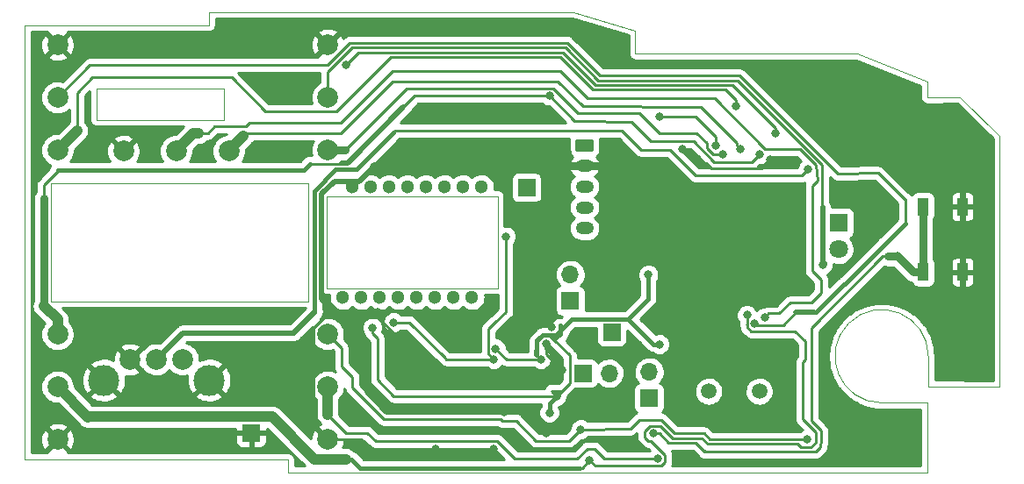
<source format=gbr>
G04 #@! TF.GenerationSoftware,KiCad,Pcbnew,5.99.0-unknown-d20d310~86~ubuntu18.04.1*
G04 #@! TF.CreationDate,2019-12-01T17:32:32+00:00*
G04 #@! TF.ProjectId,mouse8,6d6f7573-6538-42e6-9b69-6361645f7063,rev?*
G04 #@! TF.SameCoordinates,Original*
G04 #@! TF.FileFunction,Copper,L2,Bot*
G04 #@! TF.FilePolarity,Positive*
%FSLAX46Y46*%
G04 Gerber Fmt 4.6, Leading zero omitted, Abs format (unit mm)*
G04 Created by KiCad (PCBNEW 5.99.0-unknown-d20d310~86~ubuntu18.04.1) date 2019-12-01 17:32:32*
%MOMM*%
%LPD*%
G04 APERTURE LIST*
%ADD10C,0.050000*%
%ADD11R,1.000000X1.700000*%
%ADD12R,1.700000X1.700000*%
%ADD13O,1.700000X1.700000*%
%ADD14C,1.500000*%
%ADD15C,1.800000*%
%ADD16R,1.800000X1.800000*%
%ADD17C,2.000000*%
%ADD18C,1.300000*%
%ADD19C,3.000000*%
%ADD20O,1.750000X1.200000*%
%ADD21C,0.800000*%
%ADD22C,0.250000*%
%ADD23C,0.400000*%
%ADD24C,0.500000*%
%ADD25C,1.000000*%
%ADD26C,0.750000*%
%ADD27C,0.800000*%
%ADD28C,0.254000*%
G04 APERTURE END LIST*
D10*
X94150000Y89606250D02*
X58980000Y89606250D01*
X100075000Y87831250D02*
X94150000Y89606250D01*
X100075000Y87831250D02*
X100075000Y85581250D01*
X131400000Y81356250D02*
X135175000Y77656250D01*
X128195000Y81351250D02*
X131400000Y81356250D01*
X128200000Y82906250D02*
X128195000Y81351250D01*
X121475000Y85581250D02*
X128200000Y82906250D01*
X100075000Y85581250D02*
X121475000Y85581250D01*
X128195000Y45156250D02*
X66600000Y45156250D01*
X135175000Y77656250D02*
X135180000Y53411250D01*
X128325000Y53431250D02*
X135180000Y53411250D01*
X128200000Y51856250D02*
X128195000Y45156250D01*
X128325000Y56356250D02*
X128325000Y53431250D01*
X123825000Y51856250D02*
X128200000Y51856250D01*
X123825000Y51856250D02*
G75*
G02X128325000Y56356250I0J4500000D01*
G01*
X48108800Y82189450D02*
X48108800Y79192250D01*
X60453200Y82189450D02*
X48108800Y82189450D01*
X60453200Y79192250D02*
X60453200Y82189450D01*
X48108800Y79192250D02*
X60453200Y79192250D01*
X43740000Y73096250D02*
X68505000Y73096250D01*
X70283000Y62936250D02*
X70283000Y71826250D01*
X86793000Y62936250D02*
X70283000Y62936250D01*
X86793000Y71826250D02*
X86793000Y62936250D01*
X70283000Y71826250D02*
X86793000Y71826250D01*
X66600000Y46426250D02*
X66600000Y45156250D01*
X41200000Y46426250D02*
X66600000Y46426250D01*
X58980000Y88336250D02*
X41200000Y88336250D01*
X58980000Y89606250D02*
X58980000Y88336250D01*
X43740000Y61666250D02*
X43740000Y62301250D01*
X68505000Y61666250D02*
X68505000Y62301250D01*
X68505000Y73096250D02*
X68505000Y62301250D01*
X43740000Y62301250D02*
X43740000Y73096250D01*
X68505000Y61666250D02*
X43740000Y61666250D01*
X41200000Y46426250D02*
X41200000Y88336250D01*
D11*
X127817800Y70790200D03*
X127817800Y64490200D03*
X131617800Y70790200D03*
X131617800Y64490200D03*
D12*
X97800000Y58706250D03*
D13*
X93800000Y64246250D03*
D12*
X93800000Y61706250D03*
D13*
X97540000Y54706250D03*
D12*
X95000000Y54706250D03*
D13*
X101400000Y54846250D03*
D12*
X101400000Y52306250D03*
X89600000Y72656250D03*
X63044000Y48966250D03*
D14*
X107144000Y52974250D03*
X112024000Y52974250D03*
D15*
X119644000Y66690250D03*
D16*
X119644000Y69230250D03*
D17*
X70410000Y81351250D03*
X70410000Y86431250D03*
X70410000Y76271250D03*
D18*
X84323000Y62031250D03*
X82543000Y62031250D03*
X80763000Y62031250D03*
X78983000Y62031250D03*
X77203000Y62031250D03*
X75423000Y62031250D03*
X73643000Y62031250D03*
X71863000Y62031250D03*
X72753000Y72731250D03*
X74533000Y72731250D03*
X76313000Y72731250D03*
X78093000Y72731250D03*
X79873000Y72731250D03*
X81653000Y72731250D03*
X83433000Y72731250D03*
X85213000Y72731250D03*
D17*
X70410000Y53411250D03*
X70410000Y48331250D03*
X70410000Y58491250D03*
D19*
X58980000Y54046250D03*
X48820000Y54046250D03*
D17*
X51360000Y56046250D03*
X53900000Y56046250D03*
X56440000Y56046250D03*
D20*
X95175000Y68725250D03*
X95175000Y70725250D03*
X95175000Y72725250D03*
X95175000Y74725250D03*
G04 #@! TA.AperFunction,ComponentPad*
G36*
X95895918Y77306250D02*
G01*
X95976894Y77252144D01*
X96031000Y77171168D01*
X96050000Y77075650D01*
X96050000Y76374850D01*
X96031000Y76279332D01*
X95976894Y76198356D01*
X95895918Y76144250D01*
X95800400Y76125250D01*
X94549600Y76125250D01*
X94454082Y76144250D01*
X94373106Y76198356D01*
X94319000Y76279332D01*
X94300000Y76374850D01*
X94300000Y77075650D01*
X94319000Y77171168D01*
X94373106Y77252144D01*
X94454082Y77306250D01*
X94549600Y77325250D01*
X95800400Y77325250D01*
X95895918Y77306250D01*
G37*
G04 #@! TD.AperFunction*
D17*
X44375000Y81351250D03*
X44375000Y86431250D03*
X44375000Y76271250D03*
X55805000Y76171250D03*
X50725000Y76171250D03*
X60885000Y76171250D03*
X44375000Y53411250D03*
X44375000Y48331250D03*
X44375000Y58491250D03*
D21*
X125349000Y65989200D03*
X101803200Y48895000D03*
X96266000Y65735200D03*
X110236000Y76327000D03*
X79200000Y79506250D03*
X72400000Y50306250D03*
X121400000Y48506250D03*
X127800000Y78106250D03*
X102400000Y79506250D03*
X100400000Y57506250D03*
X102400000Y57506250D03*
X91800000Y50906250D03*
X116600000Y48306250D03*
X94800000Y49306250D03*
X109800000Y80506250D03*
X91800000Y81506250D03*
X87600000Y67906250D03*
X89600000Y62315248D03*
X95658353Y46323897D03*
X110842000Y60340250D03*
X112024000Y75834250D03*
X107844200Y76688644D03*
X108463347Y75834250D03*
X111582200Y59486800D03*
X112532000Y60086250D03*
X102216002Y46482252D03*
X118120000Y65166250D03*
X72188000Y84526250D03*
X113548000Y77866250D03*
X116720653Y74434903D03*
X76760000Y59634250D03*
X86412000Y56078250D03*
X113294000Y64658250D03*
X111770000Y66436250D03*
X111516000Y64658250D03*
X109992000Y64658250D03*
X107960000Y64582250D03*
X113548000Y66690250D03*
X113548000Y68214250D03*
X109992000Y68214250D03*
X107960000Y68214250D03*
X106436000Y68214250D03*
X107960000Y71262250D03*
X109992000Y69738250D03*
X112036000Y71250250D03*
X112024000Y69738250D03*
X113548000Y69738250D03*
X113548000Y71262250D03*
X86412000Y47442250D03*
X80824000Y47442250D03*
X113040000Y75326250D03*
X106025000Y75423250D03*
X108158990Y59379260D03*
X75236000Y60650250D03*
X87428000Y50998250D03*
X91492000Y48966250D03*
X94032000Y50998250D03*
X58472000Y75890250D03*
X64060000Y75890250D03*
X64568000Y81478250D03*
X92000000Y59197188D03*
X91492000Y57602250D03*
X93016000Y55062250D03*
X79375000Y55549800D03*
X104621000Y76342250D03*
X74728000Y59126250D03*
X92508000Y52522250D03*
X86614000Y57098903D03*
X90974673Y56078314D03*
X86600000Y74106250D03*
X88600000Y75906250D03*
X91200000Y69906250D03*
X101320600Y64236600D03*
X125069600Y70815200D03*
X103061674Y73742609D03*
D22*
X78663800Y56692800D02*
X75236000Y60085248D01*
X78746401Y56610199D02*
X78663800Y56692800D01*
X78734998Y56586250D02*
X78663800Y56692800D01*
X103876390Y48906020D02*
X102566610Y50215800D01*
X107231545Y48370264D02*
X106695790Y48906020D01*
X99627696Y49386496D02*
X99449896Y49386496D01*
X106695790Y48906020D02*
X103876390Y48906020D01*
X116136436Y48370264D02*
X107231545Y48370264D01*
X116200450Y48306250D02*
X116136436Y48370264D01*
X116600000Y48306250D02*
X116200450Y48306250D01*
X102566610Y50215800D02*
X100457000Y50215800D01*
X100457000Y50215800D02*
X99627696Y49386496D01*
X99449896Y49386496D02*
X94800000Y49306250D01*
X116200000Y54986000D02*
X116200000Y50306250D01*
X116200000Y55106250D02*
X116200000Y54986000D01*
X126111000Y69189600D02*
X126111000Y71501000D01*
X119607251Y73964800D02*
X123494800Y74041000D01*
X126111000Y71501000D02*
X126034800Y71501000D01*
X126034800Y71501000D02*
X123494800Y74041000D01*
D23*
X124155200Y67233800D02*
X126111000Y69189600D01*
D22*
X124155200Y65989200D02*
X123954400Y66017000D01*
X117899609Y47592409D02*
X117438439Y47131239D01*
X117438439Y47131239D02*
X106792761Y47131239D01*
X106792761Y47131239D02*
X105918000Y48006000D01*
X117968260Y48016660D02*
X117899609Y47948009D01*
X117968260Y49174400D02*
X117968260Y48016660D01*
X117899609Y47948009D02*
X117899609Y47592409D01*
X117043200Y59105800D02*
X117043200Y50099460D01*
X117043200Y50099460D02*
X117968260Y49174400D01*
X123954400Y66017000D02*
X117043200Y59105800D01*
X117500000Y49006250D02*
X117449600Y48031400D01*
X106509390Y48456010D02*
X107071637Y47893764D01*
X107071637Y47893764D02*
X115681704Y47919696D01*
X115681704Y47919696D02*
X116020151Y47581249D01*
X116020151Y47581249D02*
X116999449Y47581249D01*
X116999449Y47581249D02*
X117449600Y48031400D01*
X102525999Y49620001D02*
X103689990Y48456010D01*
X103689990Y48456010D02*
X106509390Y48456010D01*
X100965000Y48539400D02*
X100965000Y48920400D01*
X100965000Y48920400D02*
X100965000Y49072800D01*
X100965000Y48920400D02*
X100965000Y49129802D01*
X100965000Y49129802D02*
X101455199Y49620001D01*
X101455199Y49620001D02*
X102525999Y49620001D01*
X101334401Y48169999D02*
X100965000Y48539400D01*
X102941003Y46134251D02*
X102941003Y46830253D01*
X102564003Y45757251D02*
X102941003Y46134251D01*
X102477149Y45757251D02*
X102564003Y45757251D01*
X102477149Y45757251D02*
X96224999Y45757251D01*
X102941003Y46830253D02*
X101601257Y48169999D01*
X101601257Y48169999D02*
X101334401Y48169999D01*
X103257885Y48006000D02*
X105918000Y48006000D01*
X105918000Y48006000D02*
X106756200Y47167800D01*
X101803200Y48895000D02*
X102368885Y48895000D01*
X102368885Y48895000D02*
X103257885Y48006000D01*
X117475000Y74803000D02*
X117612000Y73294250D01*
X115951000Y76327000D02*
X117475000Y74803000D01*
X112604252Y76327000D02*
X115951000Y76327000D01*
X107700001Y81231251D02*
X112604252Y76327000D01*
X95474999Y81231251D02*
X107700001Y81231251D01*
X117104000Y72786250D02*
X117104000Y64602250D01*
X117612000Y73294250D02*
X117104000Y72786250D01*
X76648000Y83906250D02*
X92800000Y83906250D01*
X92800000Y83906250D02*
X95474999Y81231251D01*
X57964000Y77922250D02*
X58878400Y77922250D01*
X117104000Y64602250D02*
X118000000Y63706250D01*
X59513400Y78557250D02*
X62510600Y78557250D01*
X58878400Y77922250D02*
X59513400Y78557250D01*
X62891600Y78938250D02*
X71680000Y78938250D01*
X71680000Y78938250D02*
X76648000Y83906250D01*
X62510600Y78557250D02*
X62891600Y78938250D01*
X118000000Y63706250D02*
X118000000Y62506250D01*
X118000000Y62506250D02*
X117016000Y61522250D01*
X117016000Y61522250D02*
X114984000Y61522250D01*
X106426000Y80391000D02*
X95000000Y80506250D01*
X109836001Y76726999D02*
X109836001Y76980999D01*
X109836001Y76980999D02*
X106426000Y80391000D01*
X110236000Y76327000D02*
X109836001Y76726999D01*
X95441996Y47442250D02*
X96136000Y47442250D01*
X97095998Y46482252D02*
X96136000Y47442250D01*
X102216002Y46482252D02*
X97095998Y46482252D01*
X87246998Y50106250D02*
X87046998Y50306250D01*
X90500000Y48206250D02*
X88600000Y50106250D01*
X72800000Y53306250D02*
X72800000Y54306250D01*
X71735001Y55371249D02*
X71735001Y57166249D01*
X71735001Y57166249D02*
X70410000Y58491250D01*
X88600000Y50106250D02*
X87246998Y50106250D01*
X93700000Y48206250D02*
X90500000Y48206250D01*
X87046998Y50306250D02*
X75800000Y50306250D01*
X94800000Y49306250D02*
X93700000Y48206250D01*
X75800000Y50306250D02*
X72800000Y53306250D01*
X72800000Y54306250D02*
X71735001Y55371249D01*
D24*
X92850001Y58544251D02*
X92800001Y58494251D01*
X74200000Y57506250D02*
X74200000Y52906250D01*
X69807990Y61898260D02*
X74200000Y57506250D01*
X69807990Y61898260D02*
X69807990Y72023005D01*
D22*
X105869002Y79506250D02*
X107844200Y77531052D01*
X102400000Y79506250D02*
X105869002Y79506250D01*
D24*
X93200000Y74125250D02*
X93800000Y74725250D01*
D22*
X76784000Y52522250D02*
X92508000Y52522250D01*
X75200000Y54106250D02*
X76784000Y52522250D01*
X75200000Y58088565D02*
X75200000Y54106250D01*
X74728000Y59126250D02*
X74728000Y58560565D01*
X74728000Y58560565D02*
X75200000Y58088565D01*
D24*
X74200000Y52906250D02*
X76108000Y50998250D01*
X76108000Y50998250D02*
X87428000Y50998250D01*
D22*
X91492000Y56586250D02*
X93016000Y55062250D01*
X91492000Y56586250D02*
X91492000Y57602250D01*
X81308000Y50998250D02*
X87428000Y50998250D01*
X72061000Y76271250D02*
X78021001Y82231251D01*
X92148001Y82231251D02*
X94573002Y79806250D01*
X78021001Y82231251D02*
X92148001Y82231251D01*
X106954205Y76952045D02*
X106954205Y76460455D01*
X94573002Y79806250D02*
X100500000Y79806250D01*
X100500000Y79806250D02*
X102400000Y77906250D01*
X102400000Y77906250D02*
X106000000Y77906250D01*
X106000000Y77906250D02*
X106954205Y76952045D01*
X106954205Y76460455D02*
X107580410Y75834250D01*
X107580410Y75834250D02*
X108463347Y75834250D01*
X95000000Y80506250D02*
X92600000Y82906250D01*
X76664000Y82906250D02*
X71680000Y77922250D01*
X71680000Y77922250D02*
X62536000Y77922250D01*
X92600000Y82906250D02*
X76664000Y82906250D01*
X62536000Y77922250D02*
X62282000Y77668250D01*
X107400000Y74506250D02*
X112220000Y74506250D01*
X106025000Y75423250D02*
X106424999Y75023251D01*
X106424999Y75023251D02*
X106882999Y75023251D01*
X106882999Y75023251D02*
X107400000Y74506250D01*
X112220000Y74506250D02*
X113040000Y75326250D01*
X105896000Y73802250D02*
X116088000Y73802250D01*
X103396000Y76302250D02*
X105896000Y73802250D01*
X100596000Y76302250D02*
X103396000Y76302250D01*
X98796000Y78102250D02*
X100596000Y76302250D01*
X76940000Y78102250D02*
X98796000Y78102250D01*
X76772000Y77934250D02*
X76940000Y78102250D01*
X116088000Y73802250D02*
X116720653Y74434903D01*
X101600000Y77106250D02*
X105672000Y77106250D01*
X99700000Y79006250D02*
X101600000Y77106250D01*
X105672000Y77106250D02*
X107669001Y75109249D01*
X107669001Y75109249D02*
X111298999Y75109249D01*
X111298999Y75109249D02*
X112024000Y75834250D01*
X71243999Y80026249D02*
X76462000Y85244250D01*
X61139000Y83307050D02*
X64419801Y80026249D01*
X109800000Y81071935D02*
X109800000Y80506250D01*
X64419801Y80026249D02*
X71243999Y80026249D01*
X46254600Y81808450D02*
X47753200Y83307050D01*
X47753200Y83307050D02*
X61139000Y83307050D01*
X92862000Y85244250D02*
X96000000Y82106250D01*
X46254600Y78150850D02*
X46254600Y81808450D01*
X96000000Y82106250D02*
X108765686Y82106250D01*
X76462000Y85244250D02*
X92862000Y85244250D01*
X108765686Y82106250D02*
X109800000Y81071935D01*
X44375000Y81351250D02*
X47499200Y84475450D01*
D24*
X77710000Y80396250D02*
X72347020Y75033270D01*
D22*
X70410000Y83821252D02*
X70410000Y81351250D01*
D23*
X73221010Y74383260D02*
X76772000Y77934250D01*
X92384001Y58397187D02*
X93943065Y59956251D01*
D22*
X90574674Y56880924D02*
X90574674Y57757926D01*
D24*
X90574674Y56478313D02*
X90574674Y56880924D01*
X89600000Y62315248D02*
X89600000Y61597188D01*
X89600000Y61597188D02*
X92000000Y59197188D01*
D23*
X117488000Y60594250D02*
X120200000Y63306250D01*
D24*
X115546002Y60594250D02*
X117288000Y60594250D01*
D23*
X117288000Y60594250D02*
X117488000Y60594250D01*
D22*
X116200000Y50306250D02*
X117500000Y49006250D01*
X96224999Y45757251D02*
X95658353Y46323897D01*
D23*
X92800001Y59306251D02*
X92800001Y58494251D01*
D22*
X91840001Y58327251D02*
X92230501Y57936751D01*
X92230501Y57936751D02*
X93741001Y56426251D01*
X92800001Y59306251D02*
X92800001Y58506251D01*
X92800001Y58506251D02*
X92230501Y57936751D01*
X93741001Y53755251D02*
X93741001Y56426251D01*
X91143999Y58327251D02*
X91840001Y58327251D01*
D23*
X100400000Y57506250D02*
X99600000Y56706250D01*
X99600000Y56706250D02*
X99600000Y53906250D01*
X97091999Y51398249D02*
X94431999Y51398249D01*
X99600000Y53906250D02*
X97091999Y51398249D01*
X94431999Y51398249D02*
X94032000Y50998250D01*
X101834315Y57506250D02*
X99384314Y59956251D01*
X99384314Y59956251D02*
X93943065Y59956251D01*
X102400000Y57506250D02*
X101834315Y57506250D01*
X92384001Y58397187D02*
X91834062Y58397187D01*
X91107999Y58402251D02*
X90574674Y57868926D01*
X91876001Y58402251D02*
X91107999Y58402251D01*
X92800001Y58494251D02*
X92612000Y58306250D01*
X92612000Y58306250D02*
X91972002Y58306250D01*
X91972002Y58306250D02*
X91876001Y58402251D01*
X91800000Y50906250D02*
X91800000Y51814250D01*
X91800000Y51814250D02*
X92508000Y52522250D01*
D22*
X107844200Y77531052D02*
X107844200Y76688644D01*
X87600000Y67906250D02*
X87600000Y60617750D01*
X110842000Y60340250D02*
X110842000Y59469252D01*
X110842000Y59469252D02*
X110790999Y59418251D01*
D23*
X72188000Y46426250D02*
X72696000Y46426250D01*
D25*
X69140000Y46426250D02*
X72188000Y46426250D01*
X69140000Y46426250D02*
X65049999Y50516251D01*
X65049999Y50516251D02*
X47269999Y50516251D01*
D23*
X73540990Y45581260D02*
X94711010Y45581260D01*
D22*
X94915716Y45581260D02*
X95658353Y46323897D01*
X94711010Y45581260D02*
X94915716Y45581260D01*
D24*
X65076000Y50490250D02*
X67108000Y48458250D01*
D25*
X44375000Y53411250D02*
X47296000Y50490250D01*
D24*
X47296000Y50490250D02*
X65076000Y50490250D01*
D23*
X67108000Y48458250D02*
X69140000Y46426250D01*
X72696000Y46426250D02*
X73540990Y45581260D01*
D26*
X43049999Y61230464D02*
X43049999Y71644249D01*
D23*
X46280000Y74366250D02*
X68124000Y74366250D01*
X44408946Y74366250D02*
X46280000Y74366250D01*
D22*
X46280000Y74366250D02*
X44515012Y74366250D01*
X44515012Y74366250D02*
X43049999Y72901237D01*
X43049999Y72901237D02*
X43049999Y71644249D01*
D24*
X72347020Y75033270D02*
X71751999Y75033270D01*
D25*
X44375000Y59905463D02*
X43049999Y61230464D01*
X44375000Y58491250D02*
X44375000Y59905463D01*
D22*
X68703999Y74946249D02*
X71751999Y74946249D01*
D23*
X68124000Y74366250D02*
X68703999Y74946249D01*
D25*
X46254600Y78150850D02*
X44375000Y76271250D01*
X60885000Y76271250D02*
X62282000Y77668250D01*
D26*
X70410000Y76271250D02*
X72061000Y76271250D01*
D25*
X57964000Y77922250D02*
X57456000Y77922250D01*
X55805000Y76271250D02*
X57456000Y77922250D01*
D22*
X94482998Y46483252D02*
X95441996Y47442250D01*
X88444000Y46483252D02*
X94482998Y46483252D01*
X75018999Y48167251D02*
X86760001Y48167251D01*
X74220000Y48966250D02*
X75018999Y48167251D01*
X86760001Y48167251D02*
X88444000Y46483252D01*
X72188000Y48966250D02*
X74220000Y48966250D01*
X70410000Y50744250D02*
X72188000Y48966250D01*
X70410000Y51760250D02*
X70410000Y53411250D01*
D25*
X70410000Y50744250D02*
X70410000Y53411250D01*
D24*
X118120000Y70754250D02*
X118120000Y65166250D01*
X118293999Y65340249D02*
X118120000Y65166250D01*
X53900000Y56046250D02*
X56456000Y58602250D01*
X56456000Y58602250D02*
X67092000Y58602250D01*
X67092000Y58602250D02*
X69140000Y60650250D01*
D23*
X71189010Y74383260D02*
X73221010Y74383260D01*
X69140000Y72334250D02*
X71189010Y74383260D01*
X69140000Y60650250D02*
X69140000Y72334250D01*
X67092000Y58602250D02*
X67362000Y58872250D01*
D22*
X78284000Y59634250D02*
X76760000Y59634250D01*
X81840000Y56078250D02*
X86412000Y56078250D01*
X86412000Y47442250D02*
X80824000Y47442250D01*
X73585000Y48331250D02*
X70410000Y48331250D01*
X80824000Y47442250D02*
X74474000Y47442250D01*
X74474000Y47442250D02*
X73585000Y48331250D01*
X70099998Y60142250D02*
X75236000Y60142250D01*
X93016000Y55062250D02*
X92508000Y55062250D01*
X92508000Y55062250D02*
X92508000Y55570250D01*
X72663999Y60110249D02*
X72696000Y60142250D01*
X75236000Y60650250D02*
X74785002Y60199252D01*
X75236000Y60085248D02*
X75178998Y60085248D01*
X75236000Y60650250D02*
X75236000Y60085248D01*
D24*
X86920000Y74874250D02*
X86952000Y74906250D01*
X69807990Y72023005D02*
X71044236Y73259251D01*
X71044236Y73259251D02*
X73432999Y73259251D01*
X94032000Y50998250D02*
X93524000Y50998250D01*
X93524000Y50998250D02*
X91492000Y48966250D01*
X87428000Y50998250D02*
X89460000Y50998250D01*
X89460000Y50998250D02*
X91492000Y48966250D01*
D22*
X70099998Y60142250D02*
X69084999Y59127251D01*
X69084999Y59127251D02*
X69084999Y49656251D01*
X69084999Y49656251D02*
X70410000Y48331250D01*
X92508000Y52522250D02*
X92000000Y53030250D01*
X92508000Y52522250D02*
X93016000Y53030250D01*
X93016000Y53030250D02*
X93741001Y53755251D01*
X92000000Y53030250D02*
X93016000Y53030250D01*
X90574674Y57757926D02*
X91288936Y58472188D01*
X90974673Y56078314D02*
X90551000Y56501987D01*
D23*
X90574674Y57868926D02*
X90551000Y56642000D01*
D22*
X90551000Y56501987D02*
X90551000Y56642000D01*
D23*
X90551000Y56642000D02*
X90574674Y56478313D01*
D22*
X81843750Y56078250D02*
X81661000Y56261000D01*
X81840000Y56078250D02*
X81661000Y56261000D01*
X81661000Y56261000D02*
X78284000Y59634250D01*
X85888999Y56601251D02*
X85888999Y58964999D01*
X86412000Y56078250D02*
X85888999Y56601251D01*
X85888999Y58964999D02*
X86614000Y59690000D01*
X87600000Y60617750D02*
X86614000Y59690000D01*
X87634589Y56078314D02*
X86614000Y57098903D01*
X90974673Y56078314D02*
X87634589Y56078314D01*
D27*
X93200000Y68235515D02*
X95700315Y65735200D01*
X95700315Y65735200D02*
X96266000Y65735200D01*
D24*
X93200000Y69461600D02*
X93200000Y74125250D01*
X93200000Y68940312D02*
X93200000Y69461600D01*
D27*
X74898998Y74725250D02*
X74712074Y74538326D01*
D24*
X73432999Y73259251D02*
X74712074Y74538326D01*
D27*
X93500000Y74725250D02*
X93192600Y74417850D01*
X93192600Y74417850D02*
X93192600Y68427600D01*
X93200000Y69461600D02*
X93192600Y68427600D01*
X93192600Y68427600D02*
X93200000Y68235515D01*
D23*
X101320600Y61892537D02*
X101320600Y64236600D01*
X99384314Y59956251D02*
X101320600Y61892537D01*
X120200000Y63306250D02*
X120253050Y63306250D01*
X124155200Y67208400D02*
X124155200Y67233800D01*
X120253050Y63306250D02*
X124155200Y67208400D01*
D22*
X93096341Y85694259D02*
X96234340Y82556260D01*
X72188000Y84526250D02*
X73356009Y85694259D01*
X73356009Y85694259D02*
X93096341Y85694259D01*
X109423675Y82556260D02*
X113548000Y78431935D01*
X113548000Y78431935D02*
X113548000Y77866250D01*
X96234340Y82556260D02*
X109423675Y82556260D01*
X73169609Y86144269D02*
X93332131Y86144269D01*
X73169466Y86144126D02*
X73169609Y86144269D01*
X72732874Y86144126D02*
X73169466Y86144126D01*
X70410000Y83821252D02*
X72732874Y86144126D01*
X118059200Y74876441D02*
X118059200Y74701400D01*
X96470130Y83006270D02*
X109929371Y83006270D01*
X109929371Y83006270D02*
X118059200Y74876441D01*
X93332131Y86144269D02*
X96470130Y83006270D01*
X118059200Y74701400D02*
X118120000Y65166250D01*
X93518531Y86594279D02*
X96656530Y83456280D01*
X72546617Y86594279D02*
X93518531Y86594279D01*
X64231650Y84475450D02*
X70427788Y84475450D01*
X64231650Y84475450D02*
X64569200Y84475450D01*
X70427788Y84475450D02*
X72546617Y86594279D01*
X47499200Y84475450D02*
X64231650Y84475450D01*
X110115772Y83456279D02*
X119607251Y73964800D01*
X96656530Y83456280D02*
X110115772Y83456279D01*
X94210650Y79095600D02*
X94792800Y79095600D01*
X91800000Y81506250D02*
X94210650Y79095600D01*
X94792800Y79095600D02*
X99700000Y79006250D01*
X78820000Y81506250D02*
X77710000Y80396250D01*
X91800000Y81506250D02*
X78820000Y81506250D01*
D23*
X103061674Y73742609D02*
X102077483Y74726800D01*
D27*
X74898998Y74725250D02*
X102006400Y74726800D01*
D23*
X102077483Y74726800D02*
X102006400Y74726800D01*
D27*
X126848000Y64490200D02*
X125349000Y65989200D01*
X127817800Y64490200D02*
X126848000Y64490200D01*
X124460000Y65989200D02*
X124409200Y66040000D01*
X125349000Y65989200D02*
X124460000Y65989200D01*
D22*
X123954400Y66017000D02*
X124409200Y66040000D01*
D27*
X127817800Y64490200D02*
X127817800Y70790200D01*
D22*
X113947999Y60486249D02*
X114984000Y61522250D01*
X112931999Y60486249D02*
X113947999Y60486249D01*
X112532000Y60086250D02*
X112931999Y60486249D01*
X114313001Y59361249D02*
X115546002Y60594250D01*
X111707751Y59361249D02*
X114313001Y59361249D01*
X111582200Y59486800D02*
X111707751Y59361249D01*
X110842000Y59153998D02*
X111234199Y58761799D01*
X116459000Y57782798D02*
X116459000Y56032400D01*
X110842000Y60340250D02*
X110842000Y59153998D01*
X111234199Y58761799D02*
X115479999Y58761799D01*
X116200000Y55773400D02*
X116200000Y54986000D01*
X115479999Y58761799D02*
X116459000Y57782798D01*
X116459000Y56032400D02*
X116200000Y55773400D01*
X81579850Y55062250D02*
X81332000Y55062250D01*
X92508000Y55062250D02*
X81579850Y55062250D01*
X79862550Y55062250D02*
X79375000Y55549800D01*
X81579850Y55062250D02*
X79862550Y55062250D01*
X78975001Y56381599D02*
X78663800Y56692800D01*
X78975001Y55949799D02*
X78975001Y56381599D01*
X79375000Y55549800D02*
X78975001Y55949799D01*
G36*
X99441000Y87359344D02*
G01*
X99441001Y85589948D01*
X99440417Y85494323D01*
X99453494Y85448570D01*
X99460238Y85401480D01*
X99478319Y85361712D01*
X99490323Y85319710D01*
X99515713Y85279469D01*
X99535402Y85236163D01*
X99563916Y85203071D01*
X99587228Y85166124D01*
X99622894Y85134626D01*
X99653946Y85098587D01*
X99690598Y85074830D01*
X99723346Y85045908D01*
X99766426Y85025681D01*
X99806339Y84999811D01*
X99848182Y84987298D01*
X99888089Y84968561D01*
X99933545Y84961768D01*
X99980328Y84947777D01*
X100029168Y84947478D01*
X100030694Y84947250D01*
X100066462Y84947250D01*
X100161927Y84946667D01*
X100163967Y84947250D01*
X121353536Y84947250D01*
X127564617Y82476671D01*
X127561103Y81383714D01*
X127561102Y81383714D01*
X127560554Y81263334D01*
X127573281Y81219066D01*
X127579663Y81173458D01*
X127598241Y81132246D01*
X127610732Y81088799D01*
X127635368Y81049887D01*
X127654296Y81007899D01*
X127683698Y80973555D01*
X127707876Y80935364D01*
X127742447Y80904928D01*
X127772397Y80869943D01*
X127810249Y80845235D01*
X127844182Y80815360D01*
X127885907Y80795850D01*
X127924471Y80770678D01*
X127967733Y80757588D01*
X128009045Y80738271D01*
X128053109Y80731756D01*
X128098291Y80718085D01*
X128148756Y80717614D01*
X128151669Y80717183D01*
X128188788Y80717240D01*
X128279888Y80716391D01*
X128283419Y80717388D01*
X131141520Y80721847D01*
X134541055Y77389850D01*
X134545869Y54047102D01*
X128959000Y54063402D01*
X128959000Y56320712D01*
X128964233Y56367739D01*
X128963633Y56383746D01*
X128946101Y56785301D01*
X128943156Y56800964D01*
X128943497Y56817280D01*
X128941461Y56833167D01*
X128884823Y57254849D01*
X128880257Y57270984D01*
X128879030Y57288107D01*
X128875535Y57303738D01*
X128780187Y57718388D01*
X128774150Y57734033D01*
X128771346Y57750970D01*
X128766420Y57766213D01*
X128633179Y58170279D01*
X128625723Y58185298D01*
X128621369Y58201896D01*
X128615059Y58216619D01*
X128445061Y58606655D01*
X128436250Y58620922D01*
X128430379Y58637052D01*
X128422735Y58651129D01*
X128217437Y59023794D01*
X128207344Y59037188D01*
X128200006Y59052711D01*
X128191093Y59066020D01*
X127952255Y59418122D01*
X127940968Y59430526D01*
X127932232Y59445297D01*
X127922129Y59457728D01*
X127651783Y59786267D01*
X127639398Y59797577D01*
X127629333Y59811481D01*
X127618125Y59822924D01*
X127318591Y60125083D01*
X127305216Y60135199D01*
X127293908Y60148116D01*
X127281692Y60158474D01*
X126955525Y60431677D01*
X126941271Y60440515D01*
X126928821Y60452329D01*
X126915701Y60461515D01*
X126565691Y60703421D01*
X126550685Y60710903D01*
X126537194Y60721519D01*
X126523281Y60729454D01*
X126152420Y60937997D01*
X126136786Y60944060D01*
X126122381Y60953380D01*
X126107791Y60959998D01*
X125719255Y61133392D01*
X125703125Y61137987D01*
X125687912Y61145940D01*
X125672775Y61151180D01*
X125269887Y61287942D01*
X125253403Y61291027D01*
X125237532Y61297536D01*
X125221976Y61301358D01*
X124808167Y61400323D01*
X124791469Y61401872D01*
X124775061Y61406889D01*
X124759217Y61409257D01*
X124338039Y61469574D01*
X124321266Y61469574D01*
X124304467Y61473053D01*
X124288474Y61473947D01*
X123863527Y61495102D01*
X123846832Y61493553D01*
X123829771Y61495467D01*
X123813764Y61494879D01*
X123388684Y61476691D01*
X123372199Y61473606D01*
X123355037Y61473935D01*
X123339154Y61471871D01*
X122917572Y61414497D01*
X122901442Y61409902D01*
X122884322Y61408645D01*
X122868696Y61405123D01*
X122454214Y61309051D01*
X122438580Y61302986D01*
X122421654Y61300154D01*
X122406418Y61295203D01*
X122002582Y61161256D01*
X121987575Y61153773D01*
X121970983Y61149390D01*
X121956271Y61143053D01*
X121566534Y60972376D01*
X121552277Y60963536D01*
X121536170Y60957642D01*
X121522106Y60949975D01*
X121149794Y60744024D01*
X121136418Y60733908D01*
X121120918Y60726548D01*
X121107622Y60717614D01*
X120755930Y60478155D01*
X120743546Y60466847D01*
X120728787Y60458084D01*
X120716375Y60447958D01*
X120388309Y60177043D01*
X120377019Y60164635D01*
X120363137Y60154549D01*
X120351713Y60143322D01*
X120050073Y59843256D01*
X120039981Y59829864D01*
X120027084Y59818534D01*
X120016746Y59806298D01*
X119744115Y59479657D01*
X119735302Y59465387D01*
X119723508Y59452915D01*
X119714345Y59439777D01*
X119473053Y59089352D01*
X119465595Y59074330D01*
X119455005Y59060822D01*
X119447094Y59046896D01*
X119239199Y58675672D01*
X119233162Y58660027D01*
X119223866Y58645602D01*
X119217274Y58631002D01*
X119044558Y58242163D01*
X119039993Y58226030D01*
X119032067Y58210805D01*
X119026853Y58195659D01*
X118890793Y57792527D01*
X118887737Y57776038D01*
X118881254Y57760152D01*
X118877460Y57744590D01*
X118779219Y57330611D01*
X118777699Y57313911D01*
X118772711Y57297494D01*
X118770370Y57281646D01*
X118710789Y56860364D01*
X118710818Y56843592D01*
X118707368Y56826783D01*
X118706502Y56810789D01*
X118686088Y56385807D01*
X118687666Y56369111D01*
X118685783Y56352052D01*
X118686399Y56336046D01*
X118705328Y55910997D01*
X118708442Y55894517D01*
X118708143Y55877364D01*
X118710233Y55861483D01*
X118768345Y55439991D01*
X118772967Y55423874D01*
X118774254Y55406753D01*
X118777806Y55391132D01*
X118874599Y54976823D01*
X118880690Y54961202D01*
X118883554Y54944269D01*
X118888533Y54929043D01*
X119023182Y54525450D01*
X119030691Y54510454D01*
X119035103Y54493875D01*
X119041463Y54479174D01*
X119212823Y54089729D01*
X119221685Y54075492D01*
X119227612Y54059383D01*
X119235307Y54045332D01*
X119441902Y53673390D01*
X119452040Y53660034D01*
X119459430Y53644540D01*
X119468390Y53631260D01*
X119708458Y53279992D01*
X119719788Y53267627D01*
X119728573Y53252889D01*
X119738718Y53240493D01*
X120010214Y52912894D01*
X120022637Y52901630D01*
X120032749Y52887763D01*
X120043998Y52876357D01*
X120344586Y52575244D01*
X120357999Y52565172D01*
X120369344Y52552305D01*
X120381595Y52541987D01*
X120708720Y52269920D01*
X120723008Y52261130D01*
X120735494Y52249364D01*
X120748646Y52240223D01*
X121099502Y51999537D01*
X121114534Y51992108D01*
X121128051Y51981547D01*
X121141993Y51973658D01*
X121513583Y51766409D01*
X121529244Y51760397D01*
X121543685Y51751126D01*
X121558294Y51744561D01*
X121947432Y51572525D01*
X121963578Y51567986D01*
X121978812Y51560090D01*
X121993966Y51554902D01*
X122397336Y51419545D01*
X122413827Y51416518D01*
X122429734Y51410059D01*
X122445302Y51406294D01*
X122859447Y51308776D01*
X122876146Y51307286D01*
X122892587Y51302322D01*
X122908440Y51300013D01*
X123329811Y51241168D01*
X123346578Y51241226D01*
X123363399Y51237804D01*
X123379394Y51236966D01*
X123804412Y51217295D01*
X123855875Y51222250D01*
X127565527Y51222250D01*
X127561473Y45790250D01*
X103627289Y45790250D01*
X103644395Y45842893D01*
X103671853Y45896784D01*
X103681313Y45956516D01*
X103700003Y46014037D01*
X103700003Y46890497D01*
X103700002Y46890503D01*
X103700002Y46950467D01*
X103681315Y47007978D01*
X103671853Y47067721D01*
X103644394Y47121611D01*
X103625706Y47179128D01*
X103590157Y47228057D01*
X103580505Y47247000D01*
X105603614Y47247000D01*
X105818497Y47032117D01*
X106185175Y46665438D01*
X106341071Y46509541D01*
X106394957Y46482085D01*
X106443886Y46446536D01*
X106501403Y46427848D01*
X106555293Y46400389D01*
X106615036Y46390927D01*
X106672547Y46372240D01*
X106732511Y46372240D01*
X106732517Y46372239D01*
X117498683Y46372239D01*
X117498689Y46372240D01*
X117558652Y46372240D01*
X117616165Y46390927D01*
X117675907Y46400389D01*
X117729798Y46427849D01*
X117787312Y46446535D01*
X117836240Y46482083D01*
X117890129Y46509542D01*
X118060484Y46679896D01*
X118060485Y46679898D01*
X118471527Y47090939D01*
X118521307Y47140719D01*
X118548763Y47194605D01*
X118584312Y47243534D01*
X118603000Y47301051D01*
X118630459Y47354941D01*
X118639921Y47414684D01*
X118658608Y47472195D01*
X118658608Y47532160D01*
X118658609Y47532166D01*
X118658609Y47685163D01*
X118671650Y47725300D01*
X118699110Y47779192D01*
X118708572Y47838934D01*
X118727259Y47896447D01*
X118727259Y47956410D01*
X118727260Y47956416D01*
X118727260Y49234644D01*
X118727259Y49234650D01*
X118727259Y49294614D01*
X118708572Y49352125D01*
X118699110Y49411868D01*
X118671651Y49465758D01*
X118652963Y49523275D01*
X118617414Y49572204D01*
X118589958Y49626090D01*
X118505242Y49710805D01*
X117802200Y50413846D01*
X117802200Y58791414D01*
X124050439Y65039652D01*
X124190071Y64981814D01*
X124392229Y64955200D01*
X124392236Y64955200D01*
X124459999Y64946279D01*
X124527763Y64955200D01*
X124920705Y64955200D01*
X126068927Y63806977D01*
X126110543Y63752743D01*
X126164772Y63711131D01*
X126326538Y63587003D01*
X126379762Y63564957D01*
X126578071Y63482814D01*
X126718648Y63464307D01*
X126756595Y63322689D01*
X126903985Y63147035D01*
X127097614Y63035244D01*
X127306776Y62998363D01*
X128334388Y62998363D01*
X128635312Y63078995D01*
X128810965Y63226385D01*
X128922756Y63420014D01*
X128959637Y63629176D01*
X128959637Y64362200D01*
X130475963Y64362200D01*
X130475963Y63623612D01*
X130556595Y63322689D01*
X130703985Y63147035D01*
X130897614Y63035244D01*
X131106776Y62998363D01*
X131489800Y62998363D01*
X131489800Y64362200D01*
X131745800Y64362200D01*
X131745800Y62998363D01*
X132134388Y62998363D01*
X132435312Y63078995D01*
X132610965Y63226385D01*
X132722756Y63420014D01*
X132759637Y63629176D01*
X132759637Y64362200D01*
X131745800Y64362200D01*
X131489800Y64362200D01*
X130475963Y64362200D01*
X128959637Y64362200D01*
X128959637Y65351224D01*
X130475963Y65351224D01*
X130475963Y64618200D01*
X131489800Y64618200D01*
X131489800Y65982037D01*
X131745800Y65982037D01*
X131745800Y64618200D01*
X132759637Y64618200D01*
X132759637Y65356788D01*
X132679005Y65657712D01*
X132531615Y65833365D01*
X132337986Y65945156D01*
X132128824Y65982037D01*
X131745800Y65982037D01*
X131489800Y65982037D01*
X131101212Y65982037D01*
X130800289Y65901405D01*
X130624635Y65754015D01*
X130512844Y65560386D01*
X130475963Y65351224D01*
X128959637Y65351224D01*
X128959637Y65356788D01*
X128879005Y65657712D01*
X128851800Y65690133D01*
X128851800Y69597115D01*
X128922756Y69720014D01*
X128959637Y69929176D01*
X128959637Y70662200D01*
X130475963Y70662200D01*
X130475963Y69923612D01*
X130556595Y69622689D01*
X130703985Y69447035D01*
X130897614Y69335244D01*
X131106776Y69298363D01*
X131489800Y69298363D01*
X131489800Y70662200D01*
X131745800Y70662200D01*
X131745800Y69298363D01*
X132134388Y69298363D01*
X132435312Y69378995D01*
X132610965Y69526385D01*
X132722756Y69720014D01*
X132759637Y69929176D01*
X132759637Y70662200D01*
X131745800Y70662200D01*
X131489800Y70662200D01*
X130475963Y70662200D01*
X128959637Y70662200D01*
X128959637Y71651224D01*
X130475963Y71651224D01*
X130475963Y70918200D01*
X131489800Y70918200D01*
X131489800Y72282037D01*
X131745800Y72282037D01*
X131745800Y70918200D01*
X132759637Y70918200D01*
X132759637Y71656788D01*
X132679005Y71957712D01*
X132531615Y72133365D01*
X132337986Y72245156D01*
X132128824Y72282037D01*
X131745800Y72282037D01*
X131489800Y72282037D01*
X131101212Y72282037D01*
X130800289Y72201405D01*
X130624635Y72054015D01*
X130512844Y71860386D01*
X130475963Y71651224D01*
X128959637Y71651224D01*
X128959637Y71656788D01*
X128879005Y71957712D01*
X128731615Y72133365D01*
X128537986Y72245156D01*
X128328824Y72282037D01*
X127301212Y72282037D01*
X127000289Y72201405D01*
X126824635Y72054015D01*
X126748373Y71921925D01*
X126732698Y71952690D01*
X126562690Y72122698D01*
X126407328Y72201859D01*
X124111115Y74498071D01*
X124107526Y74504786D01*
X124026205Y74582981D01*
X123989257Y74619930D01*
X123983206Y74624327D01*
X123934219Y74671429D01*
X123886545Y74694555D01*
X123843674Y74725703D01*
X123779045Y74746702D01*
X123717900Y74776363D01*
X123665404Y74783626D01*
X123615013Y74799999D01*
X123547055Y74799999D01*
X123539646Y74801024D01*
X123487337Y74799999D01*
X123374582Y74799999D01*
X123367344Y74797647D01*
X119915451Y74729987D01*
X110617240Y84028197D01*
X110567462Y84077976D01*
X110513578Y84105430D01*
X110464647Y84140982D01*
X110407127Y84159671D01*
X110353239Y84187128D01*
X110293504Y84196589D01*
X110235985Y84215278D01*
X110165588Y84215278D01*
X96970918Y84215280D01*
X94140578Y87045618D01*
X94140576Y87045622D01*
X93970221Y87215976D01*
X93916332Y87243435D01*
X93867404Y87278983D01*
X93809890Y87297669D01*
X93755999Y87325129D01*
X93696257Y87334591D01*
X93638744Y87353278D01*
X93578781Y87353278D01*
X93578775Y87353279D01*
X72426403Y87353279D01*
X72368882Y87334589D01*
X72309150Y87325129D01*
X72255259Y87297671D01*
X72197742Y87278982D01*
X72148812Y87243432D01*
X72094927Y87215977D01*
X72051486Y87172536D01*
X72051479Y87172530D01*
X71926916Y87047966D01*
X71918994Y87071780D01*
X71797175Y87304800D01*
X71654838Y87495069D01*
X69394219Y85234450D01*
X47438956Y85234450D01*
X47438950Y85234449D01*
X47378986Y85234449D01*
X47321475Y85215762D01*
X47261732Y85206300D01*
X47207842Y85178841D01*
X47150325Y85160153D01*
X47101396Y85124604D01*
X47047510Y85097148D01*
X44861702Y82911339D01*
X44710233Y82955919D01*
X44449364Y82988875D01*
X44186582Y82979698D01*
X43928648Y82928625D01*
X43682197Y82836972D01*
X43453569Y82707093D01*
X43248649Y82542332D01*
X43072706Y82346929D01*
X42930269Y82125908D01*
X42825000Y81884958D01*
X42759608Y81630277D01*
X42735778Y81368416D01*
X42754120Y81106115D01*
X42814163Y80850120D01*
X42914362Y80607018D01*
X43052140Y80383063D01*
X43223952Y80184017D01*
X43425378Y80015001D01*
X43651234Y79880363D01*
X43895711Y79783568D01*
X44152520Y79727105D01*
X44415052Y79712428D01*
X44676554Y79739912D01*
X44930297Y79808853D01*
X45169754Y79917475D01*
X45388764Y80062985D01*
X45495601Y80161917D01*
X45495600Y78995569D01*
X44407444Y77907411D01*
X44186582Y77899698D01*
X43928648Y77848625D01*
X43682197Y77756972D01*
X43453569Y77627093D01*
X43248649Y77462332D01*
X43072706Y77266929D01*
X42930269Y77045908D01*
X42825000Y76804958D01*
X42759608Y76550277D01*
X42735778Y76288416D01*
X42754120Y76026115D01*
X42814163Y75770120D01*
X42914362Y75527018D01*
X43052140Y75303063D01*
X43223952Y75104017D01*
X43425378Y74935001D01*
X43651234Y74800363D01*
X43687168Y74786136D01*
X43644084Y74719666D01*
X43579677Y74504302D01*
X42598660Y73523284D01*
X42598656Y73523282D01*
X42428301Y73352926D01*
X42400845Y73299040D01*
X42365296Y73250111D01*
X42346608Y73192594D01*
X42319149Y73138704D01*
X42309687Y73078961D01*
X42291000Y73021450D01*
X42291000Y72961486D01*
X42290999Y72961480D01*
X42291000Y72312565D01*
X42168640Y72153102D01*
X42066971Y71907651D01*
X42041000Y71710379D01*
X42040999Y61754360D01*
X42011358Y61705990D01*
X41927911Y61444513D01*
X41909244Y61170680D01*
X41956433Y60900297D01*
X42066890Y60648669D01*
X42201098Y60475647D01*
X43128193Y59548553D01*
X43072706Y59486929D01*
X42930269Y59265908D01*
X42825000Y59024958D01*
X42759608Y58770277D01*
X42735778Y58508416D01*
X42754120Y58246115D01*
X42814163Y57990120D01*
X42914362Y57747018D01*
X43052140Y57523063D01*
X43223952Y57324017D01*
X43425378Y57155001D01*
X43651234Y57020363D01*
X43895711Y56923568D01*
X44152520Y56867105D01*
X44415052Y56852428D01*
X44676554Y56879912D01*
X44930297Y56948853D01*
X45169754Y57057475D01*
X45388764Y57202985D01*
X45481825Y57289161D01*
X50298108Y57289161D01*
X51360000Y56227269D01*
X52427194Y57294464D01*
X52184606Y57463067D01*
X51947477Y57576679D01*
X51695233Y57650919D01*
X51434364Y57683875D01*
X51171582Y57674698D01*
X50913648Y57623625D01*
X50667197Y57531972D01*
X50438570Y57402093D01*
X50298108Y57289161D01*
X45481825Y57289161D01*
X45581693Y57381639D01*
X45743577Y57588840D01*
X45870250Y57819258D01*
X45958454Y58066964D01*
X46006040Y58326240D01*
X46009138Y58622065D01*
X45966992Y58882280D01*
X45883994Y59131780D01*
X45762175Y59364800D01*
X45604666Y59575347D01*
X45509000Y59667730D01*
X45509000Y59866161D01*
X45515755Y59965248D01*
X45497269Y60071171D01*
X45484349Y60177946D01*
X45473729Y60206048D01*
X45468567Y60235631D01*
X45425347Y60334086D01*
X45387331Y60434695D01*
X45370316Y60459453D01*
X45358109Y60487260D01*
X45297519Y60565373D01*
X45231868Y60660894D01*
X45153157Y60731023D01*
X44851930Y61032250D01*
X68271836Y61032250D01*
X66725837Y59486250D01*
X56555030Y59486250D01*
X56527623Y59492452D01*
X56427661Y59486250D01*
X56392600Y59486250D01*
X56365808Y59482413D01*
X56274894Y59476773D01*
X56241013Y59464541D01*
X56205343Y59459432D01*
X56122398Y59421721D01*
X56036354Y59390658D01*
X56008102Y59369752D01*
X55974836Y59354628D01*
X55896850Y59287431D01*
X55874413Y59270828D01*
X55854684Y59251098D01*
X55783008Y59189338D01*
X55764741Y59161155D01*
X54250123Y57646537D01*
X54235233Y57650919D01*
X53974364Y57683875D01*
X53711582Y57674698D01*
X53453648Y57623625D01*
X53207197Y57531972D01*
X52978569Y57402093D01*
X52773649Y57237332D01*
X52629444Y57077177D01*
X52604838Y57110069D01*
X51541019Y56046250D01*
X52603509Y54983761D01*
X52629654Y55017225D01*
X52748952Y54879017D01*
X52950378Y54710001D01*
X53176234Y54575363D01*
X53420711Y54478568D01*
X53677520Y54422105D01*
X53940052Y54407428D01*
X54201554Y54434912D01*
X54455297Y54503853D01*
X54694754Y54612475D01*
X54913764Y54757985D01*
X55106693Y54936639D01*
X55169654Y55017225D01*
X55288952Y54879017D01*
X55490378Y54710001D01*
X55716234Y54575363D01*
X55960711Y54478568D01*
X56217520Y54422105D01*
X56480052Y54407428D01*
X56741554Y54434912D01*
X56889481Y54475103D01*
X56861608Y54343971D01*
X56840789Y54046250D01*
X56861608Y53748529D01*
X56923658Y53456604D01*
X57025734Y53176155D01*
X57165846Y52912641D01*
X57376052Y52623321D01*
X58798981Y54046250D01*
X59161019Y54046250D01*
X60577322Y52629947D01*
X60710658Y52788854D01*
X60868811Y53041951D01*
X60990200Y53314597D01*
X61072464Y53601483D01*
X61114000Y53897026D01*
X61114000Y54195474D01*
X61072464Y54491017D01*
X60990200Y54777903D01*
X60868811Y55050549D01*
X60710658Y55303646D01*
X60577322Y55462553D01*
X59161019Y54046250D01*
X58798981Y54046250D01*
X60409106Y55656375D01*
X60049606Y55898861D01*
X59781363Y56029691D01*
X59497522Y56121917D01*
X59203609Y56173742D01*
X58905343Y56184158D01*
X58608530Y56152961D01*
X58318948Y56080761D01*
X58072085Y55981021D01*
X58074138Y56177065D01*
X58031992Y56437280D01*
X57948994Y56686780D01*
X57827175Y56919800D01*
X57669666Y57130347D01*
X57480521Y57313001D01*
X57264606Y57463067D01*
X57027477Y57576679D01*
X56775233Y57650919D01*
X56757120Y57653207D01*
X56822163Y57718250D01*
X66992970Y57718250D01*
X67020377Y57712048D01*
X67120338Y57718250D01*
X67155400Y57718250D01*
X67182192Y57722087D01*
X67273105Y57727727D01*
X67306985Y57739959D01*
X67342657Y57745067D01*
X67425603Y57782780D01*
X67511643Y57813841D01*
X67539895Y57834746D01*
X67573166Y57849874D01*
X67651157Y57917076D01*
X67673584Y57933671D01*
X67693308Y57953395D01*
X67764992Y58015162D01*
X67783261Y58043348D01*
X68933806Y59193891D01*
X68860000Y59024958D01*
X68794608Y58770277D01*
X68770778Y58508416D01*
X68789120Y58246115D01*
X68849163Y57990120D01*
X68949362Y57747018D01*
X69087140Y57523063D01*
X69258952Y57324017D01*
X69460378Y57155001D01*
X69686234Y57020363D01*
X69930711Y56923568D01*
X70187520Y56867105D01*
X70450052Y56852428D01*
X70711554Y56879912D01*
X70897445Y56930418D01*
X70976002Y56851861D01*
X70976001Y55311006D01*
X70976002Y55311000D01*
X70976002Y55251036D01*
X70994689Y55193525D01*
X71004151Y55133782D01*
X71031610Y55079892D01*
X71050298Y55022375D01*
X71085847Y54973446D01*
X71113303Y54919560D01*
X71177376Y54855487D01*
X70997477Y54941679D01*
X70745233Y55015919D01*
X70484364Y55048875D01*
X70221582Y55039698D01*
X69963648Y54988625D01*
X69717197Y54896972D01*
X69488569Y54767093D01*
X69283649Y54602332D01*
X69107706Y54406929D01*
X68965269Y54185908D01*
X68860000Y53944958D01*
X68794608Y53690277D01*
X68770778Y53428416D01*
X68789120Y53166115D01*
X68849163Y52910120D01*
X68949362Y52667018D01*
X69087140Y52443063D01*
X69258952Y52244017D01*
X69276001Y52229711D01*
X69276000Y50675479D01*
X69300651Y50471769D01*
X69397670Y50215018D01*
X69553131Y49988819D01*
X69737523Y49824531D01*
X69717197Y49816972D01*
X69488570Y49687093D01*
X69348108Y49574161D01*
X70591020Y48331250D01*
X70410000Y48150230D01*
X69156927Y49403304D01*
X68965269Y49105908D01*
X68860000Y48864958D01*
X68794608Y48610277D01*
X68775013Y48394955D01*
X65879675Y51290291D01*
X65814362Y51365161D01*
X65726379Y51426997D01*
X65641753Y51493352D01*
X65614377Y51505713D01*
X65589803Y51522983D01*
X65489614Y51562046D01*
X65391599Y51606301D01*
X65362070Y51611773D01*
X65333771Y51622806D01*
X65235692Y51635196D01*
X65121725Y51656319D01*
X65016496Y51650251D01*
X47739718Y51650251D01*
X46943412Y52446557D01*
X47401326Y52446557D01*
X47623768Y52272764D01*
X47882231Y52123540D01*
X48158948Y52011739D01*
X48448530Y51939539D01*
X48745343Y51908342D01*
X49043609Y51918758D01*
X49337522Y51970583D01*
X49621363Y52062809D01*
X49889606Y52193639D01*
X50249106Y52436125D01*
X50238674Y52446557D01*
X57561326Y52446557D01*
X57783768Y52272764D01*
X58042231Y52123540D01*
X58318948Y52011739D01*
X58608530Y51939539D01*
X58905343Y51908342D01*
X59203609Y51918758D01*
X59497522Y51970583D01*
X59781363Y52062809D01*
X60049606Y52193639D01*
X60409106Y52436125D01*
X58980000Y53865231D01*
X57561326Y52446557D01*
X50238674Y52446557D01*
X48820000Y53865231D01*
X47401326Y52446557D01*
X46943412Y52446557D01*
X46007467Y53382500D01*
X46009138Y53542065D01*
X45966992Y53802280D01*
X45885834Y54046250D01*
X46680789Y54046250D01*
X46701608Y53748529D01*
X46763658Y53456604D01*
X46865734Y53176155D01*
X47005846Y52912641D01*
X47216052Y52623321D01*
X48638981Y54046250D01*
X47216052Y55469179D01*
X47005846Y55179859D01*
X46865734Y54916345D01*
X46763658Y54635896D01*
X46701608Y54343971D01*
X46680789Y54046250D01*
X45885834Y54046250D01*
X45883994Y54051780D01*
X45762175Y54284800D01*
X45604666Y54495347D01*
X45415521Y54678001D01*
X45199606Y54828067D01*
X44962477Y54941679D01*
X44710233Y55015919D01*
X44449364Y55048875D01*
X44186582Y55039698D01*
X43928648Y54988625D01*
X43682197Y54896972D01*
X43453569Y54767093D01*
X43248649Y54602332D01*
X43072706Y54406929D01*
X42930269Y54185908D01*
X42825000Y53944958D01*
X42759608Y53690277D01*
X42735778Y53428416D01*
X42754120Y53166115D01*
X42814163Y52910120D01*
X42914362Y52667018D01*
X43052140Y52443063D01*
X43223952Y52244017D01*
X43425378Y52075001D01*
X43651234Y51940363D01*
X43895711Y51843568D01*
X44152520Y51787105D01*
X44409812Y51772721D01*
X46440330Y49742203D01*
X46505636Y49667341D01*
X46537790Y49644742D01*
X46542770Y49639762D01*
X46704246Y49513148D01*
X46954398Y49400201D01*
X47224273Y49350182D01*
X47498287Y49365983D01*
X47551169Y49382251D01*
X61552163Y49382251D01*
X61552163Y49094250D01*
X64535837Y49094250D01*
X64535837Y49382251D01*
X64580282Y49382251D01*
X68172283Y45790250D01*
X67234000Y45790250D01*
X67234000Y46417711D01*
X67234583Y46513177D01*
X67221509Y46558922D01*
X67214764Y46606018D01*
X67196684Y46645783D01*
X67184677Y46687790D01*
X67159294Y46728021D01*
X67139598Y46771339D01*
X67111080Y46804434D01*
X67087773Y46841376D01*
X67052111Y46872872D01*
X67021053Y46908915D01*
X66984399Y46932672D01*
X66951654Y46961592D01*
X66908578Y46981816D01*
X66868661Y47007689D01*
X66826818Y47020202D01*
X66786911Y47038939D01*
X66741455Y47045732D01*
X66694672Y47059723D01*
X66645832Y47060022D01*
X66644306Y47060250D01*
X66608538Y47060250D01*
X66513073Y47060833D01*
X66511033Y47060250D01*
X45414751Y47060250D01*
X45444930Y47080301D01*
X44375000Y48150231D01*
X43296560Y47071791D01*
X43315920Y47060250D01*
X41834000Y47060250D01*
X41834000Y48348416D01*
X42735778Y48348416D01*
X42754120Y48086115D01*
X42814163Y47830120D01*
X42914362Y47587018D01*
X43118282Y47255551D01*
X44193981Y48331250D01*
X44556019Y48331250D01*
X45618509Y47268761D01*
X45743577Y47428840D01*
X45870250Y47659258D01*
X45958454Y47906964D01*
X46006040Y48166240D01*
X46009138Y48462065D01*
X45966992Y48722280D01*
X45928414Y48838250D01*
X61552163Y48838250D01*
X61552163Y48099662D01*
X61632795Y47798739D01*
X61780185Y47623085D01*
X61973814Y47511294D01*
X62182976Y47474413D01*
X62916000Y47474413D01*
X62916000Y48838250D01*
X63172000Y48838250D01*
X63172000Y47474413D01*
X63910588Y47474413D01*
X64211512Y47555045D01*
X64387165Y47702435D01*
X64498956Y47896064D01*
X64535837Y48105226D01*
X64535837Y48838250D01*
X63172000Y48838250D01*
X62916000Y48838250D01*
X61552163Y48838250D01*
X45928414Y48838250D01*
X45883994Y48971780D01*
X45762175Y49204800D01*
X45619838Y49395069D01*
X44556019Y48331250D01*
X44193981Y48331250D01*
X43121927Y49403304D01*
X42930269Y49105908D01*
X42825000Y48864958D01*
X42759608Y48610277D01*
X42735778Y48348416D01*
X41834000Y48348416D01*
X41834000Y49574161D01*
X43313108Y49574161D01*
X44375000Y48512269D01*
X45442194Y49579464D01*
X45199606Y49748067D01*
X44962477Y49861679D01*
X44710233Y49935919D01*
X44449364Y49968875D01*
X44186582Y49959698D01*
X43928648Y49908625D01*
X43682197Y49816972D01*
X43453570Y49687093D01*
X43313108Y49574161D01*
X41834000Y49574161D01*
X41834000Y55645943D01*
X47401326Y55645943D01*
X50417322Y52629947D01*
X50550658Y52788854D01*
X50708811Y53041951D01*
X50830200Y53314597D01*
X50912464Y53601483D01*
X50954000Y53897026D01*
X50954000Y54195474D01*
X50915282Y54470967D01*
X51137520Y54422105D01*
X51400052Y54407428D01*
X51661554Y54434912D01*
X51915297Y54503853D01*
X52154754Y54612475D01*
X52429930Y54795301D01*
X50106927Y57118304D01*
X49915269Y56820908D01*
X49810000Y56579958D01*
X49744608Y56325277D01*
X49720778Y56063416D01*
X49726730Y55978300D01*
X49621363Y56029691D01*
X49337522Y56121917D01*
X49043609Y56173742D01*
X48745343Y56184158D01*
X48448530Y56152961D01*
X48158948Y56080761D01*
X47882231Y55968960D01*
X47623768Y55819736D01*
X47401326Y55645943D01*
X41834000Y55645943D01*
X41834000Y85171791D01*
X43296560Y85171791D01*
X43651235Y84960363D01*
X43895711Y84863568D01*
X44152520Y84807105D01*
X44415052Y84792428D01*
X44676554Y84819912D01*
X44930297Y84888853D01*
X45169754Y84997475D01*
X45444930Y85180301D01*
X44375000Y86250231D01*
X43296560Y85171791D01*
X41834000Y85171791D01*
X41834000Y86448416D01*
X42735778Y86448416D01*
X42754120Y86186115D01*
X42814163Y85930120D01*
X42914362Y85687018D01*
X43118282Y85355551D01*
X44193981Y86431250D01*
X44556019Y86431250D01*
X45618509Y85368761D01*
X45743577Y85528840D01*
X45870250Y85759258D01*
X45958454Y86006964D01*
X46006040Y86266240D01*
X46007947Y86448416D01*
X68770778Y86448416D01*
X68789120Y86186115D01*
X68849163Y85930120D01*
X68949362Y85687018D01*
X69153282Y85355551D01*
X70228981Y86431250D01*
X69156927Y87503304D01*
X68965269Y87205908D01*
X68860000Y86964958D01*
X68794608Y86710277D01*
X68770778Y86448416D01*
X46007947Y86448416D01*
X46009138Y86562065D01*
X45966992Y86822280D01*
X45883994Y87071780D01*
X45762175Y87304800D01*
X45619838Y87495069D01*
X44556019Y86431250D01*
X44193981Y86431250D01*
X43121927Y87503304D01*
X42930269Y87205908D01*
X42825000Y86964958D01*
X42759608Y86710277D01*
X42735778Y86448416D01*
X41834000Y86448416D01*
X41834000Y87702250D01*
X43348044Y87702250D01*
X43313108Y87674161D01*
X44375000Y86612269D01*
X45436891Y87674161D01*
X69348108Y87674161D01*
X70410000Y86612269D01*
X71477194Y87679464D01*
X71234606Y87848067D01*
X70997477Y87961679D01*
X70745233Y88035919D01*
X70484364Y88068875D01*
X70221582Y88059698D01*
X69963648Y88008625D01*
X69717197Y87916972D01*
X69488570Y87787093D01*
X69348108Y87674161D01*
X45436891Y87674161D01*
X45442194Y87679464D01*
X45409409Y87702250D01*
X58971462Y87702250D01*
X59066927Y87701667D01*
X59112672Y87714741D01*
X59159768Y87721486D01*
X59199533Y87739566D01*
X59241540Y87751573D01*
X59281771Y87776956D01*
X59325089Y87796652D01*
X59358184Y87825170D01*
X59395126Y87848477D01*
X59426621Y87884139D01*
X59462664Y87915196D01*
X59486422Y87951851D01*
X59515342Y87984596D01*
X59535564Y88027666D01*
X59561439Y88067588D01*
X59573953Y88109433D01*
X59592689Y88149338D01*
X59599483Y88194796D01*
X59613473Y88241577D01*
X59613772Y88290418D01*
X59614000Y88291944D01*
X59614000Y88327711D01*
X59614583Y88423177D01*
X59614000Y88425217D01*
X59614000Y88972250D01*
X94057077Y88972250D01*
X99441000Y87359344D01*
G37*
D28*
X99441000Y87359344D02*
X99441001Y85589948D01*
X99440417Y85494323D01*
X99453494Y85448570D01*
X99460238Y85401480D01*
X99478319Y85361712D01*
X99490323Y85319710D01*
X99515713Y85279469D01*
X99535402Y85236163D01*
X99563916Y85203071D01*
X99587228Y85166124D01*
X99622894Y85134626D01*
X99653946Y85098587D01*
X99690598Y85074830D01*
X99723346Y85045908D01*
X99766426Y85025681D01*
X99806339Y84999811D01*
X99848182Y84987298D01*
X99888089Y84968561D01*
X99933545Y84961768D01*
X99980328Y84947777D01*
X100029168Y84947478D01*
X100030694Y84947250D01*
X100066462Y84947250D01*
X100161927Y84946667D01*
X100163967Y84947250D01*
X121353536Y84947250D01*
X127564617Y82476671D01*
X127561103Y81383714D01*
X127561102Y81383714D01*
X127560554Y81263334D01*
X127573281Y81219066D01*
X127579663Y81173458D01*
X127598241Y81132246D01*
X127610732Y81088799D01*
X127635368Y81049887D01*
X127654296Y81007899D01*
X127683698Y80973555D01*
X127707876Y80935364D01*
X127742447Y80904928D01*
X127772397Y80869943D01*
X127810249Y80845235D01*
X127844182Y80815360D01*
X127885907Y80795850D01*
X127924471Y80770678D01*
X127967733Y80757588D01*
X128009045Y80738271D01*
X128053109Y80731756D01*
X128098291Y80718085D01*
X128148756Y80717614D01*
X128151669Y80717183D01*
X128188788Y80717240D01*
X128279888Y80716391D01*
X128283419Y80717388D01*
X131141520Y80721847D01*
X134541055Y77389850D01*
X134545869Y54047102D01*
X128959000Y54063402D01*
X128959000Y56320712D01*
X128964233Y56367739D01*
X128963633Y56383746D01*
X128946101Y56785301D01*
X128943156Y56800964D01*
X128943497Y56817280D01*
X128941461Y56833167D01*
X128884823Y57254849D01*
X128880257Y57270984D01*
X128879030Y57288107D01*
X128875535Y57303738D01*
X128780187Y57718388D01*
X128774150Y57734033D01*
X128771346Y57750970D01*
X128766420Y57766213D01*
X128633179Y58170279D01*
X128625723Y58185298D01*
X128621369Y58201896D01*
X128615059Y58216619D01*
X128445061Y58606655D01*
X128436250Y58620922D01*
X128430379Y58637052D01*
X128422735Y58651129D01*
X128217437Y59023794D01*
X128207344Y59037188D01*
X128200006Y59052711D01*
X128191093Y59066020D01*
X127952255Y59418122D01*
X127940968Y59430526D01*
X127932232Y59445297D01*
X127922129Y59457728D01*
X127651783Y59786267D01*
X127639398Y59797577D01*
X127629333Y59811481D01*
X127618125Y59822924D01*
X127318591Y60125083D01*
X127305216Y60135199D01*
X127293908Y60148116D01*
X127281692Y60158474D01*
X126955525Y60431677D01*
X126941271Y60440515D01*
X126928821Y60452329D01*
X126915701Y60461515D01*
X126565691Y60703421D01*
X126550685Y60710903D01*
X126537194Y60721519D01*
X126523281Y60729454D01*
X126152420Y60937997D01*
X126136786Y60944060D01*
X126122381Y60953380D01*
X126107791Y60959998D01*
X125719255Y61133392D01*
X125703125Y61137987D01*
X125687912Y61145940D01*
X125672775Y61151180D01*
X125269887Y61287942D01*
X125253403Y61291027D01*
X125237532Y61297536D01*
X125221976Y61301358D01*
X124808167Y61400323D01*
X124791469Y61401872D01*
X124775061Y61406889D01*
X124759217Y61409257D01*
X124338039Y61469574D01*
X124321266Y61469574D01*
X124304467Y61473053D01*
X124288474Y61473947D01*
X123863527Y61495102D01*
X123846832Y61493553D01*
X123829771Y61495467D01*
X123813764Y61494879D01*
X123388684Y61476691D01*
X123372199Y61473606D01*
X123355037Y61473935D01*
X123339154Y61471871D01*
X122917572Y61414497D01*
X122901442Y61409902D01*
X122884322Y61408645D01*
X122868696Y61405123D01*
X122454214Y61309051D01*
X122438580Y61302986D01*
X122421654Y61300154D01*
X122406418Y61295203D01*
X122002582Y61161256D01*
X121987575Y61153773D01*
X121970983Y61149390D01*
X121956271Y61143053D01*
X121566534Y60972376D01*
X121552277Y60963536D01*
X121536170Y60957642D01*
X121522106Y60949975D01*
X121149794Y60744024D01*
X121136418Y60733908D01*
X121120918Y60726548D01*
X121107622Y60717614D01*
X120755930Y60478155D01*
X120743546Y60466847D01*
X120728787Y60458084D01*
X120716375Y60447958D01*
X120388309Y60177043D01*
X120377019Y60164635D01*
X120363137Y60154549D01*
X120351713Y60143322D01*
X120050073Y59843256D01*
X120039981Y59829864D01*
X120027084Y59818534D01*
X120016746Y59806298D01*
X119744115Y59479657D01*
X119735302Y59465387D01*
X119723508Y59452915D01*
X119714345Y59439777D01*
X119473053Y59089352D01*
X119465595Y59074330D01*
X119455005Y59060822D01*
X119447094Y59046896D01*
X119239199Y58675672D01*
X119233162Y58660027D01*
X119223866Y58645602D01*
X119217274Y58631002D01*
X119044558Y58242163D01*
X119039993Y58226030D01*
X119032067Y58210805D01*
X119026853Y58195659D01*
X118890793Y57792527D01*
X118887737Y57776038D01*
X118881254Y57760152D01*
X118877460Y57744590D01*
X118779219Y57330611D01*
X118777699Y57313911D01*
X118772711Y57297494D01*
X118770370Y57281646D01*
X118710789Y56860364D01*
X118710818Y56843592D01*
X118707368Y56826783D01*
X118706502Y56810789D01*
X118686088Y56385807D01*
X118687666Y56369111D01*
X118685783Y56352052D01*
X118686399Y56336046D01*
X118705328Y55910997D01*
X118708442Y55894517D01*
X118708143Y55877364D01*
X118710233Y55861483D01*
X118768345Y55439991D01*
X118772967Y55423874D01*
X118774254Y55406753D01*
X118777806Y55391132D01*
X118874599Y54976823D01*
X118880690Y54961202D01*
X118883554Y54944269D01*
X118888533Y54929043D01*
X119023182Y54525450D01*
X119030691Y54510454D01*
X119035103Y54493875D01*
X119041463Y54479174D01*
X119212823Y54089729D01*
X119221685Y54075492D01*
X119227612Y54059383D01*
X119235307Y54045332D01*
X119441902Y53673390D01*
X119452040Y53660034D01*
X119459430Y53644540D01*
X119468390Y53631260D01*
X119708458Y53279992D01*
X119719788Y53267627D01*
X119728573Y53252889D01*
X119738718Y53240493D01*
X120010214Y52912894D01*
X120022637Y52901630D01*
X120032749Y52887763D01*
X120043998Y52876357D01*
X120344586Y52575244D01*
X120357999Y52565172D01*
X120369344Y52552305D01*
X120381595Y52541987D01*
X120708720Y52269920D01*
X120723008Y52261130D01*
X120735494Y52249364D01*
X120748646Y52240223D01*
X121099502Y51999537D01*
X121114534Y51992108D01*
X121128051Y51981547D01*
X121141993Y51973658D01*
X121513583Y51766409D01*
X121529244Y51760397D01*
X121543685Y51751126D01*
X121558294Y51744561D01*
X121947432Y51572525D01*
X121963578Y51567986D01*
X121978812Y51560090D01*
X121993966Y51554902D01*
X122397336Y51419545D01*
X122413827Y51416518D01*
X122429734Y51410059D01*
X122445302Y51406294D01*
X122859447Y51308776D01*
X122876146Y51307286D01*
X122892587Y51302322D01*
X122908440Y51300013D01*
X123329811Y51241168D01*
X123346578Y51241226D01*
X123363399Y51237804D01*
X123379394Y51236966D01*
X123804412Y51217295D01*
X123855875Y51222250D01*
X127565527Y51222250D01*
X127561473Y45790250D01*
X103627289Y45790250D01*
X103644395Y45842893D01*
X103671853Y45896784D01*
X103681313Y45956516D01*
X103700003Y46014037D01*
X103700003Y46890497D01*
X103700002Y46890503D01*
X103700002Y46950467D01*
X103681315Y47007978D01*
X103671853Y47067721D01*
X103644394Y47121611D01*
X103625706Y47179128D01*
X103590157Y47228057D01*
X103580505Y47247000D01*
X105603614Y47247000D01*
X105818497Y47032117D01*
X106185175Y46665438D01*
X106341071Y46509541D01*
X106394957Y46482085D01*
X106443886Y46446536D01*
X106501403Y46427848D01*
X106555293Y46400389D01*
X106615036Y46390927D01*
X106672547Y46372240D01*
X106732511Y46372240D01*
X106732517Y46372239D01*
X117498683Y46372239D01*
X117498689Y46372240D01*
X117558652Y46372240D01*
X117616165Y46390927D01*
X117675907Y46400389D01*
X117729798Y46427849D01*
X117787312Y46446535D01*
X117836240Y46482083D01*
X117890129Y46509542D01*
X118060484Y46679896D01*
X118060485Y46679898D01*
X118471527Y47090939D01*
X118521307Y47140719D01*
X118548763Y47194605D01*
X118584312Y47243534D01*
X118603000Y47301051D01*
X118630459Y47354941D01*
X118639921Y47414684D01*
X118658608Y47472195D01*
X118658608Y47532160D01*
X118658609Y47532166D01*
X118658609Y47685163D01*
X118671650Y47725300D01*
X118699110Y47779192D01*
X118708572Y47838934D01*
X118727259Y47896447D01*
X118727259Y47956410D01*
X118727260Y47956416D01*
X118727260Y49234644D01*
X118727259Y49234650D01*
X118727259Y49294614D01*
X118708572Y49352125D01*
X118699110Y49411868D01*
X118671651Y49465758D01*
X118652963Y49523275D01*
X118617414Y49572204D01*
X118589958Y49626090D01*
X118505242Y49710805D01*
X117802200Y50413846D01*
X117802200Y58791414D01*
X124050439Y65039652D01*
X124190071Y64981814D01*
X124392229Y64955200D01*
X124392236Y64955200D01*
X124459999Y64946279D01*
X124527763Y64955200D01*
X124920705Y64955200D01*
X126068927Y63806977D01*
X126110543Y63752743D01*
X126164772Y63711131D01*
X126326538Y63587003D01*
X126379762Y63564957D01*
X126578071Y63482814D01*
X126718648Y63464307D01*
X126756595Y63322689D01*
X126903985Y63147035D01*
X127097614Y63035244D01*
X127306776Y62998363D01*
X128334388Y62998363D01*
X128635312Y63078995D01*
X128810965Y63226385D01*
X128922756Y63420014D01*
X128959637Y63629176D01*
X128959637Y64362200D01*
X130475963Y64362200D01*
X130475963Y63623612D01*
X130556595Y63322689D01*
X130703985Y63147035D01*
X130897614Y63035244D01*
X131106776Y62998363D01*
X131489800Y62998363D01*
X131489800Y64362200D01*
X131745800Y64362200D01*
X131745800Y62998363D01*
X132134388Y62998363D01*
X132435312Y63078995D01*
X132610965Y63226385D01*
X132722756Y63420014D01*
X132759637Y63629176D01*
X132759637Y64362200D01*
X131745800Y64362200D01*
X131489800Y64362200D01*
X130475963Y64362200D01*
X128959637Y64362200D01*
X128959637Y65351224D01*
X130475963Y65351224D01*
X130475963Y64618200D01*
X131489800Y64618200D01*
X131489800Y65982037D01*
X131745800Y65982037D01*
X131745800Y64618200D01*
X132759637Y64618200D01*
X132759637Y65356788D01*
X132679005Y65657712D01*
X132531615Y65833365D01*
X132337986Y65945156D01*
X132128824Y65982037D01*
X131745800Y65982037D01*
X131489800Y65982037D01*
X131101212Y65982037D01*
X130800289Y65901405D01*
X130624635Y65754015D01*
X130512844Y65560386D01*
X130475963Y65351224D01*
X128959637Y65351224D01*
X128959637Y65356788D01*
X128879005Y65657712D01*
X128851800Y65690133D01*
X128851800Y69597115D01*
X128922756Y69720014D01*
X128959637Y69929176D01*
X128959637Y70662200D01*
X130475963Y70662200D01*
X130475963Y69923612D01*
X130556595Y69622689D01*
X130703985Y69447035D01*
X130897614Y69335244D01*
X131106776Y69298363D01*
X131489800Y69298363D01*
X131489800Y70662200D01*
X131745800Y70662200D01*
X131745800Y69298363D01*
X132134388Y69298363D01*
X132435312Y69378995D01*
X132610965Y69526385D01*
X132722756Y69720014D01*
X132759637Y69929176D01*
X132759637Y70662200D01*
X131745800Y70662200D01*
X131489800Y70662200D01*
X130475963Y70662200D01*
X128959637Y70662200D01*
X128959637Y71651224D01*
X130475963Y71651224D01*
X130475963Y70918200D01*
X131489800Y70918200D01*
X131489800Y72282037D01*
X131745800Y72282037D01*
X131745800Y70918200D01*
X132759637Y70918200D01*
X132759637Y71656788D01*
X132679005Y71957712D01*
X132531615Y72133365D01*
X132337986Y72245156D01*
X132128824Y72282037D01*
X131745800Y72282037D01*
X131489800Y72282037D01*
X131101212Y72282037D01*
X130800289Y72201405D01*
X130624635Y72054015D01*
X130512844Y71860386D01*
X130475963Y71651224D01*
X128959637Y71651224D01*
X128959637Y71656788D01*
X128879005Y71957712D01*
X128731615Y72133365D01*
X128537986Y72245156D01*
X128328824Y72282037D01*
X127301212Y72282037D01*
X127000289Y72201405D01*
X126824635Y72054015D01*
X126748373Y71921925D01*
X126732698Y71952690D01*
X126562690Y72122698D01*
X126407328Y72201859D01*
X124111115Y74498071D01*
X124107526Y74504786D01*
X124026205Y74582981D01*
X123989257Y74619930D01*
X123983206Y74624327D01*
X123934219Y74671429D01*
X123886545Y74694555D01*
X123843674Y74725703D01*
X123779045Y74746702D01*
X123717900Y74776363D01*
X123665404Y74783626D01*
X123615013Y74799999D01*
X123547055Y74799999D01*
X123539646Y74801024D01*
X123487337Y74799999D01*
X123374582Y74799999D01*
X123367344Y74797647D01*
X119915451Y74729987D01*
X110617240Y84028197D01*
X110567462Y84077976D01*
X110513578Y84105430D01*
X110464647Y84140982D01*
X110407127Y84159671D01*
X110353239Y84187128D01*
X110293504Y84196589D01*
X110235985Y84215278D01*
X110165588Y84215278D01*
X96970918Y84215280D01*
X94140578Y87045618D01*
X94140576Y87045622D01*
X93970221Y87215976D01*
X93916332Y87243435D01*
X93867404Y87278983D01*
X93809890Y87297669D01*
X93755999Y87325129D01*
X93696257Y87334591D01*
X93638744Y87353278D01*
X93578781Y87353278D01*
X93578775Y87353279D01*
X72426403Y87353279D01*
X72368882Y87334589D01*
X72309150Y87325129D01*
X72255259Y87297671D01*
X72197742Y87278982D01*
X72148812Y87243432D01*
X72094927Y87215977D01*
X72051486Y87172536D01*
X72051479Y87172530D01*
X71926916Y87047966D01*
X71918994Y87071780D01*
X71797175Y87304800D01*
X71654838Y87495069D01*
X69394219Y85234450D01*
X47438956Y85234450D01*
X47438950Y85234449D01*
X47378986Y85234449D01*
X47321475Y85215762D01*
X47261732Y85206300D01*
X47207842Y85178841D01*
X47150325Y85160153D01*
X47101396Y85124604D01*
X47047510Y85097148D01*
X44861702Y82911339D01*
X44710233Y82955919D01*
X44449364Y82988875D01*
X44186582Y82979698D01*
X43928648Y82928625D01*
X43682197Y82836972D01*
X43453569Y82707093D01*
X43248649Y82542332D01*
X43072706Y82346929D01*
X42930269Y82125908D01*
X42825000Y81884958D01*
X42759608Y81630277D01*
X42735778Y81368416D01*
X42754120Y81106115D01*
X42814163Y80850120D01*
X42914362Y80607018D01*
X43052140Y80383063D01*
X43223952Y80184017D01*
X43425378Y80015001D01*
X43651234Y79880363D01*
X43895711Y79783568D01*
X44152520Y79727105D01*
X44415052Y79712428D01*
X44676554Y79739912D01*
X44930297Y79808853D01*
X45169754Y79917475D01*
X45388764Y80062985D01*
X45495601Y80161917D01*
X45495600Y78995569D01*
X44407444Y77907411D01*
X44186582Y77899698D01*
X43928648Y77848625D01*
X43682197Y77756972D01*
X43453569Y77627093D01*
X43248649Y77462332D01*
X43072706Y77266929D01*
X42930269Y77045908D01*
X42825000Y76804958D01*
X42759608Y76550277D01*
X42735778Y76288416D01*
X42754120Y76026115D01*
X42814163Y75770120D01*
X42914362Y75527018D01*
X43052140Y75303063D01*
X43223952Y75104017D01*
X43425378Y74935001D01*
X43651234Y74800363D01*
X43687168Y74786136D01*
X43644084Y74719666D01*
X43579677Y74504302D01*
X42598660Y73523284D01*
X42598656Y73523282D01*
X42428301Y73352926D01*
X42400845Y73299040D01*
X42365296Y73250111D01*
X42346608Y73192594D01*
X42319149Y73138704D01*
X42309687Y73078961D01*
X42291000Y73021450D01*
X42291000Y72961486D01*
X42290999Y72961480D01*
X42291000Y72312565D01*
X42168640Y72153102D01*
X42066971Y71907651D01*
X42041000Y71710379D01*
X42040999Y61754360D01*
X42011358Y61705990D01*
X41927911Y61444513D01*
X41909244Y61170680D01*
X41956433Y60900297D01*
X42066890Y60648669D01*
X42201098Y60475647D01*
X43128193Y59548553D01*
X43072706Y59486929D01*
X42930269Y59265908D01*
X42825000Y59024958D01*
X42759608Y58770277D01*
X42735778Y58508416D01*
X42754120Y58246115D01*
X42814163Y57990120D01*
X42914362Y57747018D01*
X43052140Y57523063D01*
X43223952Y57324017D01*
X43425378Y57155001D01*
X43651234Y57020363D01*
X43895711Y56923568D01*
X44152520Y56867105D01*
X44415052Y56852428D01*
X44676554Y56879912D01*
X44930297Y56948853D01*
X45169754Y57057475D01*
X45388764Y57202985D01*
X45481825Y57289161D01*
X50298108Y57289161D01*
X51360000Y56227269D01*
X52427194Y57294464D01*
X52184606Y57463067D01*
X51947477Y57576679D01*
X51695233Y57650919D01*
X51434364Y57683875D01*
X51171582Y57674698D01*
X50913648Y57623625D01*
X50667197Y57531972D01*
X50438570Y57402093D01*
X50298108Y57289161D01*
X45481825Y57289161D01*
X45581693Y57381639D01*
X45743577Y57588840D01*
X45870250Y57819258D01*
X45958454Y58066964D01*
X46006040Y58326240D01*
X46009138Y58622065D01*
X45966992Y58882280D01*
X45883994Y59131780D01*
X45762175Y59364800D01*
X45604666Y59575347D01*
X45509000Y59667730D01*
X45509000Y59866161D01*
X45515755Y59965248D01*
X45497269Y60071171D01*
X45484349Y60177946D01*
X45473729Y60206048D01*
X45468567Y60235631D01*
X45425347Y60334086D01*
X45387331Y60434695D01*
X45370316Y60459453D01*
X45358109Y60487260D01*
X45297519Y60565373D01*
X45231868Y60660894D01*
X45153157Y60731023D01*
X44851930Y61032250D01*
X68271836Y61032250D01*
X66725837Y59486250D01*
X56555030Y59486250D01*
X56527623Y59492452D01*
X56427661Y59486250D01*
X56392600Y59486250D01*
X56365808Y59482413D01*
X56274894Y59476773D01*
X56241013Y59464541D01*
X56205343Y59459432D01*
X56122398Y59421721D01*
X56036354Y59390658D01*
X56008102Y59369752D01*
X55974836Y59354628D01*
X55896850Y59287431D01*
X55874413Y59270828D01*
X55854684Y59251098D01*
X55783008Y59189338D01*
X55764741Y59161155D01*
X54250123Y57646537D01*
X54235233Y57650919D01*
X53974364Y57683875D01*
X53711582Y57674698D01*
X53453648Y57623625D01*
X53207197Y57531972D01*
X52978569Y57402093D01*
X52773649Y57237332D01*
X52629444Y57077177D01*
X52604838Y57110069D01*
X51541019Y56046250D01*
X52603509Y54983761D01*
X52629654Y55017225D01*
X52748952Y54879017D01*
X52950378Y54710001D01*
X53176234Y54575363D01*
X53420711Y54478568D01*
X53677520Y54422105D01*
X53940052Y54407428D01*
X54201554Y54434912D01*
X54455297Y54503853D01*
X54694754Y54612475D01*
X54913764Y54757985D01*
X55106693Y54936639D01*
X55169654Y55017225D01*
X55288952Y54879017D01*
X55490378Y54710001D01*
X55716234Y54575363D01*
X55960711Y54478568D01*
X56217520Y54422105D01*
X56480052Y54407428D01*
X56741554Y54434912D01*
X56889481Y54475103D01*
X56861608Y54343971D01*
X56840789Y54046250D01*
X56861608Y53748529D01*
X56923658Y53456604D01*
X57025734Y53176155D01*
X57165846Y52912641D01*
X57376052Y52623321D01*
X58798981Y54046250D01*
X59161019Y54046250D01*
X60577322Y52629947D01*
X60710658Y52788854D01*
X60868811Y53041951D01*
X60990200Y53314597D01*
X61072464Y53601483D01*
X61114000Y53897026D01*
X61114000Y54195474D01*
X61072464Y54491017D01*
X60990200Y54777903D01*
X60868811Y55050549D01*
X60710658Y55303646D01*
X60577322Y55462553D01*
X59161019Y54046250D01*
X58798981Y54046250D01*
X60409106Y55656375D01*
X60049606Y55898861D01*
X59781363Y56029691D01*
X59497522Y56121917D01*
X59203609Y56173742D01*
X58905343Y56184158D01*
X58608530Y56152961D01*
X58318948Y56080761D01*
X58072085Y55981021D01*
X58074138Y56177065D01*
X58031992Y56437280D01*
X57948994Y56686780D01*
X57827175Y56919800D01*
X57669666Y57130347D01*
X57480521Y57313001D01*
X57264606Y57463067D01*
X57027477Y57576679D01*
X56775233Y57650919D01*
X56757120Y57653207D01*
X56822163Y57718250D01*
X66992970Y57718250D01*
X67020377Y57712048D01*
X67120338Y57718250D01*
X67155400Y57718250D01*
X67182192Y57722087D01*
X67273105Y57727727D01*
X67306985Y57739959D01*
X67342657Y57745067D01*
X67425603Y57782780D01*
X67511643Y57813841D01*
X67539895Y57834746D01*
X67573166Y57849874D01*
X67651157Y57917076D01*
X67673584Y57933671D01*
X67693308Y57953395D01*
X67764992Y58015162D01*
X67783261Y58043348D01*
X68933806Y59193891D01*
X68860000Y59024958D01*
X68794608Y58770277D01*
X68770778Y58508416D01*
X68789120Y58246115D01*
X68849163Y57990120D01*
X68949362Y57747018D01*
X69087140Y57523063D01*
X69258952Y57324017D01*
X69460378Y57155001D01*
X69686234Y57020363D01*
X69930711Y56923568D01*
X70187520Y56867105D01*
X70450052Y56852428D01*
X70711554Y56879912D01*
X70897445Y56930418D01*
X70976002Y56851861D01*
X70976001Y55311006D01*
X70976002Y55311000D01*
X70976002Y55251036D01*
X70994689Y55193525D01*
X71004151Y55133782D01*
X71031610Y55079892D01*
X71050298Y55022375D01*
X71085847Y54973446D01*
X71113303Y54919560D01*
X71177376Y54855487D01*
X70997477Y54941679D01*
X70745233Y55015919D01*
X70484364Y55048875D01*
X70221582Y55039698D01*
X69963648Y54988625D01*
X69717197Y54896972D01*
X69488569Y54767093D01*
X69283649Y54602332D01*
X69107706Y54406929D01*
X68965269Y54185908D01*
X68860000Y53944958D01*
X68794608Y53690277D01*
X68770778Y53428416D01*
X68789120Y53166115D01*
X68849163Y52910120D01*
X68949362Y52667018D01*
X69087140Y52443063D01*
X69258952Y52244017D01*
X69276001Y52229711D01*
X69276000Y50675479D01*
X69300651Y50471769D01*
X69397670Y50215018D01*
X69553131Y49988819D01*
X69737523Y49824531D01*
X69717197Y49816972D01*
X69488570Y49687093D01*
X69348108Y49574161D01*
X70591020Y48331250D01*
X70410000Y48150230D01*
X69156927Y49403304D01*
X68965269Y49105908D01*
X68860000Y48864958D01*
X68794608Y48610277D01*
X68775013Y48394955D01*
X65879675Y51290291D01*
X65814362Y51365161D01*
X65726379Y51426997D01*
X65641753Y51493352D01*
X65614377Y51505713D01*
X65589803Y51522983D01*
X65489614Y51562046D01*
X65391599Y51606301D01*
X65362070Y51611773D01*
X65333771Y51622806D01*
X65235692Y51635196D01*
X65121725Y51656319D01*
X65016496Y51650251D01*
X47739718Y51650251D01*
X46943412Y52446557D01*
X47401326Y52446557D01*
X47623768Y52272764D01*
X47882231Y52123540D01*
X48158948Y52011739D01*
X48448530Y51939539D01*
X48745343Y51908342D01*
X49043609Y51918758D01*
X49337522Y51970583D01*
X49621363Y52062809D01*
X49889606Y52193639D01*
X50249106Y52436125D01*
X50238674Y52446557D01*
X57561326Y52446557D01*
X57783768Y52272764D01*
X58042231Y52123540D01*
X58318948Y52011739D01*
X58608530Y51939539D01*
X58905343Y51908342D01*
X59203609Y51918758D01*
X59497522Y51970583D01*
X59781363Y52062809D01*
X60049606Y52193639D01*
X60409106Y52436125D01*
X58980000Y53865231D01*
X57561326Y52446557D01*
X50238674Y52446557D01*
X48820000Y53865231D01*
X47401326Y52446557D01*
X46943412Y52446557D01*
X46007467Y53382500D01*
X46009138Y53542065D01*
X45966992Y53802280D01*
X45885834Y54046250D01*
X46680789Y54046250D01*
X46701608Y53748529D01*
X46763658Y53456604D01*
X46865734Y53176155D01*
X47005846Y52912641D01*
X47216052Y52623321D01*
X48638981Y54046250D01*
X47216052Y55469179D01*
X47005846Y55179859D01*
X46865734Y54916345D01*
X46763658Y54635896D01*
X46701608Y54343971D01*
X46680789Y54046250D01*
X45885834Y54046250D01*
X45883994Y54051780D01*
X45762175Y54284800D01*
X45604666Y54495347D01*
X45415521Y54678001D01*
X45199606Y54828067D01*
X44962477Y54941679D01*
X44710233Y55015919D01*
X44449364Y55048875D01*
X44186582Y55039698D01*
X43928648Y54988625D01*
X43682197Y54896972D01*
X43453569Y54767093D01*
X43248649Y54602332D01*
X43072706Y54406929D01*
X42930269Y54185908D01*
X42825000Y53944958D01*
X42759608Y53690277D01*
X42735778Y53428416D01*
X42754120Y53166115D01*
X42814163Y52910120D01*
X42914362Y52667018D01*
X43052140Y52443063D01*
X43223952Y52244017D01*
X43425378Y52075001D01*
X43651234Y51940363D01*
X43895711Y51843568D01*
X44152520Y51787105D01*
X44409812Y51772721D01*
X46440330Y49742203D01*
X46505636Y49667341D01*
X46537790Y49644742D01*
X46542770Y49639762D01*
X46704246Y49513148D01*
X46954398Y49400201D01*
X47224273Y49350182D01*
X47498287Y49365983D01*
X47551169Y49382251D01*
X61552163Y49382251D01*
X61552163Y49094250D01*
X64535837Y49094250D01*
X64535837Y49382251D01*
X64580282Y49382251D01*
X68172283Y45790250D01*
X67234000Y45790250D01*
X67234000Y46417711D01*
X67234583Y46513177D01*
X67221509Y46558922D01*
X67214764Y46606018D01*
X67196684Y46645783D01*
X67184677Y46687790D01*
X67159294Y46728021D01*
X67139598Y46771339D01*
X67111080Y46804434D01*
X67087773Y46841376D01*
X67052111Y46872872D01*
X67021053Y46908915D01*
X66984399Y46932672D01*
X66951654Y46961592D01*
X66908578Y46981816D01*
X66868661Y47007689D01*
X66826818Y47020202D01*
X66786911Y47038939D01*
X66741455Y47045732D01*
X66694672Y47059723D01*
X66645832Y47060022D01*
X66644306Y47060250D01*
X66608538Y47060250D01*
X66513073Y47060833D01*
X66511033Y47060250D01*
X45414751Y47060250D01*
X45444930Y47080301D01*
X44375000Y48150231D01*
X43296560Y47071791D01*
X43315920Y47060250D01*
X41834000Y47060250D01*
X41834000Y48348416D01*
X42735778Y48348416D01*
X42754120Y48086115D01*
X42814163Y47830120D01*
X42914362Y47587018D01*
X43118282Y47255551D01*
X44193981Y48331250D01*
X44556019Y48331250D01*
X45618509Y47268761D01*
X45743577Y47428840D01*
X45870250Y47659258D01*
X45958454Y47906964D01*
X46006040Y48166240D01*
X46009138Y48462065D01*
X45966992Y48722280D01*
X45928414Y48838250D01*
X61552163Y48838250D01*
X61552163Y48099662D01*
X61632795Y47798739D01*
X61780185Y47623085D01*
X61973814Y47511294D01*
X62182976Y47474413D01*
X62916000Y47474413D01*
X62916000Y48838250D01*
X63172000Y48838250D01*
X63172000Y47474413D01*
X63910588Y47474413D01*
X64211512Y47555045D01*
X64387165Y47702435D01*
X64498956Y47896064D01*
X64535837Y48105226D01*
X64535837Y48838250D01*
X63172000Y48838250D01*
X62916000Y48838250D01*
X61552163Y48838250D01*
X45928414Y48838250D01*
X45883994Y48971780D01*
X45762175Y49204800D01*
X45619838Y49395069D01*
X44556019Y48331250D01*
X44193981Y48331250D01*
X43121927Y49403304D01*
X42930269Y49105908D01*
X42825000Y48864958D01*
X42759608Y48610277D01*
X42735778Y48348416D01*
X41834000Y48348416D01*
X41834000Y49574161D01*
X43313108Y49574161D01*
X44375000Y48512269D01*
X45442194Y49579464D01*
X45199606Y49748067D01*
X44962477Y49861679D01*
X44710233Y49935919D01*
X44449364Y49968875D01*
X44186582Y49959698D01*
X43928648Y49908625D01*
X43682197Y49816972D01*
X43453570Y49687093D01*
X43313108Y49574161D01*
X41834000Y49574161D01*
X41834000Y55645943D01*
X47401326Y55645943D01*
X50417322Y52629947D01*
X50550658Y52788854D01*
X50708811Y53041951D01*
X50830200Y53314597D01*
X50912464Y53601483D01*
X50954000Y53897026D01*
X50954000Y54195474D01*
X50915282Y54470967D01*
X51137520Y54422105D01*
X51400052Y54407428D01*
X51661554Y54434912D01*
X51915297Y54503853D01*
X52154754Y54612475D01*
X52429930Y54795301D01*
X50106927Y57118304D01*
X49915269Y56820908D01*
X49810000Y56579958D01*
X49744608Y56325277D01*
X49720778Y56063416D01*
X49726730Y55978300D01*
X49621363Y56029691D01*
X49337522Y56121917D01*
X49043609Y56173742D01*
X48745343Y56184158D01*
X48448530Y56152961D01*
X48158948Y56080761D01*
X47882231Y55968960D01*
X47623768Y55819736D01*
X47401326Y55645943D01*
X41834000Y55645943D01*
X41834000Y85171791D01*
X43296560Y85171791D01*
X43651235Y84960363D01*
X43895711Y84863568D01*
X44152520Y84807105D01*
X44415052Y84792428D01*
X44676554Y84819912D01*
X44930297Y84888853D01*
X45169754Y84997475D01*
X45444930Y85180301D01*
X44375000Y86250231D01*
X43296560Y85171791D01*
X41834000Y85171791D01*
X41834000Y86448416D01*
X42735778Y86448416D01*
X42754120Y86186115D01*
X42814163Y85930120D01*
X42914362Y85687018D01*
X43118282Y85355551D01*
X44193981Y86431250D01*
X44556019Y86431250D01*
X45618509Y85368761D01*
X45743577Y85528840D01*
X45870250Y85759258D01*
X45958454Y86006964D01*
X46006040Y86266240D01*
X46007947Y86448416D01*
X68770778Y86448416D01*
X68789120Y86186115D01*
X68849163Y85930120D01*
X68949362Y85687018D01*
X69153282Y85355551D01*
X70228981Y86431250D01*
X69156927Y87503304D01*
X68965269Y87205908D01*
X68860000Y86964958D01*
X68794608Y86710277D01*
X68770778Y86448416D01*
X46007947Y86448416D01*
X46009138Y86562065D01*
X45966992Y86822280D01*
X45883994Y87071780D01*
X45762175Y87304800D01*
X45619838Y87495069D01*
X44556019Y86431250D01*
X44193981Y86431250D01*
X43121927Y87503304D01*
X42930269Y87205908D01*
X42825000Y86964958D01*
X42759608Y86710277D01*
X42735778Y86448416D01*
X41834000Y86448416D01*
X41834000Y87702250D01*
X43348044Y87702250D01*
X43313108Y87674161D01*
X44375000Y86612269D01*
X45436891Y87674161D01*
X69348108Y87674161D01*
X70410000Y86612269D01*
X71477194Y87679464D01*
X71234606Y87848067D01*
X70997477Y87961679D01*
X70745233Y88035919D01*
X70484364Y88068875D01*
X70221582Y88059698D01*
X69963648Y88008625D01*
X69717197Y87916972D01*
X69488570Y87787093D01*
X69348108Y87674161D01*
X45436891Y87674161D01*
X45442194Y87679464D01*
X45409409Y87702250D01*
X58971462Y87702250D01*
X59066927Y87701667D01*
X59112672Y87714741D01*
X59159768Y87721486D01*
X59199533Y87739566D01*
X59241540Y87751573D01*
X59281771Y87776956D01*
X59325089Y87796652D01*
X59358184Y87825170D01*
X59395126Y87848477D01*
X59426621Y87884139D01*
X59462664Y87915196D01*
X59486422Y87951851D01*
X59515342Y87984596D01*
X59535564Y88027666D01*
X59561439Y88067588D01*
X59573953Y88109433D01*
X59592689Y88149338D01*
X59599483Y88194796D01*
X59613473Y88241577D01*
X59613772Y88290418D01*
X59614000Y88291944D01*
X59614000Y88327711D01*
X59614583Y88423177D01*
X59614000Y88425217D01*
X59614000Y88972250D01*
X94057077Y88972250D01*
X99441000Y87359344D01*
G36*
X72067786Y48207250D02*
G01*
X73905613Y48207250D01*
X74411412Y47701450D01*
X74567309Y47545553D01*
X74621195Y47518097D01*
X74670124Y47482548D01*
X74727641Y47463860D01*
X74781531Y47436401D01*
X74841274Y47426939D01*
X74898785Y47408252D01*
X74958749Y47408252D01*
X74958755Y47408251D01*
X86445615Y47408251D01*
X87438605Y46415260D01*
X73886444Y46415260D01*
X73351795Y46949908D01*
X73337646Y46972333D01*
X73266799Y47034903D01*
X73243434Y47058269D01*
X73223016Y47073572D01*
X73158588Y47130472D01*
X73127817Y47144919D01*
X73100619Y47165303D01*
X73022723Y47194504D01*
X72952363Y47275160D01*
X72727805Y47432982D01*
X72471772Y47532805D01*
X72254527Y47560250D01*
X71850820Y47560250D01*
X71905250Y47659258D01*
X71993454Y47906964D01*
X72041040Y48166240D01*
X72041559Y48215772D01*
X72067786Y48207250D01*
G37*
X72067786Y48207250D02*
X73905613Y48207250D01*
X74411412Y47701450D01*
X74567309Y47545553D01*
X74621195Y47518097D01*
X74670124Y47482548D01*
X74727641Y47463860D01*
X74781531Y47436401D01*
X74841274Y47426939D01*
X74898785Y47408252D01*
X74958749Y47408252D01*
X74958755Y47408251D01*
X86445615Y47408251D01*
X87438605Y46415260D01*
X73886444Y46415260D01*
X73351795Y46949908D01*
X73337646Y46972333D01*
X73266799Y47034903D01*
X73243434Y47058269D01*
X73223016Y47073572D01*
X73158588Y47130472D01*
X73127817Y47144919D01*
X73100619Y47165303D01*
X73022723Y47194504D01*
X72952363Y47275160D01*
X72727805Y47432982D01*
X72471772Y47532805D01*
X72254527Y47560250D01*
X71850820Y47560250D01*
X71905250Y47659258D01*
X71993454Y47906964D01*
X72041040Y48166240D01*
X72041559Y48215772D01*
X72067786Y48207250D01*
G36*
X72041000Y53246007D02*
G01*
X72041001Y53246001D01*
X72041001Y53186037D01*
X72059688Y53128526D01*
X72069150Y53068783D01*
X72096609Y53014893D01*
X72115297Y52957376D01*
X72150846Y52908447D01*
X72178302Y52854561D01*
X72348657Y52684205D01*
X72348661Y52684203D01*
X75304862Y49727999D01*
X75304869Y49727993D01*
X75348310Y49684552D01*
X75402195Y49657097D01*
X75451125Y49621547D01*
X75508642Y49602858D01*
X75562533Y49575400D01*
X75622265Y49565940D01*
X75679786Y49547250D01*
X86732611Y49547250D01*
X86795308Y49484552D01*
X86849201Y49457092D01*
X86898125Y49421547D01*
X86955640Y49402859D01*
X87009531Y49375400D01*
X87069263Y49365940D01*
X87126784Y49347250D01*
X88285614Y49347250D01*
X89892414Y47740449D01*
X90048310Y47584552D01*
X90102196Y47557096D01*
X90151124Y47521547D01*
X90208648Y47502856D01*
X90262534Y47475400D01*
X90322267Y47465939D01*
X90379786Y47447250D01*
X93760244Y47447250D01*
X93760250Y47447251D01*
X93820213Y47447251D01*
X93877726Y47465938D01*
X93937468Y47475400D01*
X93991359Y47502860D01*
X94048873Y47521546D01*
X94097801Y47557094D01*
X94151690Y47584553D01*
X94322045Y47754907D01*
X94322046Y47754909D01*
X94839388Y48272250D01*
X94936128Y48272250D01*
X95199109Y48342716D01*
X95434891Y48478844D01*
X95515532Y48559486D01*
X99456419Y48627496D01*
X99687940Y48627496D01*
X99687946Y48627497D01*
X99747909Y48627497D01*
X99805422Y48646184D01*
X99865164Y48655646D01*
X99919055Y48683106D01*
X99976569Y48701792D01*
X100025497Y48737340D01*
X100079386Y48764799D01*
X100206000Y48891412D01*
X100206000Y48479157D01*
X100206001Y48479151D01*
X100206001Y48419187D01*
X100224688Y48361676D01*
X100234150Y48301933D01*
X100261609Y48248043D01*
X100280297Y48190526D01*
X100315846Y48141597D01*
X100343302Y48087711D01*
X100513657Y47917355D01*
X100513661Y47917353D01*
X100712354Y47718660D01*
X100712356Y47718656D01*
X100882711Y47548302D01*
X100936598Y47520844D01*
X100985526Y47485296D01*
X101043043Y47466608D01*
X101096933Y47439149D01*
X101156676Y47429687D01*
X101214187Y47411000D01*
X101274151Y47411000D01*
X101274157Y47410999D01*
X101286871Y47410999D01*
X101456618Y47241252D01*
X97410386Y47241252D01*
X96758046Y47893591D01*
X96758045Y47893593D01*
X96587690Y48063947D01*
X96533801Y48091406D01*
X96484873Y48126954D01*
X96427359Y48145640D01*
X96373468Y48173100D01*
X96313726Y48182562D01*
X96256213Y48201249D01*
X96196250Y48201249D01*
X96196244Y48201250D01*
X95381752Y48201250D01*
X95381746Y48201249D01*
X95321782Y48201249D01*
X95264271Y48182562D01*
X95204528Y48173100D01*
X95150638Y48145641D01*
X95093121Y48126953D01*
X95044192Y48091404D01*
X94990306Y48063948D01*
X94940527Y48014168D01*
X94168612Y47242252D01*
X88758387Y47242252D01*
X87382048Y48618590D01*
X87382046Y48618594D01*
X87211691Y48788948D01*
X87157802Y48816407D01*
X87108874Y48851955D01*
X87051360Y48870641D01*
X86997469Y48898101D01*
X86937727Y48907563D01*
X86880214Y48926250D01*
X86820251Y48926250D01*
X86820245Y48926251D01*
X75333387Y48926251D01*
X74842046Y49417591D01*
X74842045Y49417593D01*
X74671690Y49587947D01*
X74617801Y49615406D01*
X74568873Y49650954D01*
X74511359Y49669640D01*
X74457468Y49697100D01*
X74397726Y49706562D01*
X74340213Y49725249D01*
X74280250Y49725249D01*
X74280244Y49725250D01*
X72502389Y49725250D01*
X71544000Y50683637D01*
X71544000Y52234325D01*
X71616693Y52301639D01*
X71778577Y52508840D01*
X71905250Y52739258D01*
X71993454Y52986964D01*
X72041000Y53246022D01*
X72041000Y53246007D01*
G37*
X72041000Y53246007D02*
X72041001Y53246001D01*
X72041001Y53186037D01*
X72059688Y53128526D01*
X72069150Y53068783D01*
X72096609Y53014893D01*
X72115297Y52957376D01*
X72150846Y52908447D01*
X72178302Y52854561D01*
X72348657Y52684205D01*
X72348661Y52684203D01*
X75304862Y49727999D01*
X75304869Y49727993D01*
X75348310Y49684552D01*
X75402195Y49657097D01*
X75451125Y49621547D01*
X75508642Y49602858D01*
X75562533Y49575400D01*
X75622265Y49565940D01*
X75679786Y49547250D01*
X86732611Y49547250D01*
X86795308Y49484552D01*
X86849201Y49457092D01*
X86898125Y49421547D01*
X86955640Y49402859D01*
X87009531Y49375400D01*
X87069263Y49365940D01*
X87126784Y49347250D01*
X88285614Y49347250D01*
X89892414Y47740449D01*
X90048310Y47584552D01*
X90102196Y47557096D01*
X90151124Y47521547D01*
X90208648Y47502856D01*
X90262534Y47475400D01*
X90322267Y47465939D01*
X90379786Y47447250D01*
X93760244Y47447250D01*
X93760250Y47447251D01*
X93820213Y47447251D01*
X93877726Y47465938D01*
X93937468Y47475400D01*
X93991359Y47502860D01*
X94048873Y47521546D01*
X94097801Y47557094D01*
X94151690Y47584553D01*
X94322045Y47754907D01*
X94322046Y47754909D01*
X94839388Y48272250D01*
X94936128Y48272250D01*
X95199109Y48342716D01*
X95434891Y48478844D01*
X95515532Y48559486D01*
X99456419Y48627496D01*
X99687940Y48627496D01*
X99687946Y48627497D01*
X99747909Y48627497D01*
X99805422Y48646184D01*
X99865164Y48655646D01*
X99919055Y48683106D01*
X99976569Y48701792D01*
X100025497Y48737340D01*
X100079386Y48764799D01*
X100206000Y48891412D01*
X100206000Y48479157D01*
X100206001Y48479151D01*
X100206001Y48419187D01*
X100224688Y48361676D01*
X100234150Y48301933D01*
X100261609Y48248043D01*
X100280297Y48190526D01*
X100315846Y48141597D01*
X100343302Y48087711D01*
X100513657Y47917355D01*
X100513661Y47917353D01*
X100712354Y47718660D01*
X100712356Y47718656D01*
X100882711Y47548302D01*
X100936598Y47520844D01*
X100985526Y47485296D01*
X101043043Y47466608D01*
X101096933Y47439149D01*
X101156676Y47429687D01*
X101214187Y47411000D01*
X101274151Y47411000D01*
X101274157Y47410999D01*
X101286871Y47410999D01*
X101456618Y47241252D01*
X97410386Y47241252D01*
X96758046Y47893591D01*
X96758045Y47893593D01*
X96587690Y48063947D01*
X96533801Y48091406D01*
X96484873Y48126954D01*
X96427359Y48145640D01*
X96373468Y48173100D01*
X96313726Y48182562D01*
X96256213Y48201249D01*
X96196250Y48201249D01*
X96196244Y48201250D01*
X95381752Y48201250D01*
X95381746Y48201249D01*
X95321782Y48201249D01*
X95264271Y48182562D01*
X95204528Y48173100D01*
X95150638Y48145641D01*
X95093121Y48126953D01*
X95044192Y48091404D01*
X94990306Y48063948D01*
X94940527Y48014168D01*
X94168612Y47242252D01*
X88758387Y47242252D01*
X87382048Y48618590D01*
X87382046Y48618594D01*
X87211691Y48788948D01*
X87157802Y48816407D01*
X87108874Y48851955D01*
X87051360Y48870641D01*
X86997469Y48898101D01*
X86937727Y48907563D01*
X86880214Y48926250D01*
X86820251Y48926250D01*
X86820245Y48926251D01*
X75333387Y48926251D01*
X74842046Y49417591D01*
X74842045Y49417593D01*
X74671690Y49587947D01*
X74617801Y49615406D01*
X74568873Y49650954D01*
X74511359Y49669640D01*
X74457468Y49697100D01*
X74397726Y49706562D01*
X74340213Y49725249D01*
X74280250Y49725249D01*
X74280244Y49725250D01*
X72502389Y49725250D01*
X71544000Y50683637D01*
X71544000Y52234325D01*
X71616693Y52301639D01*
X71778577Y52508840D01*
X71905250Y52739258D01*
X71993454Y52986964D01*
X72041000Y53246022D01*
X72041000Y53246007D01*
G36*
X93695641Y77324582D02*
G01*
X93660776Y77082095D01*
X93660776Y76363871D01*
X93737655Y76010465D01*
X93877519Y75792831D01*
X94060058Y75634660D01*
X94045140Y75622942D01*
X93890814Y75445096D01*
X93772901Y75241277D01*
X93695656Y75018835D01*
X93671654Y74853250D01*
X96688489Y74853250D01*
X96622075Y75128828D01*
X96524615Y75343181D01*
X96388380Y75535238D01*
X96281275Y75637768D01*
X96382419Y75702769D01*
X96548809Y75894794D01*
X96654359Y76125918D01*
X96689224Y76368405D01*
X96689224Y77086629D01*
X96633399Y77343250D01*
X98481614Y77343250D01*
X99988414Y75836449D01*
X100144310Y75680552D01*
X100198196Y75653096D01*
X100247125Y75617547D01*
X100304642Y75598859D01*
X100358532Y75571400D01*
X100418275Y75561938D01*
X100475786Y75543251D01*
X100535750Y75543251D01*
X100535756Y75543250D01*
X103081614Y75543250D01*
X105288414Y73336449D01*
X105444310Y73180552D01*
X105498196Y73153096D01*
X105547125Y73117547D01*
X105604642Y73098859D01*
X105658532Y73071400D01*
X105718275Y73061938D01*
X105775786Y73043251D01*
X105835750Y73043251D01*
X105835756Y73043250D01*
X116148244Y73043250D01*
X116148250Y73043251D01*
X116208213Y73043251D01*
X116265726Y73061938D01*
X116325468Y73071400D01*
X116379359Y73098860D01*
X116410837Y73109087D01*
X116400609Y73077607D01*
X116373150Y73023717D01*
X116363688Y72963974D01*
X116345001Y72906463D01*
X116345001Y72846499D01*
X116345000Y72846493D01*
X116345001Y64702507D01*
X116345001Y64482037D01*
X116363690Y64424518D01*
X116373151Y64364783D01*
X116400608Y64310895D01*
X116419297Y64253375D01*
X116454849Y64204444D01*
X116482303Y64150560D01*
X116532082Y64100782D01*
X117241000Y63391863D01*
X117241001Y62820639D01*
X116701613Y62281250D01*
X114863786Y62281250D01*
X114806265Y62262560D01*
X114746533Y62253100D01*
X114692642Y62225642D01*
X114635125Y62206953D01*
X114586195Y62171403D01*
X114532310Y62143948D01*
X114488869Y62100507D01*
X114488862Y62100501D01*
X113633612Y61245249D01*
X112871755Y61245249D01*
X112871749Y61245248D01*
X112811785Y61245248D01*
X112754274Y61226561D01*
X112694531Y61217099D01*
X112640641Y61189640D01*
X112583124Y61170952D01*
X112534196Y61135404D01*
X112504456Y61120250D01*
X112395872Y61120250D01*
X112132891Y61049784D01*
X111897109Y60913656D01*
X111775256Y60791803D01*
X111669406Y60975141D01*
X111476891Y61167656D01*
X111241109Y61303784D01*
X110978128Y61374250D01*
X110705872Y61374250D01*
X110442891Y61303784D01*
X110207109Y61167656D01*
X110014594Y60975141D01*
X109878466Y60739359D01*
X109808000Y60476378D01*
X109808000Y60204122D01*
X109878466Y59941141D01*
X110014594Y59705359D01*
X110068660Y59651293D01*
X110032000Y59538464D01*
X110032000Y59298038D01*
X110083001Y59141072D01*
X110083001Y59033785D01*
X110101690Y58976266D01*
X110111151Y58916531D01*
X110138608Y58862643D01*
X110157297Y58805123D01*
X110192849Y58756192D01*
X110220303Y58702308D01*
X110612152Y58310460D01*
X110612154Y58310456D01*
X110782509Y58140102D01*
X110836396Y58112644D01*
X110885324Y58077096D01*
X110942841Y58058408D01*
X110996731Y58030949D01*
X111056474Y58021487D01*
X111113985Y58002800D01*
X111173949Y58002800D01*
X111173955Y58002799D01*
X115165612Y58002799D01*
X115700000Y57468410D01*
X115700001Y56346789D01*
X115578302Y56225089D01*
X115550846Y56171203D01*
X115515297Y56122274D01*
X115496609Y56064757D01*
X115469150Y56010867D01*
X115459688Y55951124D01*
X115441001Y55893613D01*
X115441001Y55833649D01*
X115441000Y55833643D01*
X115441000Y55035815D01*
X115441001Y50406507D01*
X115441001Y50186037D01*
X115459690Y50128518D01*
X115469151Y50068783D01*
X115496608Y50014895D01*
X115515297Y49957375D01*
X115550849Y49908444D01*
X115578303Y49854560D01*
X115628082Y49804782D01*
X116176919Y49255944D01*
X115965109Y49133656D01*
X115960717Y49129264D01*
X107545932Y49129264D01*
X107317837Y49357359D01*
X107317835Y49357363D01*
X107147480Y49527717D01*
X107093591Y49555176D01*
X107044663Y49590724D01*
X106987149Y49609410D01*
X106933258Y49636870D01*
X106873516Y49646332D01*
X106816003Y49665019D01*
X106756040Y49665019D01*
X106756034Y49665020D01*
X104190779Y49665020D01*
X103188656Y50667141D01*
X103188655Y50667143D01*
X103018300Y50837497D01*
X102964411Y50864956D01*
X102915483Y50900504D01*
X102857969Y50919190D01*
X102804078Y50946650D01*
X102744336Y50956112D01*
X102686823Y50974799D01*
X102662559Y50974799D01*
X102743165Y51042435D01*
X102854956Y51236064D01*
X102891837Y51445226D01*
X102891837Y53010625D01*
X105754892Y53010625D01*
X105770404Y52764060D01*
X105829334Y52524139D01*
X105929819Y52298446D01*
X106068684Y52094114D01*
X106241537Y51917601D01*
X106442916Y51774489D01*
X106666456Y51669299D01*
X106905090Y51605357D01*
X107151275Y51584684D01*
X107397232Y51607933D01*
X107635183Y51674372D01*
X107857609Y51781896D01*
X108057479Y51927110D01*
X108228474Y52105422D01*
X108365191Y52311197D01*
X108463307Y52537931D01*
X108520102Y52780076D01*
X108526139Y53010625D01*
X110634892Y53010625D01*
X110650404Y52764060D01*
X110709334Y52524139D01*
X110809819Y52298446D01*
X110948684Y52094114D01*
X111121537Y51917601D01*
X111322916Y51774489D01*
X111546456Y51669299D01*
X111785090Y51605357D01*
X112031275Y51584684D01*
X112277232Y51607933D01*
X112515183Y51674372D01*
X112737609Y51781896D01*
X112937479Y51927110D01*
X113108474Y52105422D01*
X113245191Y52311197D01*
X113343307Y52537931D01*
X113400102Y52780076D01*
X113408379Y53096138D01*
X113364334Y53340924D01*
X113278219Y53572482D01*
X113152459Y53785131D01*
X112991029Y53972148D01*
X112799034Y54127622D01*
X112582541Y54246641D01*
X112348392Y54325441D01*
X112103990Y54361531D01*
X111857060Y54353771D01*
X111615406Y54302406D01*
X111386667Y54209059D01*
X111178074Y54076682D01*
X110996220Y53909458D01*
X110846852Y53712673D01*
X110734693Y53492548D01*
X110663286Y53256040D01*
X110634892Y53010625D01*
X108526139Y53010625D01*
X108528379Y53096138D01*
X108484334Y53340924D01*
X108398219Y53572482D01*
X108272459Y53785131D01*
X108111029Y53972148D01*
X107919034Y54127622D01*
X107702541Y54246641D01*
X107468392Y54325441D01*
X107223990Y54361531D01*
X106977060Y54353771D01*
X106735406Y54302406D01*
X106506667Y54209059D01*
X106298074Y54076682D01*
X106116220Y53909458D01*
X105966852Y53712673D01*
X105854693Y53492548D01*
X105783286Y53256040D01*
X105754892Y53010625D01*
X102891837Y53010625D01*
X102891837Y53172838D01*
X102811205Y53473762D01*
X102663815Y53649415D01*
X102470186Y53761206D01*
X102424416Y53769277D01*
X102456807Y53796795D01*
X102618521Y53989859D01*
X102745393Y54207410D01*
X102833796Y54443228D01*
X102881318Y54691168D01*
X102884240Y54970276D01*
X102841922Y55219156D01*
X102758477Y55456774D01*
X102636188Y55676935D01*
X102478554Y55873343D01*
X102290080Y56040384D01*
X102076156Y56173281D01*
X101842899Y56268234D01*
X101596977Y56322529D01*
X101345424Y56334612D01*
X101095431Y56304137D01*
X100854147Y56231978D01*
X100628470Y56120197D01*
X100424854Y55971989D01*
X100249120Y55791594D01*
X100106293Y55584167D01*
X100000457Y55355641D01*
X99934639Y55112551D01*
X99910720Y54861846D01*
X99929384Y54610696D01*
X99990097Y54366280D01*
X100091123Y54135588D01*
X100229575Y53925217D01*
X100385384Y53758423D01*
X100232489Y53717455D01*
X100056835Y53570065D01*
X99945044Y53376436D01*
X99908163Y53167274D01*
X99908163Y51439662D01*
X99988795Y51138739D01*
X100136185Y50963085D01*
X100190380Y50931796D01*
X100165642Y50919191D01*
X100108125Y50900503D01*
X100059196Y50864954D01*
X100005310Y50837498D01*
X99311025Y50143212D01*
X95491255Y50077292D01*
X95434891Y50133656D01*
X95199109Y50269784D01*
X94936128Y50340250D01*
X94663872Y50340250D01*
X94400891Y50269784D01*
X94165109Y50133656D01*
X93972594Y49941141D01*
X93836466Y49705359D01*
X93766000Y49442378D01*
X93766000Y49345638D01*
X93385613Y48965250D01*
X90814387Y48965250D01*
X89222047Y50557589D01*
X89222045Y50557593D01*
X89051690Y50727947D01*
X88997801Y50755406D01*
X88948873Y50790954D01*
X88891359Y50809640D01*
X88837468Y50837100D01*
X88777726Y50846562D01*
X88720213Y50865249D01*
X88660250Y50865249D01*
X88660244Y50865250D01*
X87561385Y50865250D01*
X87498688Y50927947D01*
X87444799Y50955406D01*
X87395871Y50990954D01*
X87338357Y51009640D01*
X87284466Y51037100D01*
X87224724Y51046562D01*
X87167211Y51065249D01*
X87107248Y51065249D01*
X87107242Y51065250D01*
X76114388Y51065250D01*
X73559000Y53620636D01*
X73559000Y54366494D01*
X73558999Y54366500D01*
X73558999Y54426464D01*
X73540312Y54483975D01*
X73530850Y54543718D01*
X73503391Y54597608D01*
X73484703Y54655125D01*
X73449154Y54704054D01*
X73421698Y54757940D01*
X73265801Y54913836D01*
X72494001Y55685635D01*
X72494001Y57226493D01*
X72494000Y57226499D01*
X72494000Y57286463D01*
X72475313Y57343974D01*
X72465851Y57403717D01*
X72438392Y57457607D01*
X72419704Y57515124D01*
X72384155Y57564053D01*
X72356699Y57617939D01*
X71970929Y58003708D01*
X71993454Y58066964D01*
X72041040Y58326240D01*
X72044138Y58622065D01*
X72001992Y58882280D01*
X71918994Y59131780D01*
X71797175Y59364800D01*
X71639666Y59575347D01*
X71450521Y59758001D01*
X71234606Y59908067D01*
X70997477Y60021679D01*
X70745233Y60095919D01*
X70484364Y60128875D01*
X70221582Y60119698D01*
X69963648Y60068625D01*
X69717197Y59976972D01*
X69716479Y59976564D01*
X69809912Y60069997D01*
X69923360Y60221372D01*
X70012245Y60458473D01*
X70031011Y60710992D01*
X69978149Y60958628D01*
X69974000Y60966317D01*
X69974000Y62380882D01*
X69974416Y62380686D01*
X70014338Y62354811D01*
X70056183Y62342297D01*
X70096088Y62323561D01*
X70141546Y62316767D01*
X70188327Y62302777D01*
X70237168Y62302478D01*
X70238694Y62302250D01*
X70274461Y62302250D01*
X70369926Y62301667D01*
X70371966Y62302250D01*
X70607837Y62302250D01*
X70582580Y62183931D01*
X70576197Y61948037D01*
X70612909Y61714928D01*
X70691487Y61492414D01*
X70809299Y61287945D01*
X70962400Y61108371D01*
X71145661Y60959703D01*
X71352947Y60846922D01*
X71577315Y60773804D01*
X71811250Y60742798D01*
X72046919Y60754943D01*
X72276428Y60809831D01*
X72492090Y60905626D01*
X72686685Y61039116D01*
X72749936Y61102257D01*
X72925661Y60959703D01*
X73132947Y60846922D01*
X73357315Y60773804D01*
X73591250Y60742798D01*
X73826919Y60754943D01*
X74056428Y60809831D01*
X74272090Y60905626D01*
X74466685Y61039116D01*
X74529936Y61102257D01*
X74705661Y60959703D01*
X74912947Y60846922D01*
X75137315Y60773804D01*
X75371250Y60742798D01*
X75606919Y60754943D01*
X75836428Y60809831D01*
X76052090Y60905626D01*
X76246685Y61039116D01*
X76309936Y61102257D01*
X76485661Y60959703D01*
X76692947Y60846922D01*
X76917315Y60773804D01*
X77151250Y60742798D01*
X77386919Y60754943D01*
X77616428Y60809831D01*
X77832090Y60905626D01*
X78026685Y61039116D01*
X78089936Y61102257D01*
X78265661Y60959703D01*
X78472947Y60846922D01*
X78697315Y60773804D01*
X78931250Y60742798D01*
X79166919Y60754943D01*
X79396428Y60809831D01*
X79612090Y60905626D01*
X79806685Y61039116D01*
X79869936Y61102257D01*
X80045661Y60959703D01*
X80252947Y60846922D01*
X80477315Y60773804D01*
X80711250Y60742798D01*
X80946919Y60754943D01*
X81176428Y60809831D01*
X81392090Y60905626D01*
X81586685Y61039116D01*
X81649936Y61102257D01*
X81825661Y60959703D01*
X82032947Y60846922D01*
X82257315Y60773804D01*
X82491250Y60742798D01*
X82726919Y60754943D01*
X82956428Y60809831D01*
X83172090Y60905626D01*
X83366685Y61039116D01*
X83429936Y61102257D01*
X83605661Y60959703D01*
X83812947Y60846922D01*
X84037315Y60773804D01*
X84271250Y60742798D01*
X84506919Y60754943D01*
X84736428Y60809831D01*
X84952090Y60905626D01*
X85146685Y61039116D01*
X85313694Y61205834D01*
X85447526Y61400196D01*
X85543695Y61615692D01*
X85599375Y61846723D01*
X85607486Y62146482D01*
X85578756Y62302250D01*
X86784462Y62302250D01*
X86841001Y62301905D01*
X86841001Y60945755D01*
X86128935Y60275755D01*
X86119544Y60268932D01*
X86085481Y60234868D01*
X86050381Y60201841D01*
X86043280Y60192668D01*
X85423198Y59572585D01*
X85267302Y59416689D01*
X85239848Y59362805D01*
X85204296Y59313874D01*
X85185607Y59256354D01*
X85158150Y59202466D01*
X85148689Y59142731D01*
X85130000Y59085212D01*
X85130000Y59014815D01*
X85129999Y56837250D01*
X82158137Y56837250D01*
X82155306Y56840081D01*
X82155138Y56840203D01*
X78821166Y60170472D01*
X78735690Y60255948D01*
X78681610Y60283503D01*
X78632493Y60319148D01*
X78575166Y60337739D01*
X78521468Y60365100D01*
X78461516Y60374596D01*
X78403791Y60393316D01*
X78284482Y60393250D01*
X77463296Y60393250D01*
X77394891Y60461656D01*
X77159109Y60597784D01*
X76896128Y60668250D01*
X76623872Y60668250D01*
X76360891Y60597784D01*
X76125109Y60461656D01*
X75932594Y60269141D01*
X75796466Y60033359D01*
X75726000Y59770378D01*
X75726000Y59498122D01*
X75796466Y59235141D01*
X75932594Y58999359D01*
X76125109Y58806844D01*
X76360891Y58670716D01*
X76623872Y58600250D01*
X76896128Y58600250D01*
X77159109Y58670716D01*
X77394891Y58806844D01*
X77463296Y58875250D01*
X77969860Y58875250D01*
X81121737Y55726871D01*
X81216477Y55630147D01*
X81218308Y55626554D01*
X81300551Y55544312D01*
X81339569Y55504476D01*
X81342745Y55502118D01*
X81388310Y55456552D01*
X81438672Y55430891D01*
X81484048Y55397199D01*
X81545117Y55376655D01*
X81602533Y55347400D01*
X81658360Y55338558D01*
X81711925Y55320538D01*
X81719826Y55320456D01*
X81723539Y55319250D01*
X81836135Y55319250D01*
X81952338Y55318045D01*
X81956182Y55319250D01*
X85708704Y55319250D01*
X85777109Y55250844D01*
X86012891Y55114716D01*
X86275872Y55044250D01*
X86548128Y55044250D01*
X86811109Y55114716D01*
X87046891Y55250844D01*
X87229115Y55433068D01*
X87236785Y55429160D01*
X87285713Y55393611D01*
X87343237Y55374920D01*
X87397123Y55347464D01*
X87456856Y55338003D01*
X87514375Y55319314D01*
X90271377Y55319314D01*
X90339782Y55250908D01*
X90575564Y55114780D01*
X90838545Y55044314D01*
X91110801Y55044314D01*
X91373782Y55114780D01*
X91609564Y55250908D01*
X91802079Y55443423D01*
X91938207Y55679205D01*
X92008673Y55942186D01*
X92008673Y56214442D01*
X91938207Y56477423D01*
X91802079Y56713205D01*
X91609564Y56905720D01*
X91451100Y56997209D01*
X91431856Y57131582D01*
X91396118Y57210184D01*
X91401938Y57511803D01*
X91458386Y57568251D01*
X91525615Y57568251D01*
X91651569Y57442297D01*
X91687118Y57393368D01*
X91736044Y57357821D01*
X92982002Y56111861D01*
X92982001Y54069639D01*
X92701613Y53789250D01*
X91939756Y53789250D01*
X91939750Y53789249D01*
X91879787Y53789249D01*
X91822274Y53770562D01*
X91762532Y53761100D01*
X91708641Y53733640D01*
X91651127Y53714954D01*
X91602199Y53679406D01*
X91548310Y53651947D01*
X91505543Y53609180D01*
X91456617Y53573633D01*
X91421070Y53524707D01*
X91378303Y53481940D01*
X91350844Y53428051D01*
X91315296Y53379123D01*
X91296610Y53321609D01*
X91276045Y53281250D01*
X77098387Y53281250D01*
X75959000Y54420636D01*
X75959000Y58208779D01*
X75940311Y58266298D01*
X75930850Y58326031D01*
X75903394Y58379917D01*
X75884703Y58437441D01*
X75849154Y58486369D01*
X75821698Y58540255D01*
X75670772Y58691180D01*
X75691534Y58727141D01*
X75762000Y58990122D01*
X75762000Y59262378D01*
X75691534Y59525359D01*
X75555406Y59761141D01*
X75362891Y59953656D01*
X75127109Y60089784D01*
X74864128Y60160250D01*
X74591872Y60160250D01*
X74328891Y60089784D01*
X74093109Y59953656D01*
X73900594Y59761141D01*
X73764466Y59525359D01*
X73694000Y59262378D01*
X73694000Y58990122D01*
X73764466Y58727141D01*
X73900594Y58491359D01*
X73977375Y58414578D01*
X73987688Y58382839D01*
X73997150Y58323098D01*
X74024608Y58269207D01*
X74043297Y58211690D01*
X74078845Y58162764D01*
X74106303Y58108875D01*
X74156082Y58059097D01*
X74441000Y57774178D01*
X74441001Y54206507D01*
X74441001Y53986037D01*
X74459690Y53928518D01*
X74469151Y53868783D01*
X74496608Y53814895D01*
X74515297Y53757375D01*
X74550849Y53708444D01*
X74578303Y53654560D01*
X74628082Y53604782D01*
X76176414Y52056449D01*
X76332310Y51900552D01*
X76386196Y51873096D01*
X76435125Y51837547D01*
X76492642Y51818859D01*
X76546532Y51791400D01*
X76606275Y51781938D01*
X76663786Y51763251D01*
X76723750Y51763251D01*
X76723756Y51763250D01*
X90959855Y51763250D01*
X90959386Y51756942D01*
X90966001Y51725954D01*
X90966001Y51529722D01*
X90836466Y51305359D01*
X90766000Y51042378D01*
X90766000Y50770122D01*
X90836466Y50507141D01*
X90972594Y50271359D01*
X91165109Y50078844D01*
X91400891Y49942716D01*
X91663872Y49872250D01*
X91936128Y49872250D01*
X92199109Y49942716D01*
X92434891Y50078844D01*
X92627406Y50271359D01*
X92763534Y50507141D01*
X92834000Y50770122D01*
X92834000Y51042378D01*
X92763534Y51305359D01*
X92656299Y51491096D01*
X92656866Y51491663D01*
X92907109Y51558716D01*
X93142891Y51694844D01*
X93335406Y51887359D01*
X93471534Y52123141D01*
X93542000Y52386122D01*
X93542000Y52482863D01*
X93638045Y52578907D01*
X93638046Y52578909D01*
X94273551Y53214413D01*
X95866588Y53214413D01*
X96167512Y53295045D01*
X96343165Y53442435D01*
X96454956Y53636064D01*
X96463522Y53684646D01*
X96541493Y53601179D01*
X96741960Y53448740D01*
X96965246Y53332258D01*
X97204966Y53255060D01*
X97454266Y53219358D01*
X97706017Y53226170D01*
X97953022Y53275302D01*
X98188216Y53365349D01*
X98404877Y53493738D01*
X98596807Y53656795D01*
X98758521Y53849859D01*
X98885393Y54067410D01*
X98973796Y54303228D01*
X99021318Y54551168D01*
X99024240Y54830276D01*
X98981922Y55079156D01*
X98898477Y55316774D01*
X98776188Y55536935D01*
X98618554Y55733343D01*
X98430080Y55900384D01*
X98216156Y56033281D01*
X97982899Y56128234D01*
X97736977Y56182529D01*
X97485424Y56194612D01*
X97235431Y56164137D01*
X96994147Y56091978D01*
X96768470Y55980197D01*
X96564854Y55831989D01*
X96453129Y55717300D01*
X96411205Y55873762D01*
X96263815Y56049415D01*
X96070186Y56161206D01*
X95861024Y56198087D01*
X94500001Y56198087D01*
X94500001Y56546465D01*
X94481311Y56603986D01*
X94471851Y56663718D01*
X94444393Y56717609D01*
X94425704Y56775126D01*
X94390154Y56824056D01*
X94362699Y56877941D01*
X94319258Y56921382D01*
X94319252Y56921389D01*
X93398277Y57842363D01*
X93519914Y57964000D01*
X93633362Y58115375D01*
X93722246Y58352475D01*
X93738584Y58572316D01*
X94288519Y59122251D01*
X96308163Y59122251D01*
X96308163Y57839662D01*
X96388795Y57538739D01*
X96536185Y57363085D01*
X96729814Y57251294D01*
X96938976Y57214413D01*
X98666588Y57214413D01*
X98967512Y57295045D01*
X99143165Y57442435D01*
X99254956Y57636064D01*
X99291837Y57845226D01*
X99291837Y58869275D01*
X101178520Y56982592D01*
X101192669Y56960167D01*
X101263507Y56897605D01*
X101286881Y56874230D01*
X101307308Y56858921D01*
X101371726Y56802029D01*
X101402493Y56787583D01*
X101429695Y56767197D01*
X101510169Y56737029D01*
X101588329Y56700333D01*
X101621133Y56695431D01*
X101653386Y56683340D01*
X101750160Y56676148D01*
X101776241Y56672250D01*
X101776530Y56672250D01*
X102000891Y56542716D01*
X102263872Y56472250D01*
X102536128Y56472250D01*
X102799109Y56542716D01*
X103034891Y56678844D01*
X103227406Y56871359D01*
X103363534Y57107141D01*
X103434000Y57370122D01*
X103434000Y57642378D01*
X103363534Y57905359D01*
X103227406Y58141141D01*
X103034891Y58333656D01*
X102799109Y58469784D01*
X102536128Y58540250D01*
X102263872Y58540250D01*
X102039806Y58480212D01*
X100563767Y59956251D01*
X101844260Y61236744D01*
X101866682Y61250891D01*
X101929240Y61321724D01*
X101952620Y61345103D01*
X101967937Y61365539D01*
X102024821Y61429948D01*
X102039267Y61460715D01*
X102059653Y61487917D01*
X102089819Y61568387D01*
X102126517Y61646550D01*
X102131421Y61679362D01*
X102143509Y61711608D01*
X102150700Y61808363D01*
X102154600Y61834463D01*
X102154600Y61860854D01*
X102161214Y61949844D01*
X102154600Y61980828D01*
X102154600Y63613130D01*
X102284134Y63837491D01*
X102354600Y64100472D01*
X102354600Y64372728D01*
X102284134Y64635709D01*
X102148006Y64871491D01*
X101955491Y65064006D01*
X101719709Y65200134D01*
X101456728Y65270600D01*
X101184472Y65270600D01*
X100921491Y65200134D01*
X100685709Y65064006D01*
X100493194Y64871491D01*
X100357066Y64635709D01*
X100286600Y64372728D01*
X100286600Y64100472D01*
X100357066Y63837491D01*
X100486601Y63613129D01*
X100486600Y62237990D01*
X99038862Y60790251D01*
X95282143Y60790251D01*
X95291837Y60845226D01*
X95291837Y62572838D01*
X95211205Y62873762D01*
X95063815Y63049415D01*
X94870186Y63161206D01*
X94824416Y63169277D01*
X94856807Y63196795D01*
X95018521Y63389859D01*
X95145393Y63607410D01*
X95233796Y63843228D01*
X95281318Y64091168D01*
X95284240Y64370276D01*
X95241922Y64619156D01*
X95158477Y64856774D01*
X95036188Y65076935D01*
X94878554Y65273343D01*
X94690080Y65440384D01*
X94476156Y65573281D01*
X94242899Y65668234D01*
X93996977Y65722529D01*
X93745424Y65734612D01*
X93495431Y65704137D01*
X93254147Y65631978D01*
X93028470Y65520197D01*
X92824854Y65371989D01*
X92649120Y65191594D01*
X92506293Y64984167D01*
X92400457Y64755641D01*
X92334639Y64512551D01*
X92310720Y64261846D01*
X92329384Y64010696D01*
X92390097Y63766280D01*
X92491123Y63535588D01*
X92629575Y63325217D01*
X92785384Y63158423D01*
X92632489Y63117455D01*
X92456835Y62970065D01*
X92345044Y62776436D01*
X92308163Y62567274D01*
X92308163Y60839662D01*
X92388795Y60538739D01*
X92536185Y60363085D01*
X92729814Y60251294D01*
X92938976Y60214413D01*
X93021774Y60214413D01*
X92941769Y60134408D01*
X92924539Y60139561D01*
X92685651Y60141021D01*
X92455955Y60075374D01*
X92253917Y59947897D01*
X92095779Y59768838D01*
X91994084Y59552237D01*
X91966001Y59364325D01*
X91966001Y59231918D01*
X91960176Y59232350D01*
X91934078Y59236251D01*
X91907684Y59236251D01*
X91818694Y59242865D01*
X91787710Y59236251D01*
X91201427Y59236251D01*
X91175571Y59242102D01*
X91081272Y59236251D01*
X91048188Y59236251D01*
X91022894Y59232629D01*
X90937137Y59227309D01*
X90905172Y59215770D01*
X90871518Y59210950D01*
X90793270Y59175372D01*
X90712069Y59146058D01*
X90685409Y59126331D01*
X90654049Y59112072D01*
X90580544Y59048736D01*
X90559336Y59033042D01*
X90540693Y59014398D01*
X90473073Y58956133D01*
X90455839Y58929545D01*
X90056766Y58530471D01*
X90041071Y58520987D01*
X89971434Y58445138D01*
X89942654Y58416359D01*
X89932174Y58402376D01*
X89879508Y58345013D01*
X89860881Y58307251D01*
X89835620Y58273545D01*
X89808281Y58200614D01*
X89773653Y58130415D01*
X89766813Y58089996D01*
X89751765Y58049853D01*
X89745302Y57962887D01*
X89741950Y57943077D01*
X89741290Y57908900D01*
X89734060Y57811618D01*
X89738970Y57788621D01*
X89726746Y57155086D01*
X89720451Y57141680D01*
X89690674Y56942438D01*
X89690674Y56837314D01*
X87948977Y56837314D01*
X87648000Y57138290D01*
X87648000Y57235031D01*
X87577534Y57498012D01*
X87441406Y57733794D01*
X87248891Y57926309D01*
X87013109Y58062437D01*
X86750128Y58132903D01*
X86647999Y58132903D01*
X86647999Y58650612D01*
X87142523Y59145135D01*
X88041166Y59990689D01*
X88051688Y59996050D01*
X88128503Y60072866D01*
X88163619Y60105908D01*
X88170725Y60115087D01*
X88221698Y60166060D01*
X88243875Y60209585D01*
X88273771Y60248205D01*
X88298120Y60316047D01*
X88330850Y60380282D01*
X88338492Y60428530D01*
X88354991Y60474500D01*
X88357184Y60546553D01*
X88359000Y60558019D01*
X88359000Y60606224D01*
X88362305Y60714817D01*
X88359000Y60726151D01*
X88359000Y67202954D01*
X88427406Y67271359D01*
X88563534Y67507141D01*
X88634000Y67770122D01*
X88634000Y68042378D01*
X88563534Y68305359D01*
X88427406Y68541141D01*
X88234891Y68733656D01*
X87999109Y68869784D01*
X87736128Y68940250D01*
X87463872Y68940250D01*
X87427000Y68930370D01*
X87427000Y71817765D01*
X87427583Y71913177D01*
X87414509Y71958922D01*
X87407764Y72006018D01*
X87389684Y72045783D01*
X87377677Y72087790D01*
X87352294Y72128021D01*
X87332598Y72171339D01*
X87304080Y72204434D01*
X87280773Y72241376D01*
X87245111Y72272872D01*
X87214053Y72308915D01*
X87177399Y72332672D01*
X87144654Y72361592D01*
X87101578Y72381816D01*
X87061661Y72407689D01*
X87019818Y72420202D01*
X86979911Y72438939D01*
X86934455Y72445732D01*
X86887672Y72459723D01*
X86838832Y72460022D01*
X86837306Y72460250D01*
X86801538Y72460250D01*
X86706073Y72460833D01*
X86704033Y72460250D01*
X86468534Y72460250D01*
X86489375Y72546723D01*
X86497486Y72846482D01*
X86454382Y73080186D01*
X86370007Y73300568D01*
X86246882Y73501882D01*
X86233048Y73517274D01*
X88108163Y73517274D01*
X88108163Y71789662D01*
X88188795Y71488739D01*
X88336185Y71313085D01*
X88529814Y71201294D01*
X88738976Y71164413D01*
X90466588Y71164413D01*
X90767512Y71245045D01*
X90943165Y71392435D01*
X91054956Y71586064D01*
X91091837Y71795226D01*
X91091837Y73522838D01*
X91011205Y73823762D01*
X90863815Y73999415D01*
X90670186Y74111206D01*
X90461024Y74148087D01*
X88733412Y74148087D01*
X88432489Y74067455D01*
X88256835Y73920065D01*
X88145044Y73726436D01*
X88108163Y73517274D01*
X86233048Y73517274D01*
X86089133Y73677387D01*
X85902042Y73821208D01*
X85691876Y73928524D01*
X85465671Y73995744D01*
X85231004Y74020615D01*
X84995735Y74002306D01*
X84767741Y73941428D01*
X84554659Y73840022D01*
X84363627Y73701482D01*
X84324485Y73660307D01*
X84309133Y73677387D01*
X84122042Y73821208D01*
X83911876Y73928524D01*
X83685671Y73995744D01*
X83451004Y74020615D01*
X83215735Y74002306D01*
X82987741Y73941428D01*
X82774659Y73840022D01*
X82583627Y73701482D01*
X82544485Y73660307D01*
X82529133Y73677387D01*
X82342042Y73821208D01*
X82131876Y73928524D01*
X81905671Y73995744D01*
X81671004Y74020615D01*
X81435735Y74002306D01*
X81207741Y73941428D01*
X80994659Y73840022D01*
X80803627Y73701482D01*
X80764485Y73660307D01*
X80749133Y73677387D01*
X80562042Y73821208D01*
X80351876Y73928524D01*
X80125671Y73995744D01*
X79891004Y74020615D01*
X79655735Y74002306D01*
X79427741Y73941428D01*
X79214659Y73840022D01*
X79023627Y73701482D01*
X78984485Y73660307D01*
X78969133Y73677387D01*
X78782042Y73821208D01*
X78571876Y73928524D01*
X78345671Y73995744D01*
X78111004Y74020615D01*
X77875735Y74002306D01*
X77647741Y73941428D01*
X77434659Y73840022D01*
X77243627Y73701482D01*
X77204485Y73660307D01*
X77189133Y73677387D01*
X77002042Y73821208D01*
X76791876Y73928524D01*
X76565671Y73995744D01*
X76331004Y74020615D01*
X76095735Y74002306D01*
X75867741Y73941428D01*
X75654659Y73840022D01*
X75463627Y73701482D01*
X75424485Y73660307D01*
X75409133Y73677387D01*
X75222042Y73821208D01*
X75011876Y73928524D01*
X74785671Y73995744D01*
X74551004Y74020615D01*
X74315735Y74002306D01*
X74087741Y73941428D01*
X73874659Y73840022D01*
X73834429Y73810847D01*
X73855936Y73829378D01*
X73873172Y73855969D01*
X74614453Y74597250D01*
X93661511Y74597250D01*
X93727925Y74321672D01*
X93825385Y74107319D01*
X93961620Y73915262D01*
X94131715Y73752432D01*
X94174675Y73724693D01*
X94045140Y73622942D01*
X93890814Y73445096D01*
X93772901Y73241277D01*
X93695657Y73018837D01*
X93661869Y72785805D01*
X93672756Y72550587D01*
X93727925Y72321672D01*
X93825385Y72107319D01*
X93961620Y71915262D01*
X94131715Y71752432D01*
X94174675Y71724693D01*
X94045140Y71622942D01*
X93890814Y71445096D01*
X93772901Y71241277D01*
X93695657Y71018837D01*
X93661869Y70785805D01*
X93672756Y70550587D01*
X93727925Y70321672D01*
X93825385Y70107319D01*
X93961620Y69915262D01*
X94131715Y69752432D01*
X94174675Y69724693D01*
X94045140Y69622942D01*
X93890814Y69445096D01*
X93772901Y69241277D01*
X93695657Y69018837D01*
X93661869Y68785805D01*
X93672756Y68550587D01*
X93727925Y68321672D01*
X93825385Y68107319D01*
X93961620Y67915262D01*
X94131715Y67752432D01*
X94329532Y67624704D01*
X94550820Y67535522D01*
X94856159Y67491250D01*
X95508811Y67491250D01*
X95684405Y67508003D01*
X95910352Y67574289D01*
X96119688Y67682104D01*
X96304860Y67827558D01*
X96459186Y68005404D01*
X96577099Y68209223D01*
X96654343Y68431663D01*
X96688131Y68664695D01*
X96677244Y68899913D01*
X96622075Y69128828D01*
X96524615Y69343181D01*
X96388380Y69535238D01*
X96218285Y69698068D01*
X96175325Y69725807D01*
X96304860Y69827558D01*
X96459186Y70005404D01*
X96577099Y70209223D01*
X96654343Y70431663D01*
X96688131Y70664695D01*
X96677244Y70899913D01*
X96622075Y71128828D01*
X96524615Y71343181D01*
X96388380Y71535238D01*
X96218285Y71698068D01*
X96175325Y71725807D01*
X96304860Y71827558D01*
X96459186Y72005404D01*
X96577099Y72209223D01*
X96654343Y72431663D01*
X96688131Y72664695D01*
X96677244Y72899913D01*
X96622075Y73128828D01*
X96524615Y73343181D01*
X96388380Y73535238D01*
X96218285Y73698068D01*
X96175325Y73725807D01*
X96304860Y73827558D01*
X96459186Y74005404D01*
X96577099Y74209223D01*
X96654344Y74431665D01*
X96678346Y74597250D01*
X93661511Y74597250D01*
X74614453Y74597250D01*
X77360453Y77343250D01*
X93704166Y77343250D01*
X93695641Y77324582D01*
G37*
X93695641Y77324582D02*
X93660776Y77082095D01*
X93660776Y76363871D01*
X93737655Y76010465D01*
X93877519Y75792831D01*
X94060058Y75634660D01*
X94045140Y75622942D01*
X93890814Y75445096D01*
X93772901Y75241277D01*
X93695656Y75018835D01*
X93671654Y74853250D01*
X96688489Y74853250D01*
X96622075Y75128828D01*
X96524615Y75343181D01*
X96388380Y75535238D01*
X96281275Y75637768D01*
X96382419Y75702769D01*
X96548809Y75894794D01*
X96654359Y76125918D01*
X96689224Y76368405D01*
X96689224Y77086629D01*
X96633399Y77343250D01*
X98481614Y77343250D01*
X99988414Y75836449D01*
X100144310Y75680552D01*
X100198196Y75653096D01*
X100247125Y75617547D01*
X100304642Y75598859D01*
X100358532Y75571400D01*
X100418275Y75561938D01*
X100475786Y75543251D01*
X100535750Y75543251D01*
X100535756Y75543250D01*
X103081614Y75543250D01*
X105288414Y73336449D01*
X105444310Y73180552D01*
X105498196Y73153096D01*
X105547125Y73117547D01*
X105604642Y73098859D01*
X105658532Y73071400D01*
X105718275Y73061938D01*
X105775786Y73043251D01*
X105835750Y73043251D01*
X105835756Y73043250D01*
X116148244Y73043250D01*
X116148250Y73043251D01*
X116208213Y73043251D01*
X116265726Y73061938D01*
X116325468Y73071400D01*
X116379359Y73098860D01*
X116410837Y73109087D01*
X116400609Y73077607D01*
X116373150Y73023717D01*
X116363688Y72963974D01*
X116345001Y72906463D01*
X116345001Y72846499D01*
X116345000Y72846493D01*
X116345001Y64702507D01*
X116345001Y64482037D01*
X116363690Y64424518D01*
X116373151Y64364783D01*
X116400608Y64310895D01*
X116419297Y64253375D01*
X116454849Y64204444D01*
X116482303Y64150560D01*
X116532082Y64100782D01*
X117241000Y63391863D01*
X117241001Y62820639D01*
X116701613Y62281250D01*
X114863786Y62281250D01*
X114806265Y62262560D01*
X114746533Y62253100D01*
X114692642Y62225642D01*
X114635125Y62206953D01*
X114586195Y62171403D01*
X114532310Y62143948D01*
X114488869Y62100507D01*
X114488862Y62100501D01*
X113633612Y61245249D01*
X112871755Y61245249D01*
X112871749Y61245248D01*
X112811785Y61245248D01*
X112754274Y61226561D01*
X112694531Y61217099D01*
X112640641Y61189640D01*
X112583124Y61170952D01*
X112534196Y61135404D01*
X112504456Y61120250D01*
X112395872Y61120250D01*
X112132891Y61049784D01*
X111897109Y60913656D01*
X111775256Y60791803D01*
X111669406Y60975141D01*
X111476891Y61167656D01*
X111241109Y61303784D01*
X110978128Y61374250D01*
X110705872Y61374250D01*
X110442891Y61303784D01*
X110207109Y61167656D01*
X110014594Y60975141D01*
X109878466Y60739359D01*
X109808000Y60476378D01*
X109808000Y60204122D01*
X109878466Y59941141D01*
X110014594Y59705359D01*
X110068660Y59651293D01*
X110032000Y59538464D01*
X110032000Y59298038D01*
X110083001Y59141072D01*
X110083001Y59033785D01*
X110101690Y58976266D01*
X110111151Y58916531D01*
X110138608Y58862643D01*
X110157297Y58805123D01*
X110192849Y58756192D01*
X110220303Y58702308D01*
X110612152Y58310460D01*
X110612154Y58310456D01*
X110782509Y58140102D01*
X110836396Y58112644D01*
X110885324Y58077096D01*
X110942841Y58058408D01*
X110996731Y58030949D01*
X111056474Y58021487D01*
X111113985Y58002800D01*
X111173949Y58002800D01*
X111173955Y58002799D01*
X115165612Y58002799D01*
X115700000Y57468410D01*
X115700001Y56346789D01*
X115578302Y56225089D01*
X115550846Y56171203D01*
X115515297Y56122274D01*
X115496609Y56064757D01*
X115469150Y56010867D01*
X115459688Y55951124D01*
X115441001Y55893613D01*
X115441001Y55833649D01*
X115441000Y55833643D01*
X115441000Y55035815D01*
X115441001Y50406507D01*
X115441001Y50186037D01*
X115459690Y50128518D01*
X115469151Y50068783D01*
X115496608Y50014895D01*
X115515297Y49957375D01*
X115550849Y49908444D01*
X115578303Y49854560D01*
X115628082Y49804782D01*
X116176919Y49255944D01*
X115965109Y49133656D01*
X115960717Y49129264D01*
X107545932Y49129264D01*
X107317837Y49357359D01*
X107317835Y49357363D01*
X107147480Y49527717D01*
X107093591Y49555176D01*
X107044663Y49590724D01*
X106987149Y49609410D01*
X106933258Y49636870D01*
X106873516Y49646332D01*
X106816003Y49665019D01*
X106756040Y49665019D01*
X106756034Y49665020D01*
X104190779Y49665020D01*
X103188656Y50667141D01*
X103188655Y50667143D01*
X103018300Y50837497D01*
X102964411Y50864956D01*
X102915483Y50900504D01*
X102857969Y50919190D01*
X102804078Y50946650D01*
X102744336Y50956112D01*
X102686823Y50974799D01*
X102662559Y50974799D01*
X102743165Y51042435D01*
X102854956Y51236064D01*
X102891837Y51445226D01*
X102891837Y53010625D01*
X105754892Y53010625D01*
X105770404Y52764060D01*
X105829334Y52524139D01*
X105929819Y52298446D01*
X106068684Y52094114D01*
X106241537Y51917601D01*
X106442916Y51774489D01*
X106666456Y51669299D01*
X106905090Y51605357D01*
X107151275Y51584684D01*
X107397232Y51607933D01*
X107635183Y51674372D01*
X107857609Y51781896D01*
X108057479Y51927110D01*
X108228474Y52105422D01*
X108365191Y52311197D01*
X108463307Y52537931D01*
X108520102Y52780076D01*
X108526139Y53010625D01*
X110634892Y53010625D01*
X110650404Y52764060D01*
X110709334Y52524139D01*
X110809819Y52298446D01*
X110948684Y52094114D01*
X111121537Y51917601D01*
X111322916Y51774489D01*
X111546456Y51669299D01*
X111785090Y51605357D01*
X112031275Y51584684D01*
X112277232Y51607933D01*
X112515183Y51674372D01*
X112737609Y51781896D01*
X112937479Y51927110D01*
X113108474Y52105422D01*
X113245191Y52311197D01*
X113343307Y52537931D01*
X113400102Y52780076D01*
X113408379Y53096138D01*
X113364334Y53340924D01*
X113278219Y53572482D01*
X113152459Y53785131D01*
X112991029Y53972148D01*
X112799034Y54127622D01*
X112582541Y54246641D01*
X112348392Y54325441D01*
X112103990Y54361531D01*
X111857060Y54353771D01*
X111615406Y54302406D01*
X111386667Y54209059D01*
X111178074Y54076682D01*
X110996220Y53909458D01*
X110846852Y53712673D01*
X110734693Y53492548D01*
X110663286Y53256040D01*
X110634892Y53010625D01*
X108526139Y53010625D01*
X108528379Y53096138D01*
X108484334Y53340924D01*
X108398219Y53572482D01*
X108272459Y53785131D01*
X108111029Y53972148D01*
X107919034Y54127622D01*
X107702541Y54246641D01*
X107468392Y54325441D01*
X107223990Y54361531D01*
X106977060Y54353771D01*
X106735406Y54302406D01*
X106506667Y54209059D01*
X106298074Y54076682D01*
X106116220Y53909458D01*
X105966852Y53712673D01*
X105854693Y53492548D01*
X105783286Y53256040D01*
X105754892Y53010625D01*
X102891837Y53010625D01*
X102891837Y53172838D01*
X102811205Y53473762D01*
X102663815Y53649415D01*
X102470186Y53761206D01*
X102424416Y53769277D01*
X102456807Y53796795D01*
X102618521Y53989859D01*
X102745393Y54207410D01*
X102833796Y54443228D01*
X102881318Y54691168D01*
X102884240Y54970276D01*
X102841922Y55219156D01*
X102758477Y55456774D01*
X102636188Y55676935D01*
X102478554Y55873343D01*
X102290080Y56040384D01*
X102076156Y56173281D01*
X101842899Y56268234D01*
X101596977Y56322529D01*
X101345424Y56334612D01*
X101095431Y56304137D01*
X100854147Y56231978D01*
X100628470Y56120197D01*
X100424854Y55971989D01*
X100249120Y55791594D01*
X100106293Y55584167D01*
X100000457Y55355641D01*
X99934639Y55112551D01*
X99910720Y54861846D01*
X99929384Y54610696D01*
X99990097Y54366280D01*
X100091123Y54135588D01*
X100229575Y53925217D01*
X100385384Y53758423D01*
X100232489Y53717455D01*
X100056835Y53570065D01*
X99945044Y53376436D01*
X99908163Y53167274D01*
X99908163Y51439662D01*
X99988795Y51138739D01*
X100136185Y50963085D01*
X100190380Y50931796D01*
X100165642Y50919191D01*
X100108125Y50900503D01*
X100059196Y50864954D01*
X100005310Y50837498D01*
X99311025Y50143212D01*
X95491255Y50077292D01*
X95434891Y50133656D01*
X95199109Y50269784D01*
X94936128Y50340250D01*
X94663872Y50340250D01*
X94400891Y50269784D01*
X94165109Y50133656D01*
X93972594Y49941141D01*
X93836466Y49705359D01*
X93766000Y49442378D01*
X93766000Y49345638D01*
X93385613Y48965250D01*
X90814387Y48965250D01*
X89222047Y50557589D01*
X89222045Y50557593D01*
X89051690Y50727947D01*
X88997801Y50755406D01*
X88948873Y50790954D01*
X88891359Y50809640D01*
X88837468Y50837100D01*
X88777726Y50846562D01*
X88720213Y50865249D01*
X88660250Y50865249D01*
X88660244Y50865250D01*
X87561385Y50865250D01*
X87498688Y50927947D01*
X87444799Y50955406D01*
X87395871Y50990954D01*
X87338357Y51009640D01*
X87284466Y51037100D01*
X87224724Y51046562D01*
X87167211Y51065249D01*
X87107248Y51065249D01*
X87107242Y51065250D01*
X76114388Y51065250D01*
X73559000Y53620636D01*
X73559000Y54366494D01*
X73558999Y54366500D01*
X73558999Y54426464D01*
X73540312Y54483975D01*
X73530850Y54543718D01*
X73503391Y54597608D01*
X73484703Y54655125D01*
X73449154Y54704054D01*
X73421698Y54757940D01*
X73265801Y54913836D01*
X72494001Y55685635D01*
X72494001Y57226493D01*
X72494000Y57226499D01*
X72494000Y57286463D01*
X72475313Y57343974D01*
X72465851Y57403717D01*
X72438392Y57457607D01*
X72419704Y57515124D01*
X72384155Y57564053D01*
X72356699Y57617939D01*
X71970929Y58003708D01*
X71993454Y58066964D01*
X72041040Y58326240D01*
X72044138Y58622065D01*
X72001992Y58882280D01*
X71918994Y59131780D01*
X71797175Y59364800D01*
X71639666Y59575347D01*
X71450521Y59758001D01*
X71234606Y59908067D01*
X70997477Y60021679D01*
X70745233Y60095919D01*
X70484364Y60128875D01*
X70221582Y60119698D01*
X69963648Y60068625D01*
X69717197Y59976972D01*
X69716479Y59976564D01*
X69809912Y60069997D01*
X69923360Y60221372D01*
X70012245Y60458473D01*
X70031011Y60710992D01*
X69978149Y60958628D01*
X69974000Y60966317D01*
X69974000Y62380882D01*
X69974416Y62380686D01*
X70014338Y62354811D01*
X70056183Y62342297D01*
X70096088Y62323561D01*
X70141546Y62316767D01*
X70188327Y62302777D01*
X70237168Y62302478D01*
X70238694Y62302250D01*
X70274461Y62302250D01*
X70369926Y62301667D01*
X70371966Y62302250D01*
X70607837Y62302250D01*
X70582580Y62183931D01*
X70576197Y61948037D01*
X70612909Y61714928D01*
X70691487Y61492414D01*
X70809299Y61287945D01*
X70962400Y61108371D01*
X71145661Y60959703D01*
X71352947Y60846922D01*
X71577315Y60773804D01*
X71811250Y60742798D01*
X72046919Y60754943D01*
X72276428Y60809831D01*
X72492090Y60905626D01*
X72686685Y61039116D01*
X72749936Y61102257D01*
X72925661Y60959703D01*
X73132947Y60846922D01*
X73357315Y60773804D01*
X73591250Y60742798D01*
X73826919Y60754943D01*
X74056428Y60809831D01*
X74272090Y60905626D01*
X74466685Y61039116D01*
X74529936Y61102257D01*
X74705661Y60959703D01*
X74912947Y60846922D01*
X75137315Y60773804D01*
X75371250Y60742798D01*
X75606919Y60754943D01*
X75836428Y60809831D01*
X76052090Y60905626D01*
X76246685Y61039116D01*
X76309936Y61102257D01*
X76485661Y60959703D01*
X76692947Y60846922D01*
X76917315Y60773804D01*
X77151250Y60742798D01*
X77386919Y60754943D01*
X77616428Y60809831D01*
X77832090Y60905626D01*
X78026685Y61039116D01*
X78089936Y61102257D01*
X78265661Y60959703D01*
X78472947Y60846922D01*
X78697315Y60773804D01*
X78931250Y60742798D01*
X79166919Y60754943D01*
X79396428Y60809831D01*
X79612090Y60905626D01*
X79806685Y61039116D01*
X79869936Y61102257D01*
X80045661Y60959703D01*
X80252947Y60846922D01*
X80477315Y60773804D01*
X80711250Y60742798D01*
X80946919Y60754943D01*
X81176428Y60809831D01*
X81392090Y60905626D01*
X81586685Y61039116D01*
X81649936Y61102257D01*
X81825661Y60959703D01*
X82032947Y60846922D01*
X82257315Y60773804D01*
X82491250Y60742798D01*
X82726919Y60754943D01*
X82956428Y60809831D01*
X83172090Y60905626D01*
X83366685Y61039116D01*
X83429936Y61102257D01*
X83605661Y60959703D01*
X83812947Y60846922D01*
X84037315Y60773804D01*
X84271250Y60742798D01*
X84506919Y60754943D01*
X84736428Y60809831D01*
X84952090Y60905626D01*
X85146685Y61039116D01*
X85313694Y61205834D01*
X85447526Y61400196D01*
X85543695Y61615692D01*
X85599375Y61846723D01*
X85607486Y62146482D01*
X85578756Y62302250D01*
X86784462Y62302250D01*
X86841001Y62301905D01*
X86841001Y60945755D01*
X86128935Y60275755D01*
X86119544Y60268932D01*
X86085481Y60234868D01*
X86050381Y60201841D01*
X86043280Y60192668D01*
X85423198Y59572585D01*
X85267302Y59416689D01*
X85239848Y59362805D01*
X85204296Y59313874D01*
X85185607Y59256354D01*
X85158150Y59202466D01*
X85148689Y59142731D01*
X85130000Y59085212D01*
X85130000Y59014815D01*
X85129999Y56837250D01*
X82158137Y56837250D01*
X82155306Y56840081D01*
X82155138Y56840203D01*
X78821166Y60170472D01*
X78735690Y60255948D01*
X78681610Y60283503D01*
X78632493Y60319148D01*
X78575166Y60337739D01*
X78521468Y60365100D01*
X78461516Y60374596D01*
X78403791Y60393316D01*
X78284482Y60393250D01*
X77463296Y60393250D01*
X77394891Y60461656D01*
X77159109Y60597784D01*
X76896128Y60668250D01*
X76623872Y60668250D01*
X76360891Y60597784D01*
X76125109Y60461656D01*
X75932594Y60269141D01*
X75796466Y60033359D01*
X75726000Y59770378D01*
X75726000Y59498122D01*
X75796466Y59235141D01*
X75932594Y58999359D01*
X76125109Y58806844D01*
X76360891Y58670716D01*
X76623872Y58600250D01*
X76896128Y58600250D01*
X77159109Y58670716D01*
X77394891Y58806844D01*
X77463296Y58875250D01*
X77969860Y58875250D01*
X81121737Y55726871D01*
X81216477Y55630147D01*
X81218308Y55626554D01*
X81300551Y55544312D01*
X81339569Y55504476D01*
X81342745Y55502118D01*
X81388310Y55456552D01*
X81438672Y55430891D01*
X81484048Y55397199D01*
X81545117Y55376655D01*
X81602533Y55347400D01*
X81658360Y55338558D01*
X81711925Y55320538D01*
X81719826Y55320456D01*
X81723539Y55319250D01*
X81836135Y55319250D01*
X81952338Y55318045D01*
X81956182Y55319250D01*
X85708704Y55319250D01*
X85777109Y55250844D01*
X86012891Y55114716D01*
X86275872Y55044250D01*
X86548128Y55044250D01*
X86811109Y55114716D01*
X87046891Y55250844D01*
X87229115Y55433068D01*
X87236785Y55429160D01*
X87285713Y55393611D01*
X87343237Y55374920D01*
X87397123Y55347464D01*
X87456856Y55338003D01*
X87514375Y55319314D01*
X90271377Y55319314D01*
X90339782Y55250908D01*
X90575564Y55114780D01*
X90838545Y55044314D01*
X91110801Y55044314D01*
X91373782Y55114780D01*
X91609564Y55250908D01*
X91802079Y55443423D01*
X91938207Y55679205D01*
X92008673Y55942186D01*
X92008673Y56214442D01*
X91938207Y56477423D01*
X91802079Y56713205D01*
X91609564Y56905720D01*
X91451100Y56997209D01*
X91431856Y57131582D01*
X91396118Y57210184D01*
X91401938Y57511803D01*
X91458386Y57568251D01*
X91525615Y57568251D01*
X91651569Y57442297D01*
X91687118Y57393368D01*
X91736044Y57357821D01*
X92982002Y56111861D01*
X92982001Y54069639D01*
X92701613Y53789250D01*
X91939756Y53789250D01*
X91939750Y53789249D01*
X91879787Y53789249D01*
X91822274Y53770562D01*
X91762532Y53761100D01*
X91708641Y53733640D01*
X91651127Y53714954D01*
X91602199Y53679406D01*
X91548310Y53651947D01*
X91505543Y53609180D01*
X91456617Y53573633D01*
X91421070Y53524707D01*
X91378303Y53481940D01*
X91350844Y53428051D01*
X91315296Y53379123D01*
X91296610Y53321609D01*
X91276045Y53281250D01*
X77098387Y53281250D01*
X75959000Y54420636D01*
X75959000Y58208779D01*
X75940311Y58266298D01*
X75930850Y58326031D01*
X75903394Y58379917D01*
X75884703Y58437441D01*
X75849154Y58486369D01*
X75821698Y58540255D01*
X75670772Y58691180D01*
X75691534Y58727141D01*
X75762000Y58990122D01*
X75762000Y59262378D01*
X75691534Y59525359D01*
X75555406Y59761141D01*
X75362891Y59953656D01*
X75127109Y60089784D01*
X74864128Y60160250D01*
X74591872Y60160250D01*
X74328891Y60089784D01*
X74093109Y59953656D01*
X73900594Y59761141D01*
X73764466Y59525359D01*
X73694000Y59262378D01*
X73694000Y58990122D01*
X73764466Y58727141D01*
X73900594Y58491359D01*
X73977375Y58414578D01*
X73987688Y58382839D01*
X73997150Y58323098D01*
X74024608Y58269207D01*
X74043297Y58211690D01*
X74078845Y58162764D01*
X74106303Y58108875D01*
X74156082Y58059097D01*
X74441000Y57774178D01*
X74441001Y54206507D01*
X74441001Y53986037D01*
X74459690Y53928518D01*
X74469151Y53868783D01*
X74496608Y53814895D01*
X74515297Y53757375D01*
X74550849Y53708444D01*
X74578303Y53654560D01*
X74628082Y53604782D01*
X76176414Y52056449D01*
X76332310Y51900552D01*
X76386196Y51873096D01*
X76435125Y51837547D01*
X76492642Y51818859D01*
X76546532Y51791400D01*
X76606275Y51781938D01*
X76663786Y51763251D01*
X76723750Y51763251D01*
X76723756Y51763250D01*
X90959855Y51763250D01*
X90959386Y51756942D01*
X90966001Y51725954D01*
X90966001Y51529722D01*
X90836466Y51305359D01*
X90766000Y51042378D01*
X90766000Y50770122D01*
X90836466Y50507141D01*
X90972594Y50271359D01*
X91165109Y50078844D01*
X91400891Y49942716D01*
X91663872Y49872250D01*
X91936128Y49872250D01*
X92199109Y49942716D01*
X92434891Y50078844D01*
X92627406Y50271359D01*
X92763534Y50507141D01*
X92834000Y50770122D01*
X92834000Y51042378D01*
X92763534Y51305359D01*
X92656299Y51491096D01*
X92656866Y51491663D01*
X92907109Y51558716D01*
X93142891Y51694844D01*
X93335406Y51887359D01*
X93471534Y52123141D01*
X93542000Y52386122D01*
X93542000Y52482863D01*
X93638045Y52578907D01*
X93638046Y52578909D01*
X94273551Y53214413D01*
X95866588Y53214413D01*
X96167512Y53295045D01*
X96343165Y53442435D01*
X96454956Y53636064D01*
X96463522Y53684646D01*
X96541493Y53601179D01*
X96741960Y53448740D01*
X96965246Y53332258D01*
X97204966Y53255060D01*
X97454266Y53219358D01*
X97706017Y53226170D01*
X97953022Y53275302D01*
X98188216Y53365349D01*
X98404877Y53493738D01*
X98596807Y53656795D01*
X98758521Y53849859D01*
X98885393Y54067410D01*
X98973796Y54303228D01*
X99021318Y54551168D01*
X99024240Y54830276D01*
X98981922Y55079156D01*
X98898477Y55316774D01*
X98776188Y55536935D01*
X98618554Y55733343D01*
X98430080Y55900384D01*
X98216156Y56033281D01*
X97982899Y56128234D01*
X97736977Y56182529D01*
X97485424Y56194612D01*
X97235431Y56164137D01*
X96994147Y56091978D01*
X96768470Y55980197D01*
X96564854Y55831989D01*
X96453129Y55717300D01*
X96411205Y55873762D01*
X96263815Y56049415D01*
X96070186Y56161206D01*
X95861024Y56198087D01*
X94500001Y56198087D01*
X94500001Y56546465D01*
X94481311Y56603986D01*
X94471851Y56663718D01*
X94444393Y56717609D01*
X94425704Y56775126D01*
X94390154Y56824056D01*
X94362699Y56877941D01*
X94319258Y56921382D01*
X94319252Y56921389D01*
X93398277Y57842363D01*
X93519914Y57964000D01*
X93633362Y58115375D01*
X93722246Y58352475D01*
X93738584Y58572316D01*
X94288519Y59122251D01*
X96308163Y59122251D01*
X96308163Y57839662D01*
X96388795Y57538739D01*
X96536185Y57363085D01*
X96729814Y57251294D01*
X96938976Y57214413D01*
X98666588Y57214413D01*
X98967512Y57295045D01*
X99143165Y57442435D01*
X99254956Y57636064D01*
X99291837Y57845226D01*
X99291837Y58869275D01*
X101178520Y56982592D01*
X101192669Y56960167D01*
X101263507Y56897605D01*
X101286881Y56874230D01*
X101307308Y56858921D01*
X101371726Y56802029D01*
X101402493Y56787583D01*
X101429695Y56767197D01*
X101510169Y56737029D01*
X101588329Y56700333D01*
X101621133Y56695431D01*
X101653386Y56683340D01*
X101750160Y56676148D01*
X101776241Y56672250D01*
X101776530Y56672250D01*
X102000891Y56542716D01*
X102263872Y56472250D01*
X102536128Y56472250D01*
X102799109Y56542716D01*
X103034891Y56678844D01*
X103227406Y56871359D01*
X103363534Y57107141D01*
X103434000Y57370122D01*
X103434000Y57642378D01*
X103363534Y57905359D01*
X103227406Y58141141D01*
X103034891Y58333656D01*
X102799109Y58469784D01*
X102536128Y58540250D01*
X102263872Y58540250D01*
X102039806Y58480212D01*
X100563767Y59956251D01*
X101844260Y61236744D01*
X101866682Y61250891D01*
X101929240Y61321724D01*
X101952620Y61345103D01*
X101967937Y61365539D01*
X102024821Y61429948D01*
X102039267Y61460715D01*
X102059653Y61487917D01*
X102089819Y61568387D01*
X102126517Y61646550D01*
X102131421Y61679362D01*
X102143509Y61711608D01*
X102150700Y61808363D01*
X102154600Y61834463D01*
X102154600Y61860854D01*
X102161214Y61949844D01*
X102154600Y61980828D01*
X102154600Y63613130D01*
X102284134Y63837491D01*
X102354600Y64100472D01*
X102354600Y64372728D01*
X102284134Y64635709D01*
X102148006Y64871491D01*
X101955491Y65064006D01*
X101719709Y65200134D01*
X101456728Y65270600D01*
X101184472Y65270600D01*
X100921491Y65200134D01*
X100685709Y65064006D01*
X100493194Y64871491D01*
X100357066Y64635709D01*
X100286600Y64372728D01*
X100286600Y64100472D01*
X100357066Y63837491D01*
X100486601Y63613129D01*
X100486600Y62237990D01*
X99038862Y60790251D01*
X95282143Y60790251D01*
X95291837Y60845226D01*
X95291837Y62572838D01*
X95211205Y62873762D01*
X95063815Y63049415D01*
X94870186Y63161206D01*
X94824416Y63169277D01*
X94856807Y63196795D01*
X95018521Y63389859D01*
X95145393Y63607410D01*
X95233796Y63843228D01*
X95281318Y64091168D01*
X95284240Y64370276D01*
X95241922Y64619156D01*
X95158477Y64856774D01*
X95036188Y65076935D01*
X94878554Y65273343D01*
X94690080Y65440384D01*
X94476156Y65573281D01*
X94242899Y65668234D01*
X93996977Y65722529D01*
X93745424Y65734612D01*
X93495431Y65704137D01*
X93254147Y65631978D01*
X93028470Y65520197D01*
X92824854Y65371989D01*
X92649120Y65191594D01*
X92506293Y64984167D01*
X92400457Y64755641D01*
X92334639Y64512551D01*
X92310720Y64261846D01*
X92329384Y64010696D01*
X92390097Y63766280D01*
X92491123Y63535588D01*
X92629575Y63325217D01*
X92785384Y63158423D01*
X92632489Y63117455D01*
X92456835Y62970065D01*
X92345044Y62776436D01*
X92308163Y62567274D01*
X92308163Y60839662D01*
X92388795Y60538739D01*
X92536185Y60363085D01*
X92729814Y60251294D01*
X92938976Y60214413D01*
X93021774Y60214413D01*
X92941769Y60134408D01*
X92924539Y60139561D01*
X92685651Y60141021D01*
X92455955Y60075374D01*
X92253917Y59947897D01*
X92095779Y59768838D01*
X91994084Y59552237D01*
X91966001Y59364325D01*
X91966001Y59231918D01*
X91960176Y59232350D01*
X91934078Y59236251D01*
X91907684Y59236251D01*
X91818694Y59242865D01*
X91787710Y59236251D01*
X91201427Y59236251D01*
X91175571Y59242102D01*
X91081272Y59236251D01*
X91048188Y59236251D01*
X91022894Y59232629D01*
X90937137Y59227309D01*
X90905172Y59215770D01*
X90871518Y59210950D01*
X90793270Y59175372D01*
X90712069Y59146058D01*
X90685409Y59126331D01*
X90654049Y59112072D01*
X90580544Y59048736D01*
X90559336Y59033042D01*
X90540693Y59014398D01*
X90473073Y58956133D01*
X90455839Y58929545D01*
X90056766Y58530471D01*
X90041071Y58520987D01*
X89971434Y58445138D01*
X89942654Y58416359D01*
X89932174Y58402376D01*
X89879508Y58345013D01*
X89860881Y58307251D01*
X89835620Y58273545D01*
X89808281Y58200614D01*
X89773653Y58130415D01*
X89766813Y58089996D01*
X89751765Y58049853D01*
X89745302Y57962887D01*
X89741950Y57943077D01*
X89741290Y57908900D01*
X89734060Y57811618D01*
X89738970Y57788621D01*
X89726746Y57155086D01*
X89720451Y57141680D01*
X89690674Y56942438D01*
X89690674Y56837314D01*
X87948977Y56837314D01*
X87648000Y57138290D01*
X87648000Y57235031D01*
X87577534Y57498012D01*
X87441406Y57733794D01*
X87248891Y57926309D01*
X87013109Y58062437D01*
X86750128Y58132903D01*
X86647999Y58132903D01*
X86647999Y58650612D01*
X87142523Y59145135D01*
X88041166Y59990689D01*
X88051688Y59996050D01*
X88128503Y60072866D01*
X88163619Y60105908D01*
X88170725Y60115087D01*
X88221698Y60166060D01*
X88243875Y60209585D01*
X88273771Y60248205D01*
X88298120Y60316047D01*
X88330850Y60380282D01*
X88338492Y60428530D01*
X88354991Y60474500D01*
X88357184Y60546553D01*
X88359000Y60558019D01*
X88359000Y60606224D01*
X88362305Y60714817D01*
X88359000Y60726151D01*
X88359000Y67202954D01*
X88427406Y67271359D01*
X88563534Y67507141D01*
X88634000Y67770122D01*
X88634000Y68042378D01*
X88563534Y68305359D01*
X88427406Y68541141D01*
X88234891Y68733656D01*
X87999109Y68869784D01*
X87736128Y68940250D01*
X87463872Y68940250D01*
X87427000Y68930370D01*
X87427000Y71817765D01*
X87427583Y71913177D01*
X87414509Y71958922D01*
X87407764Y72006018D01*
X87389684Y72045783D01*
X87377677Y72087790D01*
X87352294Y72128021D01*
X87332598Y72171339D01*
X87304080Y72204434D01*
X87280773Y72241376D01*
X87245111Y72272872D01*
X87214053Y72308915D01*
X87177399Y72332672D01*
X87144654Y72361592D01*
X87101578Y72381816D01*
X87061661Y72407689D01*
X87019818Y72420202D01*
X86979911Y72438939D01*
X86934455Y72445732D01*
X86887672Y72459723D01*
X86838832Y72460022D01*
X86837306Y72460250D01*
X86801538Y72460250D01*
X86706073Y72460833D01*
X86704033Y72460250D01*
X86468534Y72460250D01*
X86489375Y72546723D01*
X86497486Y72846482D01*
X86454382Y73080186D01*
X86370007Y73300568D01*
X86246882Y73501882D01*
X86233048Y73517274D01*
X88108163Y73517274D01*
X88108163Y71789662D01*
X88188795Y71488739D01*
X88336185Y71313085D01*
X88529814Y71201294D01*
X88738976Y71164413D01*
X90466588Y71164413D01*
X90767512Y71245045D01*
X90943165Y71392435D01*
X91054956Y71586064D01*
X91091837Y71795226D01*
X91091837Y73522838D01*
X91011205Y73823762D01*
X90863815Y73999415D01*
X90670186Y74111206D01*
X90461024Y74148087D01*
X88733412Y74148087D01*
X88432489Y74067455D01*
X88256835Y73920065D01*
X88145044Y73726436D01*
X88108163Y73517274D01*
X86233048Y73517274D01*
X86089133Y73677387D01*
X85902042Y73821208D01*
X85691876Y73928524D01*
X85465671Y73995744D01*
X85231004Y74020615D01*
X84995735Y74002306D01*
X84767741Y73941428D01*
X84554659Y73840022D01*
X84363627Y73701482D01*
X84324485Y73660307D01*
X84309133Y73677387D01*
X84122042Y73821208D01*
X83911876Y73928524D01*
X83685671Y73995744D01*
X83451004Y74020615D01*
X83215735Y74002306D01*
X82987741Y73941428D01*
X82774659Y73840022D01*
X82583627Y73701482D01*
X82544485Y73660307D01*
X82529133Y73677387D01*
X82342042Y73821208D01*
X82131876Y73928524D01*
X81905671Y73995744D01*
X81671004Y74020615D01*
X81435735Y74002306D01*
X81207741Y73941428D01*
X80994659Y73840022D01*
X80803627Y73701482D01*
X80764485Y73660307D01*
X80749133Y73677387D01*
X80562042Y73821208D01*
X80351876Y73928524D01*
X80125671Y73995744D01*
X79891004Y74020615D01*
X79655735Y74002306D01*
X79427741Y73941428D01*
X79214659Y73840022D01*
X79023627Y73701482D01*
X78984485Y73660307D01*
X78969133Y73677387D01*
X78782042Y73821208D01*
X78571876Y73928524D01*
X78345671Y73995744D01*
X78111004Y74020615D01*
X77875735Y74002306D01*
X77647741Y73941428D01*
X77434659Y73840022D01*
X77243627Y73701482D01*
X77204485Y73660307D01*
X77189133Y73677387D01*
X77002042Y73821208D01*
X76791876Y73928524D01*
X76565671Y73995744D01*
X76331004Y74020615D01*
X76095735Y74002306D01*
X75867741Y73941428D01*
X75654659Y73840022D01*
X75463627Y73701482D01*
X75424485Y73660307D01*
X75409133Y73677387D01*
X75222042Y73821208D01*
X75011876Y73928524D01*
X74785671Y73995744D01*
X74551004Y74020615D01*
X74315735Y74002306D01*
X74087741Y73941428D01*
X73874659Y73840022D01*
X73834429Y73810847D01*
X73855936Y73829378D01*
X73873172Y73855969D01*
X74614453Y74597250D01*
X93661511Y74597250D01*
X93727925Y74321672D01*
X93825385Y74107319D01*
X93961620Y73915262D01*
X94131715Y73752432D01*
X94174675Y73724693D01*
X94045140Y73622942D01*
X93890814Y73445096D01*
X93772901Y73241277D01*
X93695657Y73018837D01*
X93661869Y72785805D01*
X93672756Y72550587D01*
X93727925Y72321672D01*
X93825385Y72107319D01*
X93961620Y71915262D01*
X94131715Y71752432D01*
X94174675Y71724693D01*
X94045140Y71622942D01*
X93890814Y71445096D01*
X93772901Y71241277D01*
X93695657Y71018837D01*
X93661869Y70785805D01*
X93672756Y70550587D01*
X93727925Y70321672D01*
X93825385Y70107319D01*
X93961620Y69915262D01*
X94131715Y69752432D01*
X94174675Y69724693D01*
X94045140Y69622942D01*
X93890814Y69445096D01*
X93772901Y69241277D01*
X93695657Y69018837D01*
X93661869Y68785805D01*
X93672756Y68550587D01*
X93727925Y68321672D01*
X93825385Y68107319D01*
X93961620Y67915262D01*
X94131715Y67752432D01*
X94329532Y67624704D01*
X94550820Y67535522D01*
X94856159Y67491250D01*
X95508811Y67491250D01*
X95684405Y67508003D01*
X95910352Y67574289D01*
X96119688Y67682104D01*
X96304860Y67827558D01*
X96459186Y68005404D01*
X96577099Y68209223D01*
X96654343Y68431663D01*
X96688131Y68664695D01*
X96677244Y68899913D01*
X96622075Y69128828D01*
X96524615Y69343181D01*
X96388380Y69535238D01*
X96218285Y69698068D01*
X96175325Y69725807D01*
X96304860Y69827558D01*
X96459186Y70005404D01*
X96577099Y70209223D01*
X96654343Y70431663D01*
X96688131Y70664695D01*
X96677244Y70899913D01*
X96622075Y71128828D01*
X96524615Y71343181D01*
X96388380Y71535238D01*
X96218285Y71698068D01*
X96175325Y71725807D01*
X96304860Y71827558D01*
X96459186Y72005404D01*
X96577099Y72209223D01*
X96654343Y72431663D01*
X96688131Y72664695D01*
X96677244Y72899913D01*
X96622075Y73128828D01*
X96524615Y73343181D01*
X96388380Y73535238D01*
X96218285Y73698068D01*
X96175325Y73725807D01*
X96304860Y73827558D01*
X96459186Y74005404D01*
X96577099Y74209223D01*
X96654344Y74431665D01*
X96678346Y74597250D01*
X93661511Y74597250D01*
X74614453Y74597250D01*
X77360453Y77343250D01*
X93704166Y77343250D01*
X93695641Y77324582D01*
G36*
X118990936Y73507728D02*
G01*
X118994525Y73501013D01*
X119075821Y73422843D01*
X119112792Y73385871D01*
X119118846Y73381472D01*
X119167832Y73334370D01*
X119215506Y73311245D01*
X119258375Y73280097D01*
X119323015Y73259094D01*
X119384154Y73229436D01*
X119436641Y73222176D01*
X119487036Y73205801D01*
X119554996Y73205801D01*
X119562405Y73204776D01*
X119614714Y73205801D01*
X119727468Y73205801D01*
X119734706Y73208153D01*
X123186600Y73275813D01*
X125352001Y71110412D01*
X125352000Y69610053D01*
X123631543Y67889595D01*
X123609118Y67875446D01*
X123546553Y67804605D01*
X123523180Y67781233D01*
X123507874Y67760810D01*
X123450978Y67696388D01*
X123439687Y67672340D01*
X119824941Y64057593D01*
X119804070Y64050059D01*
X119777403Y64030327D01*
X119746050Y64016071D01*
X119672553Y63952742D01*
X119651337Y63937042D01*
X119632687Y63918391D01*
X119565073Y63860132D01*
X119547839Y63833543D01*
X118759000Y63044703D01*
X118759000Y63766494D01*
X118758999Y63766500D01*
X118758999Y63826464D01*
X118740312Y63883975D01*
X118730850Y63943718D01*
X118703391Y63997608D01*
X118684703Y64055125D01*
X118649154Y64104054D01*
X118621698Y64157940D01*
X118555761Y64223877D01*
X118754891Y64338844D01*
X118947406Y64531359D01*
X119083534Y64767141D01*
X119154000Y65030122D01*
X119154000Y65115811D01*
X119166244Y65148472D01*
X119172342Y65230527D01*
X119297678Y65190165D01*
X119555378Y65153260D01*
X119815612Y65160301D01*
X120070938Y65211090D01*
X120314057Y65304171D01*
X120538017Y65436885D01*
X120736414Y65605435D01*
X120903576Y65805005D01*
X121034723Y66029886D01*
X121126105Y66273649D01*
X121175224Y66529923D01*
X121178245Y66818475D01*
X121134505Y67075720D01*
X121048248Y67321344D01*
X120921839Y67548923D01*
X120765762Y67743389D01*
X120861512Y67769045D01*
X121037165Y67916435D01*
X121148956Y68110064D01*
X121185837Y68319226D01*
X121185837Y70146838D01*
X121105205Y70447762D01*
X120957815Y70623415D01*
X120764186Y70735206D01*
X120555024Y70772087D01*
X119004000Y70772087D01*
X119004000Y70817650D01*
X118977182Y71004908D01*
X118872377Y71235415D01*
X118840076Y71272902D01*
X118824766Y73673898D01*
X118990936Y73507728D01*
G37*
X118990936Y73507728D02*
X118994525Y73501013D01*
X119075821Y73422843D01*
X119112792Y73385871D01*
X119118846Y73381472D01*
X119167832Y73334370D01*
X119215506Y73311245D01*
X119258375Y73280097D01*
X119323015Y73259094D01*
X119384154Y73229436D01*
X119436641Y73222176D01*
X119487036Y73205801D01*
X119554996Y73205801D01*
X119562405Y73204776D01*
X119614714Y73205801D01*
X119727468Y73205801D01*
X119734706Y73208153D01*
X123186600Y73275813D01*
X125352001Y71110412D01*
X125352000Y69610053D01*
X123631543Y67889595D01*
X123609118Y67875446D01*
X123546553Y67804605D01*
X123523180Y67781233D01*
X123507874Y67760810D01*
X123450978Y67696388D01*
X123439687Y67672340D01*
X119824941Y64057593D01*
X119804070Y64050059D01*
X119777403Y64030327D01*
X119746050Y64016071D01*
X119672553Y63952742D01*
X119651337Y63937042D01*
X119632687Y63918391D01*
X119565073Y63860132D01*
X119547839Y63833543D01*
X118759000Y63044703D01*
X118759000Y63766494D01*
X118758999Y63766500D01*
X118758999Y63826464D01*
X118740312Y63883975D01*
X118730850Y63943718D01*
X118703391Y63997608D01*
X118684703Y64055125D01*
X118649154Y64104054D01*
X118621698Y64157940D01*
X118555761Y64223877D01*
X118754891Y64338844D01*
X118947406Y64531359D01*
X119083534Y64767141D01*
X119154000Y65030122D01*
X119154000Y65115811D01*
X119166244Y65148472D01*
X119172342Y65230527D01*
X119297678Y65190165D01*
X119555378Y65153260D01*
X119815612Y65160301D01*
X120070938Y65211090D01*
X120314057Y65304171D01*
X120538017Y65436885D01*
X120736414Y65605435D01*
X120903576Y65805005D01*
X121034723Y66029886D01*
X121126105Y66273649D01*
X121175224Y66529923D01*
X121178245Y66818475D01*
X121134505Y67075720D01*
X121048248Y67321344D01*
X120921839Y67548923D01*
X120765762Y67743389D01*
X120861512Y67769045D01*
X121037165Y67916435D01*
X121148956Y68110064D01*
X121185837Y68319226D01*
X121185837Y70146838D01*
X121105205Y70447762D01*
X120957815Y70623415D01*
X120764186Y70735206D01*
X120555024Y70772087D01*
X119004000Y70772087D01*
X119004000Y70817650D01*
X118977182Y71004908D01*
X118872377Y71235415D01*
X118840076Y71272902D01*
X118824766Y73673898D01*
X118990936Y73507728D01*
G36*
X116014034Y75190581D02*
G01*
X115893247Y75069794D01*
X115757119Y74834012D01*
X115686653Y74571031D01*
X115686653Y74561250D01*
X111824387Y74561250D01*
X111921044Y74657906D01*
X111921046Y74657910D01*
X112063386Y74800250D01*
X112160128Y74800250D01*
X112423109Y74870716D01*
X112658891Y75006844D01*
X112851406Y75199359D01*
X112987534Y75435141D01*
X113023134Y75568000D01*
X115636614Y75568000D01*
X116014034Y75190581D01*
G37*
X116014034Y75190581D02*
X115893247Y75069794D01*
X115757119Y74834012D01*
X115686653Y74571031D01*
X115686653Y74561250D01*
X111824387Y74561250D01*
X111921044Y74657906D01*
X111921046Y74657910D01*
X112063386Y74800250D01*
X112160128Y74800250D01*
X112423109Y74870716D01*
X112658891Y75006844D01*
X112851406Y75199359D01*
X112987534Y75435141D01*
X113023134Y75568000D01*
X115636614Y75568000D01*
X116014034Y75190581D01*
G36*
X107061415Y74643448D02*
G01*
X107143612Y74561250D01*
X106210387Y74561250D01*
X104424386Y76347250D01*
X105357614Y76347250D01*
X107061415Y74643448D01*
G37*
X107061415Y74643448D02*
X107143612Y74561250D01*
X106210387Y74561250D01*
X104424386Y76347250D01*
X105357614Y76347250D01*
X107061415Y74643448D01*
G36*
X68965269Y77045908D02*
G01*
X68860000Y76804958D01*
X68794608Y76550277D01*
X68770778Y76288416D01*
X68789120Y76026115D01*
X68849163Y75770120D01*
X68849880Y75768380D01*
X68771571Y75786100D01*
X68533137Y75771307D01*
X68308069Y75690056D01*
X68155336Y75577040D01*
X67778547Y75200250D01*
X62199988Y75200250D01*
X62253577Y75268840D01*
X62380250Y75499258D01*
X62468454Y75746964D01*
X62516040Y76006240D01*
X62519134Y76301667D01*
X63132488Y76915020D01*
X63259101Y77076495D01*
X63298272Y77163250D01*
X69040890Y77163250D01*
X68965269Y77045908D01*
G37*
X68965269Y77045908D02*
X68860000Y76804958D01*
X68794608Y76550277D01*
X68770778Y76288416D01*
X68789120Y76026115D01*
X68849163Y75770120D01*
X68849880Y75768380D01*
X68771571Y75786100D01*
X68533137Y75771307D01*
X68308069Y75690056D01*
X68155336Y75577040D01*
X67778547Y75200250D01*
X62199988Y75200250D01*
X62253577Y75268840D01*
X62380250Y75499258D01*
X62468454Y75746964D01*
X62516040Y76006240D01*
X62519134Y76301667D01*
X63132488Y76915020D01*
X63259101Y77076495D01*
X63298272Y77163250D01*
X69040890Y77163250D01*
X68965269Y77045908D01*
G36*
X60438648Y77748625D02*
G01*
X60192197Y77656972D01*
X59963569Y77527093D01*
X59758649Y77362332D01*
X59582706Y77166929D01*
X59440269Y76945908D01*
X59335000Y76704958D01*
X59269608Y76450277D01*
X59245778Y76188416D01*
X59264120Y75926115D01*
X59324163Y75670120D01*
X59424362Y75427018D01*
X59562140Y75203063D01*
X59564568Y75200250D01*
X57119988Y75200250D01*
X57173577Y75268840D01*
X57300250Y75499258D01*
X57388454Y75746964D01*
X57436040Y76006240D01*
X57439134Y76301667D01*
X57925717Y76788250D01*
X58032772Y76788250D01*
X58236482Y76812901D01*
X58493233Y76909920D01*
X58719431Y77065382D01*
X58806629Y77163250D01*
X58938644Y77163250D01*
X58938650Y77163251D01*
X58998613Y77163251D01*
X59056126Y77181938D01*
X59115868Y77191400D01*
X59169759Y77218860D01*
X59227273Y77237546D01*
X59276201Y77273094D01*
X59330090Y77300553D01*
X59827787Y77798250D01*
X60689269Y77798250D01*
X60438648Y77748625D01*
G37*
X60438648Y77748625D02*
X60192197Y77656972D01*
X59963569Y77527093D01*
X59758649Y77362332D01*
X59582706Y77166929D01*
X59440269Y76945908D01*
X59335000Y76704958D01*
X59269608Y76450277D01*
X59245778Y76188416D01*
X59264120Y75926115D01*
X59324163Y75670120D01*
X59424362Y75427018D01*
X59562140Y75203063D01*
X59564568Y75200250D01*
X57119988Y75200250D01*
X57173577Y75268840D01*
X57300250Y75499258D01*
X57388454Y75746964D01*
X57436040Y76006240D01*
X57439134Y76301667D01*
X57925717Y76788250D01*
X58032772Y76788250D01*
X58236482Y76812901D01*
X58493233Y76909920D01*
X58719431Y77065382D01*
X58806629Y77163250D01*
X58938644Y77163250D01*
X58938650Y77163251D01*
X58998613Y77163251D01*
X59056126Y77181938D01*
X59115868Y77191400D01*
X59169759Y77218860D01*
X59227273Y77237546D01*
X59276201Y77273094D01*
X59330090Y77300553D01*
X59827787Y77798250D01*
X60689269Y77798250D01*
X60438648Y77748625D01*
G36*
X47474801Y79200949D02*
G01*
X47474217Y79105323D01*
X47487294Y79059570D01*
X47494038Y79012480D01*
X47512119Y78972712D01*
X47524123Y78930710D01*
X47549513Y78890469D01*
X47569202Y78847163D01*
X47597716Y78814071D01*
X47621028Y78777124D01*
X47656694Y78745626D01*
X47687746Y78709587D01*
X47724398Y78685830D01*
X47757146Y78656908D01*
X47800226Y78636681D01*
X47840139Y78610811D01*
X47881982Y78598298D01*
X47921889Y78579561D01*
X47967345Y78572768D01*
X48014128Y78558777D01*
X48062968Y78558478D01*
X48064494Y78558250D01*
X48100262Y78558250D01*
X48195727Y78557667D01*
X48197767Y78558250D01*
X56488283Y78558250D01*
X55733826Y77803793D01*
X55616582Y77799698D01*
X55358648Y77748625D01*
X55112197Y77656972D01*
X54883569Y77527093D01*
X54678649Y77362332D01*
X54502706Y77166929D01*
X54360269Y76945908D01*
X54255000Y76704958D01*
X54189608Y76450277D01*
X54165778Y76188416D01*
X54184120Y75926115D01*
X54244163Y75670120D01*
X54344362Y75427018D01*
X54482140Y75203063D01*
X54484568Y75200250D01*
X52039988Y75200250D01*
X52093577Y75268840D01*
X52220250Y75499258D01*
X52308454Y75746964D01*
X52356040Y76006240D01*
X52359138Y76302065D01*
X52316992Y76562280D01*
X52233994Y76811780D01*
X52112175Y77044800D01*
X51969838Y77235069D01*
X50725000Y75990230D01*
X49471927Y77243304D01*
X49280269Y76945908D01*
X49175000Y76704958D01*
X49109608Y76450277D01*
X49085778Y76188416D01*
X49104120Y75926115D01*
X49164163Y75670120D01*
X49264362Y75427018D01*
X49402140Y75203063D01*
X49404568Y75200250D01*
X45611859Y75200250D01*
X45743577Y75368840D01*
X45870250Y75599258D01*
X45958454Y75846964D01*
X46006040Y76106240D01*
X46008076Y76300609D01*
X47105088Y77397620D01*
X47118057Y77414161D01*
X49663108Y77414161D01*
X50725000Y76352269D01*
X51792194Y77419464D01*
X51549606Y77588067D01*
X51312477Y77701679D01*
X51060233Y77775919D01*
X50799364Y77808875D01*
X50536582Y77799698D01*
X50278648Y77748625D01*
X50032197Y77656972D01*
X49803570Y77527093D01*
X49663108Y77414161D01*
X47118057Y77414161D01*
X47231702Y77559096D01*
X47344649Y77809248D01*
X47394668Y78079123D01*
X47378867Y78353138D01*
X47298163Y78615474D01*
X47157211Y78850986D01*
X47013600Y78996110D01*
X47013600Y81494063D01*
X47474800Y81955262D01*
X47474801Y79200949D01*
G37*
X47474801Y79200949D02*
X47474217Y79105323D01*
X47487294Y79059570D01*
X47494038Y79012480D01*
X47512119Y78972712D01*
X47524123Y78930710D01*
X47549513Y78890469D01*
X47569202Y78847163D01*
X47597716Y78814071D01*
X47621028Y78777124D01*
X47656694Y78745626D01*
X47687746Y78709587D01*
X47724398Y78685830D01*
X47757146Y78656908D01*
X47800226Y78636681D01*
X47840139Y78610811D01*
X47881982Y78598298D01*
X47921889Y78579561D01*
X47967345Y78572768D01*
X48014128Y78558777D01*
X48062968Y78558478D01*
X48064494Y78558250D01*
X48100262Y78558250D01*
X48195727Y78557667D01*
X48197767Y78558250D01*
X56488283Y78558250D01*
X55733826Y77803793D01*
X55616582Y77799698D01*
X55358648Y77748625D01*
X55112197Y77656972D01*
X54883569Y77527093D01*
X54678649Y77362332D01*
X54502706Y77166929D01*
X54360269Y76945908D01*
X54255000Y76704958D01*
X54189608Y76450277D01*
X54165778Y76188416D01*
X54184120Y75926115D01*
X54244163Y75670120D01*
X54344362Y75427018D01*
X54482140Y75203063D01*
X54484568Y75200250D01*
X52039988Y75200250D01*
X52093577Y75268840D01*
X52220250Y75499258D01*
X52308454Y75746964D01*
X52356040Y76006240D01*
X52359138Y76302065D01*
X52316992Y76562280D01*
X52233994Y76811780D01*
X52112175Y77044800D01*
X51969838Y77235069D01*
X50725000Y75990230D01*
X49471927Y77243304D01*
X49280269Y76945908D01*
X49175000Y76704958D01*
X49109608Y76450277D01*
X49085778Y76188416D01*
X49104120Y75926115D01*
X49164163Y75670120D01*
X49264362Y75427018D01*
X49402140Y75203063D01*
X49404568Y75200250D01*
X45611859Y75200250D01*
X45743577Y75368840D01*
X45870250Y75599258D01*
X45958454Y75846964D01*
X46006040Y76106240D01*
X46008076Y76300609D01*
X47105088Y77397620D01*
X47118057Y77414161D01*
X49663108Y77414161D01*
X50725000Y76352269D01*
X51792194Y77419464D01*
X51549606Y77588067D01*
X51312477Y77701679D01*
X51060233Y77775919D01*
X50799364Y77808875D01*
X50536582Y77799698D01*
X50278648Y77748625D01*
X50032197Y77656972D01*
X49803570Y77527093D01*
X49663108Y77414161D01*
X47118057Y77414161D01*
X47231702Y77559096D01*
X47344649Y77809248D01*
X47394668Y78079123D01*
X47378867Y78353138D01*
X47298163Y78615474D01*
X47157211Y78850986D01*
X47013600Y78996110D01*
X47013600Y81494063D01*
X47474800Y81955262D01*
X47474801Y79200949D01*
G36*
X91165109Y80678844D02*
G01*
X91400891Y80542716D01*
X91663872Y80472250D01*
X91760614Y80472250D01*
X93371613Y78861250D01*
X77425164Y78861250D01*
X78379912Y79815997D01*
X78493361Y79967371D01*
X78576629Y80189492D01*
X79134388Y80747250D01*
X91096704Y80747250D01*
X91165109Y80678844D01*
G37*
X91165109Y80678844D02*
X91400891Y80542716D01*
X91663872Y80472250D01*
X91760614Y80472250D01*
X93371613Y78861250D01*
X77425164Y78861250D01*
X78379912Y79815997D01*
X78493361Y79967371D01*
X78576629Y80189492D01*
X79134388Y80747250D01*
X91096704Y80747250D01*
X91165109Y80678844D01*
G36*
X69651000Y82799367D02*
G01*
X69488569Y82707093D01*
X69283649Y82542332D01*
X69107706Y82346929D01*
X68965269Y82125908D01*
X68860000Y81884958D01*
X68794608Y81630277D01*
X68770778Y81368416D01*
X68789120Y81106115D01*
X68849163Y80850120D01*
X68875901Y80785249D01*
X64734188Y80785249D01*
X61802986Y83716450D01*
X69651000Y83716450D01*
X69651000Y82799367D01*
G37*
X69651000Y82799367D02*
X69488569Y82707093D01*
X69283649Y82542332D01*
X69107706Y82346929D01*
X68965269Y82125908D01*
X68860000Y81884958D01*
X68794608Y81630277D01*
X68770778Y81368416D01*
X68789120Y81106115D01*
X68849163Y80850120D01*
X68875901Y80785249D01*
X64734188Y80785249D01*
X61802986Y83716450D01*
X69651000Y83716450D01*
X69651000Y82799367D01*
M02*

</source>
